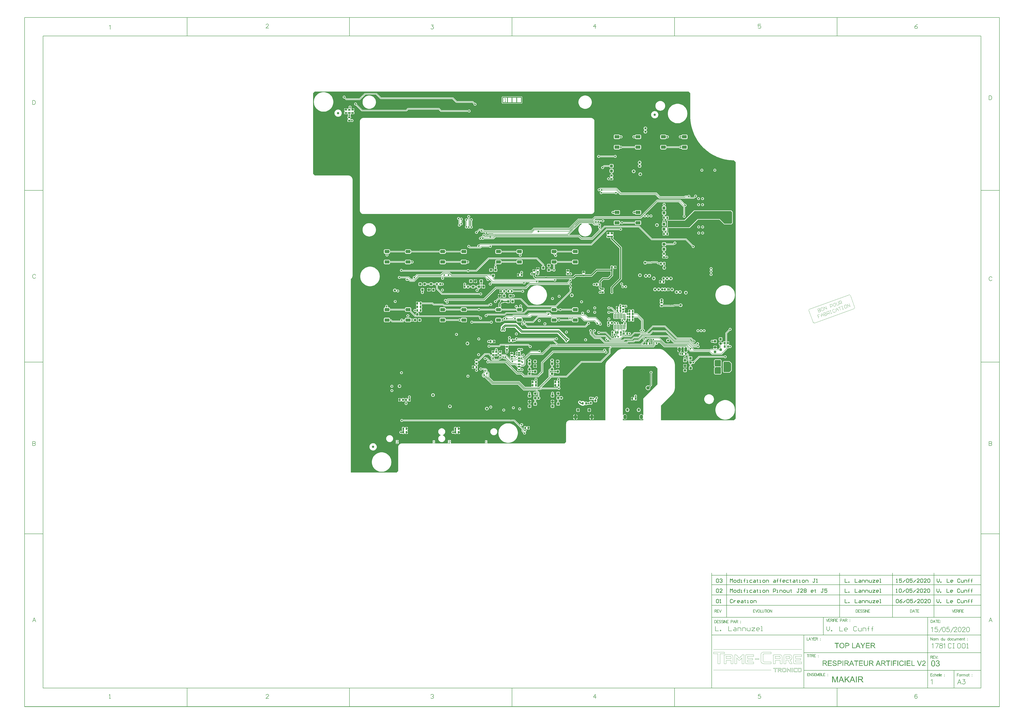
<source format=gtl>
G04*
G04 #@! TF.GenerationSoftware,Altium Limited,Altium Designer,20.0.10 (225)*
G04*
G04 Layer_Physical_Order=1*
G04 Layer_Color=13391121*
%FSLAX44Y44*%
%MOMM*%
G71*
G01*
G75*
%ADD12C,0.1500*%
%ADD13C,0.1016*%
%ADD14C,0.1020*%
%ADD15C,0.1270*%
%ADD16C,0.0127*%
%ADD17C,0.1778*%
%ADD18C,0.2540*%
G04:AMPARAMS|DCode=19|XSize=0.4mm|YSize=1.95mm|CornerRadius=0.05mm|HoleSize=0mm|Usage=FLASHONLY|Rotation=180.000|XOffset=0mm|YOffset=0mm|HoleType=Round|Shape=RoundedRectangle|*
%AMROUNDEDRECTD19*
21,1,0.4000,1.8500,0,0,180.0*
21,1,0.3000,1.9500,0,0,180.0*
1,1,0.1000,-0.1500,0.9250*
1,1,0.1000,0.1500,0.9250*
1,1,0.1000,0.1500,-0.9250*
1,1,0.1000,-0.1500,-0.9250*
%
%ADD19ROUNDEDRECTD19*%
G04:AMPARAMS|DCode=20|XSize=0.8mm|YSize=0.9mm|CornerRadius=0.1mm|HoleSize=0mm|Usage=FLASHONLY|Rotation=0.000|XOffset=0mm|YOffset=0mm|HoleType=Round|Shape=RoundedRectangle|*
%AMROUNDEDRECTD20*
21,1,0.8000,0.7000,0,0,0.0*
21,1,0.6000,0.9000,0,0,0.0*
1,1,0.2000,0.3000,-0.3500*
1,1,0.2000,-0.3000,-0.3500*
1,1,0.2000,-0.3000,0.3500*
1,1,0.2000,0.3000,0.3500*
%
%ADD20ROUNDEDRECTD20*%
G04:AMPARAMS|DCode=21|XSize=0.8mm|YSize=0.9mm|CornerRadius=0.1mm|HoleSize=0mm|Usage=FLASHONLY|Rotation=90.000|XOffset=0mm|YOffset=0mm|HoleType=Round|Shape=RoundedRectangle|*
%AMROUNDEDRECTD21*
21,1,0.8000,0.7000,0,0,90.0*
21,1,0.6000,0.9000,0,0,90.0*
1,1,0.2000,0.3500,0.3000*
1,1,0.2000,0.3500,-0.3000*
1,1,0.2000,-0.3500,-0.3000*
1,1,0.2000,-0.3500,0.3000*
%
%ADD21ROUNDEDRECTD21*%
G04:AMPARAMS|DCode=22|XSize=1.2mm|YSize=1.2mm|CornerRadius=0.15mm|HoleSize=0mm|Usage=FLASHONLY|Rotation=270.000|XOffset=0mm|YOffset=0mm|HoleType=Round|Shape=RoundedRectangle|*
%AMROUNDEDRECTD22*
21,1,1.2000,0.9000,0,0,270.0*
21,1,0.9000,1.2000,0,0,270.0*
1,1,0.3000,-0.4500,-0.4500*
1,1,0.3000,-0.4500,0.4500*
1,1,0.3000,0.4500,0.4500*
1,1,0.3000,0.4500,-0.4500*
%
%ADD22ROUNDEDRECTD22*%
G04:AMPARAMS|DCode=23|XSize=1mm|YSize=0.6mm|CornerRadius=0.075mm|HoleSize=0mm|Usage=FLASHONLY|Rotation=180.000|XOffset=0mm|YOffset=0mm|HoleType=Round|Shape=RoundedRectangle|*
%AMROUNDEDRECTD23*
21,1,1.0000,0.4500,0,0,180.0*
21,1,0.8500,0.6000,0,0,180.0*
1,1,0.1500,-0.4250,0.2250*
1,1,0.1500,0.4250,0.2250*
1,1,0.1500,0.4250,-0.2250*
1,1,0.1500,-0.4250,-0.2250*
%
%ADD23ROUNDEDRECTD23*%
G04:AMPARAMS|DCode=24|XSize=2.1mm|YSize=1.4mm|CornerRadius=0.175mm|HoleSize=0mm|Usage=FLASHONLY|Rotation=0.000|XOffset=0mm|YOffset=0mm|HoleType=Round|Shape=RoundedRectangle|*
%AMROUNDEDRECTD24*
21,1,2.1000,1.0500,0,0,0.0*
21,1,1.7500,1.4000,0,0,0.0*
1,1,0.3500,0.8750,-0.5250*
1,1,0.3500,-0.8750,-0.5250*
1,1,0.3500,-0.8750,0.5250*
1,1,0.3500,0.8750,0.5250*
%
%ADD24ROUNDEDRECTD24*%
G04:AMPARAMS|DCode=25|XSize=1mm|YSize=0.6mm|CornerRadius=0.075mm|HoleSize=0mm|Usage=FLASHONLY|Rotation=90.000|XOffset=0mm|YOffset=0mm|HoleType=Round|Shape=RoundedRectangle|*
%AMROUNDEDRECTD25*
21,1,1.0000,0.4500,0,0,90.0*
21,1,0.8500,0.6000,0,0,90.0*
1,1,0.1500,0.2250,0.4250*
1,1,0.1500,0.2250,-0.4250*
1,1,0.1500,-0.2250,-0.4250*
1,1,0.1500,-0.2250,0.4250*
%
%ADD25ROUNDEDRECTD25*%
G04:AMPARAMS|DCode=26|XSize=1.8mm|YSize=1.14mm|CornerRadius=0.1425mm|HoleSize=0mm|Usage=FLASHONLY|Rotation=90.000|XOffset=0mm|YOffset=0mm|HoleType=Round|Shape=RoundedRectangle|*
%AMROUNDEDRECTD26*
21,1,1.8000,0.8550,0,0,90.0*
21,1,1.5150,1.1400,0,0,90.0*
1,1,0.2850,0.4275,0.7575*
1,1,0.2850,0.4275,-0.7575*
1,1,0.2850,-0.4275,-0.7575*
1,1,0.2850,-0.4275,0.7575*
%
%ADD26ROUNDEDRECTD26*%
G04:AMPARAMS|DCode=27|XSize=1mm|YSize=1mm|CornerRadius=0.125mm|HoleSize=0mm|Usage=FLASHONLY|Rotation=0.000|XOffset=0mm|YOffset=0mm|HoleType=Round|Shape=RoundedRectangle|*
%AMROUNDEDRECTD27*
21,1,1.0000,0.7500,0,0,0.0*
21,1,0.7500,1.0000,0,0,0.0*
1,1,0.2500,0.3750,-0.3750*
1,1,0.2500,-0.3750,-0.3750*
1,1,0.2500,-0.3750,0.3750*
1,1,0.2500,0.3750,0.3750*
%
%ADD27ROUNDEDRECTD27*%
G04:AMPARAMS|DCode=28|XSize=1mm|YSize=1mm|CornerRadius=0.125mm|HoleSize=0mm|Usage=FLASHONLY|Rotation=270.000|XOffset=0mm|YOffset=0mm|HoleType=Round|Shape=RoundedRectangle|*
%AMROUNDEDRECTD28*
21,1,1.0000,0.7500,0,0,270.0*
21,1,0.7500,1.0000,0,0,270.0*
1,1,0.2500,-0.3750,-0.3750*
1,1,0.2500,-0.3750,0.3750*
1,1,0.2500,0.3750,0.3750*
1,1,0.2500,0.3750,-0.3750*
%
%ADD28ROUNDEDRECTD28*%
%ADD51C,1.0000*%
%ADD52C,0.2500*%
%ADD53C,0.5000*%
%ADD54C,0.5080*%
%ADD55C,0.4000*%
%ADD56C,0.3000*%
%ADD57C,0.2000*%
%ADD58C,1.5000*%
%ADD59O,1.3500X2.0000*%
%ADD60O,1.0500X1.2500*%
%ADD61C,0.7000*%
G36*
X1488134Y453669D02*
Y385331D01*
X1438902Y336099D01*
X1437749Y334749D01*
X1427250Y324250D01*
X1427250Y254093D01*
X1424750Y253244D01*
X1424259Y253884D01*
X1422536Y255206D01*
X1420529Y256038D01*
X1418375Y256321D01*
X1416221Y256038D01*
X1414214Y255206D01*
X1412491Y253884D01*
X1411169Y252161D01*
X1410337Y250154D01*
X1410054Y248000D01*
Y241500D01*
X1410337Y239346D01*
X1411169Y237339D01*
X1412491Y235616D01*
X1414214Y234294D01*
X1416221Y233462D01*
X1418375Y233179D01*
X1420529Y233462D01*
X1422536Y234294D01*
X1424259Y235616D01*
X1424750Y236256D01*
X1427250Y235408D01*
Y231866D01*
X1425482Y230098D01*
X1338866D01*
Y236076D01*
X1341366Y236756D01*
X1342241Y235616D01*
X1343964Y234294D01*
X1345971Y233462D01*
X1348125Y233179D01*
X1350279Y233462D01*
X1352286Y234294D01*
X1354009Y235616D01*
X1355331Y237339D01*
X1356163Y239346D01*
X1356446Y241500D01*
Y248000D01*
X1356163Y250154D01*
X1355331Y252161D01*
X1354009Y253884D01*
X1352286Y255206D01*
X1350279Y256038D01*
X1348125Y256321D01*
X1345971Y256038D01*
X1343964Y255206D01*
X1342241Y253884D01*
X1341366Y252744D01*
X1338866Y253424D01*
Y447419D01*
X1354081Y462634D01*
X1479169D01*
X1488134Y453669D01*
D02*
G37*
G36*
X1629904Y1639888D02*
X1629899Y1540004D01*
X1629907Y1539960D01*
X1629900Y1539917D01*
X1630002Y1533861D01*
X1630029Y1533738D01*
X1630012Y1533613D01*
X1630804Y1521533D01*
X1630848Y1521370D01*
X1630837Y1521201D01*
X1632417Y1509199D01*
X1632471Y1509039D01*
Y1508870D01*
X1634833Y1496996D01*
X1634898Y1496840D01*
X1634909Y1496671D01*
X1638042Y1484978D01*
X1638117Y1484826D01*
X1638139Y1484659D01*
X1642030Y1473195D01*
X1642115Y1473049D01*
X1642148Y1472883D01*
X1646780Y1461698D01*
X1646874Y1461558D01*
X1646918Y1461395D01*
X1652272Y1450537D01*
X1652375Y1450403D01*
X1652430Y1450243D01*
X1658483Y1439758D01*
X1658594Y1439632D01*
X1658659Y1439475D01*
X1665385Y1429409D01*
X1665504Y1429290D01*
X1665579Y1429138D01*
X1672949Y1419534D01*
X1673076Y1419422D01*
X1673160Y1419276D01*
X1681142Y1410174D01*
X1681277Y1410071D01*
X1681370Y1409931D01*
X1689931Y1401371D01*
X1690071Y1401277D01*
X1690174Y1401142D01*
X1699276Y1393160D01*
X1699422Y1393076D01*
X1699534Y1392949D01*
X1709138Y1385579D01*
X1709290Y1385504D01*
X1709409Y1385385D01*
X1719475Y1378659D01*
X1719631Y1378594D01*
X1719758Y1378483D01*
X1730243Y1372430D01*
X1730403Y1372375D01*
X1730537Y1372272D01*
X1741395Y1366918D01*
X1741558Y1366874D01*
X1741698Y1366780D01*
X1752883Y1362148D01*
X1753049Y1362115D01*
X1753195Y1362030D01*
X1764659Y1358139D01*
X1764826Y1358117D01*
X1764978Y1358042D01*
X1776671Y1354909D01*
X1776840Y1354898D01*
X1776996Y1354833D01*
X1788870Y1352471D01*
X1789039D01*
X1789199Y1352417D01*
X1801201Y1350837D01*
X1801370Y1350848D01*
X1801533Y1350804D01*
X1813613Y1350012D01*
X1813739Y1350029D01*
X1813864Y1350002D01*
X1817854Y1349937D01*
X1824902Y1342888D01*
Y237112D01*
X1817888Y230098D01*
X1503080Y230098D01*
Y293934D01*
X1552323Y343177D01*
X1555565Y346872D01*
X1558296Y350960D01*
X1560470Y355369D01*
X1562050Y360023D01*
X1563009Y364845D01*
X1563331Y369750D01*
Y469250D01*
X1563009Y474155D01*
X1562050Y478977D01*
X1560470Y483631D01*
X1558296Y488040D01*
X1555565Y492128D01*
X1552323Y495823D01*
X1521323Y526823D01*
X1517628Y530065D01*
X1513540Y532796D01*
X1509131Y534970D01*
X1504476Y536550D01*
X1501586Y537125D01*
X1499655Y537509D01*
X1494750Y537831D01*
X1338500D01*
X1333595Y537509D01*
X1328773Y536550D01*
X1324119Y534970D01*
X1319710Y532796D01*
X1315623Y530065D01*
X1311927Y526823D01*
X1274677Y489573D01*
X1271435Y485878D01*
X1268704Y481790D01*
X1266530Y477382D01*
X1264950Y472727D01*
X1264375Y469836D01*
X1263991Y467905D01*
X1263670Y463000D01*
Y230098D01*
X1110000D01*
X1109876Y230073D01*
X1109750Y230092D01*
X1108770Y230044D01*
X1108403Y229952D01*
X1108025D01*
X1106103Y229569D01*
X1105639Y229377D01*
X1105146Y229279D01*
X1103335Y228529D01*
X1102918Y228250D01*
X1102454Y228058D01*
X1100824Y226969D01*
X1100469Y226614D01*
X1100051Y226335D01*
X1098665Y224949D01*
X1098386Y224531D01*
X1098031Y224176D01*
X1096942Y222546D01*
X1096750Y222082D01*
X1096471Y221665D01*
X1095721Y219854D01*
X1095623Y219361D01*
X1095431Y218897D01*
X1095048Y216975D01*
Y216597D01*
X1094956Y216230D01*
X1094908Y215250D01*
X1094927Y215124D01*
X1094902Y215000D01*
Y137112D01*
X1087888Y130098D01*
X754632Y130098D01*
Y143997D01*
X745300D01*
Y130098D01*
X598064D01*
Y144397D01*
X585400D01*
Y130098D01*
X530132Y130098D01*
Y143997D01*
X520800D01*
Y130098D01*
X386750D01*
X386626Y130073D01*
X386500Y130092D01*
X385520Y130043D01*
X385153Y129952D01*
X384775D01*
X382853Y129569D01*
X382389Y129377D01*
X381896Y129279D01*
X380085Y128529D01*
X379668Y128250D01*
X379204Y128058D01*
X377574Y126969D01*
X377219Y126614D01*
X376801Y126335D01*
X375415Y124949D01*
X375136Y124531D01*
X374781Y124176D01*
X373692Y122546D01*
X373500Y122082D01*
X373221Y121665D01*
X372471Y119854D01*
X372373Y119361D01*
X372181Y118897D01*
X371798Y116975D01*
Y116597D01*
X371706Y116230D01*
X371658Y115250D01*
X371677Y115125D01*
X371652Y115000D01*
X371652Y12118D01*
X364637Y5097D01*
X167500D01*
X167500Y141751D01*
X167501D01*
X167501Y531751D01*
X167501Y651751D01*
X167500D01*
X167500Y838799D01*
X167710Y838939D01*
X168065Y839294D01*
X168483Y839573D01*
X170424Y841514D01*
X170702Y841931D01*
X171057Y842286D01*
X172582Y844568D01*
X172774Y845032D01*
X173053Y845450D01*
X174104Y847985D01*
X174202Y848478D01*
X174394Y848941D01*
X174929Y851633D01*
Y852011D01*
X175021Y852377D01*
X175088Y853750D01*
X175070Y853875D01*
X175095Y854000D01*
X175095Y1266000D01*
X175070Y1266125D01*
X175088Y1266250D01*
X175021Y1267623D01*
X174929Y1267989D01*
Y1268367D01*
X174394Y1271059D01*
X174202Y1271522D01*
X174104Y1272015D01*
X173053Y1274550D01*
X172774Y1274968D01*
X172582Y1275432D01*
X171057Y1277714D01*
X170702Y1278069D01*
X170424Y1278486D01*
X168483Y1280427D01*
X168065Y1280706D01*
X167710Y1281061D01*
X165428Y1282586D01*
X164965Y1282778D01*
X164547Y1283057D01*
X162012Y1284107D01*
X161519Y1284205D01*
X161055Y1284397D01*
X158363Y1284933D01*
X157985D01*
X157619Y1285024D01*
X156247Y1285092D01*
X156121Y1285073D01*
X155997Y1285098D01*
X12108Y1285098D01*
X5095Y1292112D01*
Y1639888D01*
X12113Y1646902D01*
X1622886Y1646902D01*
X1629904Y1639888D01*
D02*
G37*
G36*
X2374601Y-742321D02*
Y-751810D01*
X2371621D01*
Y-742321D01*
X2362974Y-729400D01*
X2366569D01*
X2370973Y-736200D01*
Y-736233D01*
X2371038Y-736298D01*
X2371103Y-736395D01*
X2371168Y-736524D01*
X2371297Y-736686D01*
X2371427Y-736880D01*
X2371718Y-737366D01*
X2372074Y-737949D01*
X2372463Y-738597D01*
X2372884Y-739277D01*
X2373273Y-739989D01*
Y-739957D01*
X2373305Y-739892D01*
X2373370Y-739795D01*
X2373467Y-739666D01*
X2373564Y-739504D01*
X2373694Y-739309D01*
X2373985Y-738824D01*
X2374341Y-738241D01*
X2374763Y-737561D01*
X2375248Y-736816D01*
X2375766Y-736006D01*
X2380074Y-729400D01*
X2383539D01*
X2374601Y-742321D01*
D02*
G37*
G36*
X2417802Y-729432D02*
X2418094D01*
X2418774Y-729464D01*
X2419486Y-729561D01*
X2420263Y-729659D01*
X2420976Y-729821D01*
X2421332Y-729918D01*
X2421624Y-730015D01*
X2421656D01*
X2421688Y-730047D01*
X2421883Y-730144D01*
X2422174Y-730274D01*
X2422530Y-730501D01*
X2422919Y-730792D01*
X2423340Y-731181D01*
X2423729Y-731634D01*
X2424117Y-732152D01*
Y-732185D01*
X2424150Y-732217D01*
X2424279Y-732411D01*
X2424409Y-732735D01*
X2424603Y-733156D01*
X2424765Y-733642D01*
X2424927Y-734225D01*
X2425024Y-734840D01*
X2425056Y-735520D01*
Y-735553D01*
Y-735618D01*
Y-735747D01*
X2425024Y-735909D01*
Y-736136D01*
X2424992Y-736362D01*
X2424862Y-736913D01*
X2424668Y-737561D01*
X2424409Y-738241D01*
X2424020Y-738921D01*
X2423761Y-739245D01*
X2423502Y-739568D01*
X2423470Y-739601D01*
X2423437Y-739633D01*
X2423340Y-739730D01*
X2423210Y-739828D01*
X2423049Y-739957D01*
X2422854Y-740087D01*
X2422595Y-740249D01*
X2422336Y-740443D01*
X2422012Y-740605D01*
X2421656Y-740767D01*
X2421267Y-740961D01*
X2420846Y-741123D01*
X2420361Y-741253D01*
X2419875Y-741414D01*
X2419324Y-741512D01*
X2418741Y-741609D01*
X2418806Y-741641D01*
X2418936Y-741706D01*
X2419130Y-741835D01*
X2419389Y-741965D01*
X2419972Y-742321D01*
X2420263Y-742548D01*
X2420522Y-742742D01*
X2420587Y-742807D01*
X2420749Y-742969D01*
X2421008Y-743228D01*
X2421332Y-743552D01*
X2421688Y-744005D01*
X2422109Y-744491D01*
X2422530Y-745074D01*
X2422984Y-745722D01*
X2426837Y-751810D01*
X2423146D01*
X2420199Y-747147D01*
Y-747114D01*
X2420134Y-747049D01*
X2420069Y-746952D01*
X2419972Y-746823D01*
X2419745Y-746467D01*
X2419454Y-746013D01*
X2419097Y-745527D01*
X2418741Y-745009D01*
X2418385Y-744523D01*
X2418061Y-744070D01*
X2418029Y-744038D01*
X2417932Y-743908D01*
X2417770Y-743714D01*
X2417543Y-743487D01*
X2417057Y-743001D01*
X2416798Y-742775D01*
X2416539Y-742580D01*
X2416507Y-742548D01*
X2416442Y-742515D01*
X2416312Y-742451D01*
X2416118Y-742354D01*
X2415924Y-742256D01*
X2415697Y-742159D01*
X2415179Y-741997D01*
X2415147D01*
X2415082Y-741965D01*
X2414952D01*
X2414790Y-741933D01*
X2414564Y-741900D01*
X2414305D01*
X2413948Y-741868D01*
X2410127D01*
Y-751810D01*
X2407148D01*
Y-729400D01*
X2417543D01*
X2417802Y-729432D01*
D02*
G37*
G36*
X2402484Y-732055D02*
X2389239D01*
Y-738888D01*
X2401642D01*
Y-741544D01*
X2389239D01*
Y-749154D01*
X2403002D01*
Y-751810D01*
X2386259D01*
Y-729400D01*
X2402484D01*
Y-732055D01*
D02*
G37*
G36*
X2362942Y-751810D02*
X2359574D01*
X2356951Y-745009D01*
X2347559D01*
X2345130Y-751810D01*
X2341989D01*
X2350538Y-729400D01*
X2353777D01*
X2362942Y-751810D01*
D02*
G37*
G36*
X2329877Y-749154D02*
X2340920D01*
Y-751810D01*
X2326897D01*
Y-729400D01*
X2329877D01*
Y-749154D01*
D02*
G37*
G36*
X2307110Y-729432D02*
X2307661Y-729464D01*
X2308244Y-729497D01*
X2308794Y-729561D01*
X2309280Y-729626D01*
X2309345D01*
X2309572Y-729691D01*
X2309863Y-729756D01*
X2310251Y-729853D01*
X2310672Y-730015D01*
X2311126Y-730209D01*
X2311612Y-730436D01*
X2312033Y-730695D01*
X2312097Y-730727D01*
X2312227Y-730825D01*
X2312421Y-731019D01*
X2312680Y-731245D01*
X2312972Y-731537D01*
X2313263Y-731926D01*
X2313587Y-732347D01*
X2313846Y-732832D01*
X2313879Y-732897D01*
X2313943Y-733059D01*
X2314073Y-733351D01*
X2314203Y-733739D01*
X2314300Y-734193D01*
X2314429Y-734711D01*
X2314494Y-735294D01*
X2314526Y-735909D01*
Y-735941D01*
Y-736039D01*
Y-736168D01*
X2314494Y-736395D01*
X2314462Y-736621D01*
X2314429Y-736913D01*
X2314364Y-737237D01*
X2314300Y-737593D01*
X2314073Y-738338D01*
X2313943Y-738727D01*
X2313749Y-739147D01*
X2313522Y-739568D01*
X2313296Y-739957D01*
X2313004Y-740346D01*
X2312680Y-740734D01*
X2312648Y-740767D01*
X2312583Y-740832D01*
X2312486Y-740929D01*
X2312324Y-741026D01*
X2312130Y-741188D01*
X2311871Y-741350D01*
X2311547Y-741544D01*
X2311191Y-741706D01*
X2310770Y-741900D01*
X2310284Y-742094D01*
X2309766Y-742256D01*
X2309150Y-742386D01*
X2308503Y-742515D01*
X2307790Y-742613D01*
X2306981Y-742677D01*
X2306139Y-742710D01*
X2300406D01*
Y-751810D01*
X2297427D01*
Y-729400D01*
X2306624D01*
X2307110Y-729432D01*
D02*
G37*
G36*
X2269997Y-732055D02*
X2262613D01*
Y-751810D01*
X2259634D01*
Y-732055D01*
X2252250D01*
Y-729400D01*
X2269997D01*
Y-732055D01*
D02*
G37*
G36*
X2283404Y-729043D02*
X2283696D01*
X2283987Y-729076D01*
X2284376Y-729140D01*
X2284765Y-729205D01*
X2285607Y-729367D01*
X2286578Y-729626D01*
X2287517Y-730015D01*
X2288003Y-730242D01*
X2288489Y-730501D01*
X2288521Y-730533D01*
X2288586Y-730565D01*
X2288716Y-730663D01*
X2288910Y-730760D01*
X2289104Y-730922D01*
X2289363Y-731116D01*
X2289914Y-731569D01*
X2290497Y-732152D01*
X2291144Y-732865D01*
X2291760Y-733707D01*
X2292278Y-734646D01*
Y-734678D01*
X2292343Y-734775D01*
X2292407Y-734905D01*
X2292472Y-735099D01*
X2292602Y-735358D01*
X2292699Y-735650D01*
X2292828Y-736006D01*
X2292958Y-736395D01*
X2293055Y-736816D01*
X2293185Y-737269D01*
X2293314Y-737787D01*
X2293411Y-738306D01*
X2293541Y-739439D01*
X2293606Y-740670D01*
Y-740702D01*
Y-740832D01*
Y-740993D01*
X2293573Y-741253D01*
Y-741544D01*
X2293541Y-741900D01*
X2293476Y-742289D01*
X2293444Y-742710D01*
X2293282Y-743649D01*
X2293023Y-744685D01*
X2292666Y-745722D01*
X2292472Y-746240D01*
X2292213Y-746758D01*
Y-746790D01*
X2292148Y-746888D01*
X2292084Y-747017D01*
X2291954Y-747211D01*
X2291824Y-747438D01*
X2291662Y-747665D01*
X2291209Y-748280D01*
X2290659Y-748928D01*
X2290011Y-749608D01*
X2289234Y-750256D01*
X2288327Y-750838D01*
X2288295D01*
X2288230Y-750903D01*
X2288068Y-750968D01*
X2287874Y-751065D01*
X2287647Y-751162D01*
X2287388Y-751260D01*
X2287064Y-751389D01*
X2286708Y-751518D01*
X2286319Y-751648D01*
X2285898Y-751778D01*
X2284959Y-751972D01*
X2283955Y-752134D01*
X2282886Y-752199D01*
X2282562D01*
X2282368Y-752166D01*
X2282077D01*
X2281753Y-752102D01*
X2281396Y-752069D01*
X2280975Y-752004D01*
X2280101Y-751810D01*
X2279162Y-751551D01*
X2278190Y-751162D01*
X2277705Y-750936D01*
X2277219Y-750676D01*
X2277186Y-750644D01*
X2277122Y-750612D01*
X2276992Y-750515D01*
X2276798Y-750385D01*
X2276604Y-750256D01*
X2276377Y-750061D01*
X2275826Y-749575D01*
X2275211Y-748992D01*
X2274563Y-748280D01*
X2273980Y-747470D01*
X2273430Y-746531D01*
Y-746499D01*
X2273365Y-746402D01*
X2273300Y-746272D01*
X2273235Y-746078D01*
X2273138Y-745819D01*
X2273041Y-745527D01*
X2272912Y-745203D01*
X2272814Y-744847D01*
X2272685Y-744426D01*
X2272555Y-744005D01*
X2272361Y-743034D01*
X2272231Y-742030D01*
X2272167Y-740929D01*
Y-740896D01*
Y-740864D01*
Y-740670D01*
X2272199Y-740378D01*
Y-739989D01*
X2272264Y-739536D01*
X2272329Y-738986D01*
X2272426Y-738370D01*
X2272555Y-737722D01*
X2272685Y-737042D01*
X2272879Y-736330D01*
X2273138Y-735618D01*
X2273430Y-734873D01*
X2273754Y-734160D01*
X2274175Y-733448D01*
X2274628Y-732800D01*
X2275146Y-732185D01*
X2275179Y-732152D01*
X2275276Y-732055D01*
X2275470Y-731893D01*
X2275697Y-731699D01*
X2275988Y-731440D01*
X2276344Y-731181D01*
X2276765Y-730889D01*
X2277251Y-730598D01*
X2277769Y-730306D01*
X2278352Y-730015D01*
X2279000Y-729756D01*
X2279680Y-729497D01*
X2280425Y-729302D01*
X2281202Y-729140D01*
X2282012Y-729043D01*
X2282886Y-729011D01*
X2283178D01*
X2283404Y-729043D01*
D02*
G37*
G36*
X2251816Y-805233D02*
X2252043D01*
X2252658Y-805298D01*
X2253338Y-805395D01*
X2254051Y-805557D01*
X2254828Y-805751D01*
X2255540Y-806011D01*
X2255573D01*
X2255637Y-806043D01*
X2255735Y-806108D01*
X2255864Y-806172D01*
X2256188Y-806334D01*
X2256609Y-806626D01*
X2257095Y-806950D01*
X2257581Y-807371D01*
X2258034Y-807857D01*
X2258455Y-808407D01*
Y-808439D01*
X2258487Y-808472D01*
X2258552Y-808569D01*
X2258617Y-808666D01*
X2258779Y-808990D01*
X2258973Y-809411D01*
X2259200Y-809929D01*
X2259362Y-810545D01*
X2259524Y-811192D01*
X2259588Y-811905D01*
X2256738Y-812131D01*
Y-812099D01*
Y-812034D01*
X2256706Y-811937D01*
X2256674Y-811775D01*
X2256577Y-811419D01*
X2256447Y-810933D01*
X2256253Y-810415D01*
X2255961Y-809897D01*
X2255605Y-809411D01*
X2255152Y-808958D01*
X2255087Y-808925D01*
X2254925Y-808796D01*
X2254601Y-808601D01*
X2254180Y-808407D01*
X2253630Y-808213D01*
X2252982Y-808018D01*
X2252172Y-807889D01*
X2251265Y-807857D01*
X2250812D01*
X2250618Y-807889D01*
X2250359Y-807921D01*
X2249776Y-807986D01*
X2249128Y-808116D01*
X2248480Y-808278D01*
X2247865Y-808537D01*
X2247606Y-808699D01*
X2247347Y-808860D01*
X2247282Y-808893D01*
X2247153Y-809022D01*
X2246958Y-809249D01*
X2246764Y-809508D01*
X2246537Y-809864D01*
X2246343Y-810253D01*
X2246213Y-810706D01*
X2246149Y-811225D01*
Y-811289D01*
Y-811419D01*
X2246181Y-811646D01*
X2246246Y-811905D01*
X2246343Y-812228D01*
X2246505Y-812552D01*
X2246699Y-812876D01*
X2246991Y-813200D01*
X2247023Y-813232D01*
X2247185Y-813330D01*
X2247314Y-813427D01*
X2247444Y-813492D01*
X2247638Y-813589D01*
X2247865Y-813718D01*
X2248156Y-813815D01*
X2248480Y-813945D01*
X2248837Y-814074D01*
X2249258Y-814236D01*
X2249711Y-814366D01*
X2250229Y-814528D01*
X2250812Y-814657D01*
X2251460Y-814819D01*
X2251492D01*
X2251622Y-814852D01*
X2251816Y-814884D01*
X2252043Y-814949D01*
X2252334Y-815014D01*
X2252690Y-815111D01*
X2253047Y-815208D01*
X2253435Y-815305D01*
X2254277Y-815532D01*
X2255087Y-815759D01*
X2255475Y-815888D01*
X2255832Y-816018D01*
X2256156Y-816115D01*
X2256415Y-816244D01*
X2256447D01*
X2256512Y-816277D01*
X2256609Y-816341D01*
X2256738Y-816406D01*
X2257095Y-816600D01*
X2257516Y-816860D01*
X2258002Y-817216D01*
X2258487Y-817604D01*
X2258941Y-818058D01*
X2259329Y-818544D01*
X2259362Y-818608D01*
X2259491Y-818770D01*
X2259621Y-819062D01*
X2259815Y-819450D01*
X2259977Y-819904D01*
X2260139Y-820454D01*
X2260236Y-821070D01*
X2260269Y-821717D01*
Y-821750D01*
Y-821782D01*
Y-821879D01*
Y-822009D01*
X2260204Y-822365D01*
X2260139Y-822818D01*
X2260009Y-823337D01*
X2259848Y-823887D01*
X2259588Y-824470D01*
X2259232Y-825085D01*
Y-825118D01*
X2259200Y-825150D01*
X2259038Y-825344D01*
X2258811Y-825636D01*
X2258487Y-825960D01*
X2258066Y-826348D01*
X2257548Y-826769D01*
X2256965Y-827158D01*
X2256285Y-827514D01*
X2256253D01*
X2256188Y-827547D01*
X2256091Y-827579D01*
X2255961Y-827644D01*
X2255767Y-827709D01*
X2255540Y-827806D01*
X2255022Y-827935D01*
X2254407Y-828097D01*
X2253662Y-828259D01*
X2252852Y-828356D01*
X2251978Y-828389D01*
X2251460D01*
X2251201Y-828356D01*
X2250909D01*
X2250585Y-828324D01*
X2250197Y-828291D01*
X2249387Y-828162D01*
X2248545Y-828032D01*
X2247703Y-827806D01*
X2246893Y-827514D01*
X2246861D01*
X2246796Y-827482D01*
X2246699Y-827417D01*
X2246570Y-827352D01*
X2246181Y-827158D01*
X2245728Y-826867D01*
X2245210Y-826478D01*
X2244659Y-826024D01*
X2244141Y-825474D01*
X2243655Y-824859D01*
Y-824826D01*
X2243590Y-824762D01*
X2243558Y-824664D01*
X2243461Y-824535D01*
X2243396Y-824373D01*
X2243299Y-824179D01*
X2243072Y-823693D01*
X2242845Y-823077D01*
X2242651Y-822397D01*
X2242522Y-821620D01*
X2242457Y-820810D01*
X2245242Y-820551D01*
Y-820584D01*
Y-820616D01*
X2245274Y-820713D01*
Y-820843D01*
X2245339Y-821134D01*
X2245436Y-821555D01*
X2245566Y-821976D01*
X2245695Y-822462D01*
X2245922Y-822915D01*
X2246149Y-823337D01*
X2246181Y-823369D01*
X2246278Y-823499D01*
X2246440Y-823725D01*
X2246699Y-823952D01*
X2247023Y-824243D01*
X2247379Y-824535D01*
X2247865Y-824826D01*
X2248383Y-825085D01*
X2248416D01*
X2248448Y-825118D01*
X2248545Y-825150D01*
X2248642Y-825182D01*
X2248966Y-825280D01*
X2249387Y-825409D01*
X2249905Y-825539D01*
X2250488Y-825636D01*
X2251136Y-825701D01*
X2251848Y-825733D01*
X2252140D01*
X2252464Y-825701D01*
X2252852Y-825668D01*
X2253306Y-825603D01*
X2253824Y-825539D01*
X2254342Y-825409D01*
X2254828Y-825247D01*
X2254893Y-825215D01*
X2255054Y-825150D01*
X2255281Y-825021D01*
X2255573Y-824891D01*
X2255864Y-824664D01*
X2256188Y-824438D01*
X2256512Y-824179D01*
X2256771Y-823855D01*
X2256803Y-823822D01*
X2256868Y-823693D01*
X2256965Y-823531D01*
X2257095Y-823272D01*
X2257224Y-823013D01*
X2257321Y-822689D01*
X2257386Y-822333D01*
X2257419Y-821944D01*
Y-821912D01*
Y-821750D01*
X2257386Y-821555D01*
X2257354Y-821296D01*
X2257257Y-821037D01*
X2257159Y-820713D01*
X2256998Y-820389D01*
X2256771Y-820098D01*
X2256738Y-820066D01*
X2256641Y-819968D01*
X2256512Y-819839D01*
X2256285Y-819645D01*
X2256026Y-819450D01*
X2255670Y-819224D01*
X2255249Y-818997D01*
X2254763Y-818803D01*
X2254731Y-818770D01*
X2254569Y-818738D01*
X2254310Y-818641D01*
X2254148Y-818608D01*
X2253921Y-818544D01*
X2253694Y-818446D01*
X2253403Y-818382D01*
X2253079Y-818285D01*
X2252690Y-818187D01*
X2252302Y-818090D01*
X2251848Y-817961D01*
X2251330Y-817831D01*
X2250780Y-817702D01*
X2250747D01*
X2250650Y-817669D01*
X2250488Y-817637D01*
X2250294Y-817572D01*
X2250035Y-817507D01*
X2249743Y-817442D01*
X2249096Y-817248D01*
X2248383Y-817021D01*
X2247638Y-816795D01*
X2246991Y-816568D01*
X2246699Y-816439D01*
X2246440Y-816309D01*
X2246408D01*
X2246375Y-816277D01*
X2246181Y-816147D01*
X2245889Y-815985D01*
X2245566Y-815726D01*
X2245177Y-815435D01*
X2244788Y-815078D01*
X2244400Y-814657D01*
X2244076Y-814204D01*
X2244044Y-814139D01*
X2243946Y-813977D01*
X2243817Y-813718D01*
X2243687Y-813394D01*
X2243558Y-812973D01*
X2243428Y-812488D01*
X2243331Y-811969D01*
X2243299Y-811419D01*
Y-811386D01*
Y-811354D01*
Y-811257D01*
Y-811127D01*
X2243363Y-810804D01*
X2243428Y-810383D01*
X2243525Y-809897D01*
X2243687Y-809346D01*
X2243914Y-808796D01*
X2244238Y-808245D01*
Y-808213D01*
X2244270Y-808180D01*
X2244432Y-807986D01*
X2244659Y-807727D01*
X2244950Y-807403D01*
X2245339Y-807047D01*
X2245825Y-806658D01*
X2246408Y-806302D01*
X2247055Y-805978D01*
X2247088D01*
X2247153Y-805946D01*
X2247250Y-805913D01*
X2247379Y-805849D01*
X2247541Y-805784D01*
X2247768Y-805719D01*
X2248254Y-805590D01*
X2248869Y-805460D01*
X2249581Y-805331D01*
X2250326Y-805233D01*
X2251168Y-805201D01*
X2251589D01*
X2251816Y-805233D01*
D02*
G37*
G36*
X2540820D02*
X2541111Y-805266D01*
X2541467Y-805298D01*
X2541824Y-805331D01*
X2542245Y-805428D01*
X2543119Y-805622D01*
X2544091Y-805913D01*
X2544576Y-806108D01*
X2545030Y-806334D01*
X2545483Y-806626D01*
X2545937Y-806917D01*
X2545969Y-806950D01*
X2546034Y-806982D01*
X2546163Y-807079D01*
X2546325Y-807241D01*
X2546487Y-807403D01*
X2546714Y-807630D01*
X2546940Y-807889D01*
X2547200Y-808148D01*
X2547459Y-808472D01*
X2547718Y-808860D01*
X2548009Y-809249D01*
X2548268Y-809670D01*
X2548495Y-810156D01*
X2548754Y-810642D01*
X2548948Y-811160D01*
X2549143Y-811743D01*
X2546228Y-812423D01*
Y-812390D01*
X2546196Y-812326D01*
X2546131Y-812196D01*
X2546066Y-812034D01*
X2546001Y-811840D01*
X2545904Y-811581D01*
X2545645Y-811063D01*
X2545321Y-810480D01*
X2544933Y-809897D01*
X2544447Y-809346D01*
X2543929Y-808860D01*
X2543864Y-808796D01*
X2543670Y-808666D01*
X2543346Y-808504D01*
X2542925Y-808278D01*
X2542374Y-808083D01*
X2541759Y-807889D01*
X2541014Y-807759D01*
X2540204Y-807727D01*
X2539945D01*
X2539783Y-807759D01*
X2539557D01*
X2539298Y-807792D01*
X2538682Y-807889D01*
X2538002Y-808018D01*
X2537290Y-808245D01*
X2536545Y-808569D01*
X2535865Y-808990D01*
X2535832D01*
X2535800Y-809055D01*
X2535573Y-809217D01*
X2535282Y-809476D01*
X2534926Y-809864D01*
X2534505Y-810350D01*
X2534116Y-810901D01*
X2533760Y-811581D01*
X2533436Y-812326D01*
Y-812358D01*
X2533404Y-812423D01*
X2533371Y-812520D01*
X2533339Y-812682D01*
X2533274Y-812876D01*
X2533209Y-813103D01*
X2533112Y-813653D01*
X2532983Y-814301D01*
X2532853Y-815014D01*
X2532788Y-815791D01*
X2532756Y-816633D01*
Y-816665D01*
Y-816762D01*
Y-816924D01*
Y-817119D01*
X2532788Y-817345D01*
Y-817637D01*
X2532821Y-817961D01*
X2532853Y-818317D01*
X2532950Y-819094D01*
X2533112Y-819936D01*
X2533306Y-820778D01*
X2533566Y-821620D01*
Y-821653D01*
X2533598Y-821717D01*
X2533663Y-821814D01*
X2533727Y-821976D01*
X2533922Y-822365D01*
X2534213Y-822818D01*
X2534569Y-823337D01*
X2535023Y-823887D01*
X2535541Y-824373D01*
X2536156Y-824826D01*
X2536189D01*
X2536253Y-824859D01*
X2536351Y-824923D01*
X2536480Y-824988D01*
X2536642Y-825053D01*
X2536836Y-825150D01*
X2537290Y-825344D01*
X2537873Y-825539D01*
X2538520Y-825701D01*
X2539233Y-825830D01*
X2539978Y-825863D01*
X2540204D01*
X2540399Y-825830D01*
X2540625D01*
X2540852Y-825798D01*
X2541435Y-825668D01*
X2542115Y-825506D01*
X2542795Y-825247D01*
X2543508Y-824891D01*
X2543864Y-824697D01*
X2544188Y-824438D01*
X2544220Y-824405D01*
X2544252Y-824373D01*
X2544350Y-824276D01*
X2544479Y-824179D01*
X2544609Y-824017D01*
X2544771Y-823822D01*
X2544965Y-823628D01*
X2545127Y-823369D01*
X2545321Y-823077D01*
X2545548Y-822754D01*
X2545742Y-822430D01*
X2545937Y-822041D01*
X2546098Y-821620D01*
X2546260Y-821167D01*
X2546422Y-820681D01*
X2546552Y-820163D01*
X2549531Y-820908D01*
Y-820940D01*
X2549499Y-821070D01*
X2549434Y-821264D01*
X2549337Y-821523D01*
X2549240Y-821814D01*
X2549110Y-822171D01*
X2548948Y-822559D01*
X2548754Y-822980D01*
X2548301Y-823887D01*
X2547718Y-824794D01*
X2547361Y-825247D01*
X2547005Y-825701D01*
X2546617Y-826089D01*
X2546163Y-826478D01*
X2546131Y-826510D01*
X2546066Y-826575D01*
X2545904Y-826640D01*
X2545742Y-826769D01*
X2545483Y-826931D01*
X2545224Y-827093D01*
X2544868Y-827255D01*
X2544512Y-827417D01*
X2544091Y-827611D01*
X2543637Y-827773D01*
X2543152Y-827935D01*
X2542633Y-828097D01*
X2542083Y-828227D01*
X2541500Y-828291D01*
X2540885Y-828356D01*
X2540237Y-828389D01*
X2539881D01*
X2539621Y-828356D01*
X2539330D01*
X2538974Y-828324D01*
X2538585Y-828259D01*
X2538132Y-828194D01*
X2537193Y-828032D01*
X2536221Y-827773D01*
X2535249Y-827417D01*
X2534796Y-827190D01*
X2534343Y-826931D01*
X2534310Y-826899D01*
X2534246Y-826867D01*
X2534116Y-826769D01*
X2533987Y-826640D01*
X2533792Y-826510D01*
X2533566Y-826316D01*
X2533306Y-826089D01*
X2533047Y-825830D01*
X2532788Y-825539D01*
X2532497Y-825247D01*
X2531914Y-824502D01*
X2531363Y-823628D01*
X2530878Y-822656D01*
Y-822624D01*
X2530813Y-822527D01*
X2530780Y-822365D01*
X2530683Y-822171D01*
X2530618Y-821912D01*
X2530521Y-821588D01*
X2530392Y-821232D01*
X2530295Y-820843D01*
X2530197Y-820422D01*
X2530068Y-819936D01*
X2529906Y-818932D01*
X2529776Y-817799D01*
X2529712Y-816633D01*
Y-816600D01*
Y-816471D01*
Y-816277D01*
X2529744Y-816050D01*
Y-815726D01*
X2529776Y-815402D01*
X2529809Y-814981D01*
X2529874Y-814560D01*
X2530036Y-813621D01*
X2530262Y-812585D01*
X2530586Y-811548D01*
X2531039Y-810545D01*
X2531072Y-810512D01*
X2531104Y-810415D01*
X2531169Y-810285D01*
X2531299Y-810124D01*
X2531428Y-809897D01*
X2531590Y-809638D01*
X2532011Y-809055D01*
X2532562Y-808407D01*
X2533209Y-807759D01*
X2533954Y-807112D01*
X2534828Y-806561D01*
X2534861Y-806529D01*
X2534958Y-806496D01*
X2535088Y-806432D01*
X2535249Y-806334D01*
X2535509Y-806237D01*
X2535768Y-806140D01*
X2536091Y-806011D01*
X2536448Y-805881D01*
X2536836Y-805751D01*
X2537257Y-805622D01*
X2538164Y-805428D01*
X2539200Y-805266D01*
X2540269Y-805201D01*
X2540593D01*
X2540820Y-805233D01*
D02*
G37*
G36*
X2696180Y-804349D02*
X2696661Y-804423D01*
X2697254Y-804534D01*
X2697920Y-804719D01*
X2698587Y-804941D01*
X2699254Y-805238D01*
X2699290D01*
X2699328Y-805275D01*
X2699550Y-805386D01*
X2699883Y-805608D01*
X2700253Y-805867D01*
X2700698Y-806238D01*
X2701142Y-806645D01*
X2701587Y-807126D01*
X2701957Y-807682D01*
X2701994Y-807756D01*
X2702105Y-807941D01*
X2702253Y-808275D01*
X2702438Y-808682D01*
X2702624Y-809163D01*
X2702772Y-809719D01*
X2702883Y-810348D01*
X2702920Y-810978D01*
Y-811052D01*
Y-811274D01*
X2702883Y-811570D01*
X2702809Y-811978D01*
X2702697Y-812459D01*
X2702513Y-812978D01*
X2702290Y-813496D01*
X2701994Y-814015D01*
X2701957Y-814089D01*
X2701846Y-814237D01*
X2701624Y-814496D01*
X2701328Y-814792D01*
X2700957Y-815126D01*
X2700513Y-815496D01*
X2699994Y-815829D01*
X2699365Y-816163D01*
X2699402D01*
X2699476Y-816200D01*
X2699587Y-816237D01*
X2699735Y-816274D01*
X2700142Y-816422D01*
X2700661Y-816644D01*
X2701253Y-816940D01*
X2701846Y-817311D01*
X2702401Y-817792D01*
X2702920Y-818347D01*
X2702957Y-818422D01*
X2703105Y-818644D01*
X2703327Y-819014D01*
X2703549Y-819495D01*
X2703772Y-820088D01*
X2703994Y-820792D01*
X2704142Y-821606D01*
X2704179Y-822495D01*
Y-822532D01*
Y-822643D01*
Y-822829D01*
X2704142Y-823051D01*
X2704105Y-823347D01*
X2704031Y-823680D01*
X2703957Y-824051D01*
X2703883Y-824458D01*
X2703586Y-825347D01*
X2703364Y-825828D01*
X2703142Y-826273D01*
X2702846Y-826754D01*
X2702513Y-827235D01*
X2702142Y-827717D01*
X2701698Y-828161D01*
X2701661Y-828198D01*
X2701587Y-828272D01*
X2701439Y-828383D01*
X2701253Y-828532D01*
X2701031Y-828717D01*
X2700735Y-828902D01*
X2700402Y-829124D01*
X2699994Y-829309D01*
X2699587Y-829531D01*
X2699106Y-829754D01*
X2698624Y-829939D01*
X2698069Y-830124D01*
X2697476Y-830272D01*
X2696846Y-830383D01*
X2696217Y-830457D01*
X2695513Y-830494D01*
X2695180D01*
X2694958Y-830457D01*
X2694661Y-830420D01*
X2694328Y-830383D01*
X2693958Y-830309D01*
X2693550Y-830235D01*
X2692662Y-830013D01*
X2691736Y-829643D01*
X2691254Y-829420D01*
X2690810Y-829161D01*
X2690366Y-828828D01*
X2689921Y-828495D01*
X2689884Y-828458D01*
X2689810Y-828383D01*
X2689699Y-828272D01*
X2689588Y-828124D01*
X2689403Y-827939D01*
X2689218Y-827680D01*
X2688995Y-827421D01*
X2688773Y-827087D01*
X2688551Y-826717D01*
X2688329Y-826347D01*
X2687921Y-825458D01*
X2687588Y-824421D01*
X2687477Y-823866D01*
X2687403Y-823273D01*
X2690551Y-822866D01*
Y-822903D01*
X2690588Y-822977D01*
X2690625Y-823125D01*
X2690662Y-823310D01*
X2690699Y-823532D01*
X2690773Y-823791D01*
X2690958Y-824347D01*
X2691217Y-825014D01*
X2691551Y-825643D01*
X2691921Y-826236D01*
X2692365Y-826754D01*
X2692439Y-826791D01*
X2692588Y-826939D01*
X2692884Y-827124D01*
X2693254Y-827309D01*
X2693698Y-827532D01*
X2694254Y-827717D01*
X2694884Y-827865D01*
X2695550Y-827902D01*
X2695772D01*
X2695920Y-827865D01*
X2696328Y-827828D01*
X2696846Y-827717D01*
X2697439Y-827532D01*
X2698069Y-827272D01*
X2698698Y-826902D01*
X2699290Y-826384D01*
X2699365Y-826310D01*
X2699550Y-826087D01*
X2699772Y-825754D01*
X2700068Y-825310D01*
X2700364Y-824754D01*
X2700587Y-824125D01*
X2700772Y-823384D01*
X2700846Y-822569D01*
Y-822532D01*
Y-822458D01*
Y-822347D01*
X2700809Y-822199D01*
X2700772Y-821792D01*
X2700661Y-821310D01*
X2700513Y-820718D01*
X2700253Y-820125D01*
X2699883Y-819533D01*
X2699402Y-818977D01*
X2699328Y-818903D01*
X2699142Y-818755D01*
X2698846Y-818533D01*
X2698439Y-818273D01*
X2697920Y-818014D01*
X2697291Y-817792D01*
X2696587Y-817644D01*
X2695809Y-817570D01*
X2695476D01*
X2695217Y-817607D01*
X2694884Y-817644D01*
X2694513Y-817718D01*
X2694069Y-817792D01*
X2693587Y-817903D01*
X2693958Y-815126D01*
X2694143D01*
X2694291Y-815163D01*
X2694773D01*
X2695180Y-815089D01*
X2695661Y-815014D01*
X2696217Y-814903D01*
X2696846Y-814718D01*
X2697439Y-814459D01*
X2698069Y-814126D01*
X2698105D01*
X2698142Y-814089D01*
X2698328Y-813941D01*
X2698587Y-813681D01*
X2698883Y-813348D01*
X2699179Y-812867D01*
X2699439Y-812311D01*
X2699624Y-811682D01*
X2699698Y-811311D01*
Y-810904D01*
Y-810867D01*
Y-810830D01*
Y-810608D01*
X2699624Y-810311D01*
X2699550Y-809904D01*
X2699402Y-809460D01*
X2699217Y-808978D01*
X2698920Y-808497D01*
X2698513Y-808052D01*
X2698476Y-808015D01*
X2698291Y-807867D01*
X2698031Y-807682D01*
X2697698Y-807460D01*
X2697254Y-807275D01*
X2696735Y-807089D01*
X2696143Y-806941D01*
X2695476Y-806904D01*
X2695180D01*
X2694846Y-806978D01*
X2694402Y-807052D01*
X2693921Y-807200D01*
X2693439Y-807386D01*
X2692921Y-807682D01*
X2692439Y-808052D01*
X2692402Y-808089D01*
X2692254Y-808275D01*
X2692032Y-808534D01*
X2691773Y-808904D01*
X2691514Y-809386D01*
X2691254Y-809978D01*
X2691032Y-810682D01*
X2690884Y-811496D01*
X2687736Y-810941D01*
Y-810904D01*
X2687773Y-810793D01*
X2687810Y-810645D01*
X2687847Y-810422D01*
X2687921Y-810163D01*
X2688033Y-809867D01*
X2688255Y-809163D01*
X2688625Y-808348D01*
X2689070Y-807534D01*
X2689625Y-806756D01*
X2690328Y-806052D01*
X2690366Y-806015D01*
X2690439Y-805978D01*
X2690551Y-805904D01*
X2690699Y-805793D01*
X2690884Y-805645D01*
X2691143Y-805497D01*
X2691403Y-805349D01*
X2691736Y-805164D01*
X2692477Y-804867D01*
X2693328Y-804571D01*
X2694328Y-804386D01*
X2694846Y-804312D01*
X2695772D01*
X2696180Y-804349D01*
D02*
G37*
G36*
X2618382Y-828000D02*
X2615273D01*
X2606594Y-805590D01*
X2609832D01*
X2615662Y-821879D01*
Y-821912D01*
X2615694Y-821976D01*
X2615726Y-822074D01*
X2615791Y-822203D01*
X2615823Y-822397D01*
X2615888Y-822592D01*
X2616050Y-823077D01*
X2616245Y-823628D01*
X2616439Y-824243D01*
X2616827Y-825539D01*
Y-825506D01*
X2616860Y-825442D01*
X2616892Y-825344D01*
X2616924Y-825215D01*
X2617021Y-824859D01*
X2617184Y-824373D01*
X2617346Y-823822D01*
X2617540Y-823207D01*
X2617766Y-822559D01*
X2618026Y-821879D01*
X2624114Y-805590D01*
X2627126D01*
X2618382Y-828000D01*
D02*
G37*
G36*
X2395120Y-818544D02*
Y-818576D01*
Y-818706D01*
Y-818867D01*
Y-819094D01*
X2395087Y-819386D01*
Y-819709D01*
X2395055Y-820098D01*
X2395022Y-820487D01*
X2394925Y-821361D01*
X2394796Y-822268D01*
X2394601Y-823142D01*
X2394472Y-823563D01*
X2394342Y-823952D01*
Y-823984D01*
X2394310Y-824049D01*
X2394245Y-824146D01*
X2394180Y-824276D01*
X2393986Y-824632D01*
X2393695Y-825085D01*
X2393306Y-825603D01*
X2392853Y-826122D01*
X2392270Y-826672D01*
X2391557Y-827158D01*
X2391525D01*
X2391460Y-827223D01*
X2391363Y-827255D01*
X2391201Y-827352D01*
X2391007Y-827449D01*
X2390748Y-827547D01*
X2390489Y-827644D01*
X2390165Y-827773D01*
X2389809Y-827903D01*
X2389420Y-828000D01*
X2388999Y-828097D01*
X2388513Y-828194D01*
X2388027Y-828259D01*
X2387509Y-828324D01*
X2386343Y-828389D01*
X2386052D01*
X2385825Y-828356D01*
X2385566D01*
X2385242Y-828324D01*
X2384886Y-828291D01*
X2384530Y-828259D01*
X2383720Y-828130D01*
X2382846Y-827935D01*
X2382004Y-827676D01*
X2381194Y-827320D01*
X2381162D01*
X2381097Y-827255D01*
X2381000Y-827190D01*
X2380870Y-827126D01*
X2380514Y-826867D01*
X2380093Y-826510D01*
X2379607Y-826057D01*
X2379154Y-825539D01*
X2378700Y-824891D01*
X2378344Y-824179D01*
Y-824146D01*
X2378312Y-824081D01*
X2378279Y-823952D01*
X2378215Y-823790D01*
X2378150Y-823596D01*
X2378085Y-823337D01*
X2377988Y-823045D01*
X2377923Y-822689D01*
X2377858Y-822300D01*
X2377761Y-821879D01*
X2377697Y-821426D01*
X2377632Y-820940D01*
X2377567Y-820389D01*
X2377535Y-819807D01*
X2377502Y-819191D01*
Y-818544D01*
Y-805590D01*
X2380482D01*
Y-818544D01*
Y-818576D01*
Y-818673D01*
Y-818835D01*
Y-819029D01*
X2380514Y-819256D01*
Y-819548D01*
X2380546Y-820163D01*
X2380611Y-820875D01*
X2380708Y-821588D01*
X2380838Y-822268D01*
X2380903Y-822559D01*
X2381000Y-822851D01*
X2381032Y-822915D01*
X2381097Y-823077D01*
X2381259Y-823304D01*
X2381453Y-823628D01*
X2381680Y-823952D01*
X2382004Y-824308D01*
X2382392Y-824664D01*
X2382846Y-824956D01*
X2382910Y-824988D01*
X2383072Y-825085D01*
X2383364Y-825182D01*
X2383752Y-825312D01*
X2384206Y-825474D01*
X2384789Y-825571D01*
X2385404Y-825668D01*
X2386084Y-825701D01*
X2386408D01*
X2386602Y-825668D01*
X2386894D01*
X2387185Y-825636D01*
X2387898Y-825506D01*
X2388675Y-825344D01*
X2389420Y-825085D01*
X2390132Y-824729D01*
X2390456Y-824502D01*
X2390748Y-824243D01*
X2390780Y-824211D01*
X2390812Y-824179D01*
X2390877Y-824081D01*
X2390974Y-823952D01*
X2391071Y-823758D01*
X2391201Y-823563D01*
X2391331Y-823272D01*
X2391460Y-822980D01*
X2391590Y-822624D01*
X2391687Y-822203D01*
X2391816Y-821717D01*
X2391913Y-821199D01*
X2392011Y-820616D01*
X2392075Y-820001D01*
X2392140Y-819288D01*
Y-818544D01*
Y-805590D01*
X2395120D01*
Y-818544D01*
D02*
G37*
G36*
X2636647Y-805525D02*
X2636906Y-805557D01*
X2637230Y-805590D01*
X2637586Y-805654D01*
X2637942Y-805719D01*
X2638784Y-805946D01*
X2639626Y-806270D01*
X2640047Y-806464D01*
X2640468Y-806691D01*
X2640857Y-806982D01*
X2641213Y-807306D01*
X2641246Y-807338D01*
X2641310Y-807371D01*
X2641375Y-807500D01*
X2641505Y-807630D01*
X2641667Y-807792D01*
X2641829Y-808018D01*
X2641990Y-808245D01*
X2642185Y-808537D01*
X2642509Y-809152D01*
X2642833Y-809929D01*
X2642962Y-810318D01*
X2643027Y-810771D01*
X2643092Y-811225D01*
X2643124Y-811710D01*
Y-811775D01*
Y-811937D01*
X2643092Y-812196D01*
X2643059Y-812552D01*
X2642994Y-812941D01*
X2642865Y-813394D01*
X2642735Y-813880D01*
X2642541Y-814366D01*
X2642509Y-814431D01*
X2642444Y-814593D01*
X2642314Y-814852D01*
X2642120Y-815208D01*
X2641861Y-815596D01*
X2641537Y-816082D01*
X2641148Y-816568D01*
X2640695Y-817119D01*
X2640630Y-817183D01*
X2640468Y-817378D01*
X2640306Y-817540D01*
X2640144Y-817702D01*
X2639950Y-817896D01*
X2639691Y-818155D01*
X2639432Y-818414D01*
X2639108Y-818706D01*
X2638784Y-819029D01*
X2638396Y-819386D01*
X2637975Y-819742D01*
X2637521Y-820163D01*
X2637003Y-820584D01*
X2636485Y-821037D01*
X2636453Y-821070D01*
X2636388Y-821134D01*
X2636258Y-821232D01*
X2636096Y-821361D01*
X2635902Y-821555D01*
X2635675Y-821750D01*
X2635157Y-822171D01*
X2634607Y-822656D01*
X2634088Y-823142D01*
X2633635Y-823563D01*
X2633441Y-823725D01*
X2633279Y-823887D01*
X2633246Y-823920D01*
X2633149Y-824017D01*
X2633020Y-824146D01*
X2632858Y-824341D01*
X2632696Y-824567D01*
X2632502Y-824794D01*
X2632113Y-825344D01*
X2643156D01*
Y-828000D01*
X2628292D01*
Y-827968D01*
Y-827838D01*
Y-827644D01*
X2628324Y-827385D01*
X2628356Y-827093D01*
X2628421Y-826769D01*
X2628486Y-826445D01*
X2628615Y-826089D01*
Y-826057D01*
X2628648Y-826024D01*
X2628712Y-825830D01*
X2628842Y-825539D01*
X2629037Y-825150D01*
X2629296Y-824697D01*
X2629619Y-824179D01*
X2629976Y-823660D01*
X2630429Y-823110D01*
Y-823077D01*
X2630494Y-823045D01*
X2630656Y-822851D01*
X2630947Y-822559D01*
X2631368Y-822138D01*
X2631854Y-821653D01*
X2632469Y-821070D01*
X2633214Y-820422D01*
X2634024Y-819742D01*
X2634056Y-819709D01*
X2634186Y-819612D01*
X2634380Y-819450D01*
X2634607Y-819256D01*
X2634898Y-818997D01*
X2635255Y-818706D01*
X2635611Y-818382D01*
X2636031Y-818025D01*
X2636841Y-817248D01*
X2637651Y-816471D01*
X2638040Y-816082D01*
X2638396Y-815694D01*
X2638719Y-815338D01*
X2638979Y-814981D01*
Y-814949D01*
X2639043Y-814917D01*
X2639108Y-814819D01*
X2639173Y-814690D01*
X2639400Y-814333D01*
X2639659Y-813913D01*
X2639885Y-813394D01*
X2640112Y-812844D01*
X2640242Y-812228D01*
X2640306Y-811646D01*
Y-811613D01*
Y-811581D01*
X2640274Y-811386D01*
X2640242Y-811063D01*
X2640144Y-810706D01*
X2640015Y-810253D01*
X2639788Y-809800D01*
X2639497Y-809346D01*
X2639108Y-808893D01*
X2639043Y-808828D01*
X2638882Y-808699D01*
X2638655Y-808537D01*
X2638299Y-808310D01*
X2637845Y-808116D01*
X2637327Y-807921D01*
X2636712Y-807792D01*
X2636031Y-807759D01*
X2635837D01*
X2635708Y-807792D01*
X2635319Y-807824D01*
X2634866Y-807921D01*
X2634380Y-808051D01*
X2633830Y-808278D01*
X2633311Y-808569D01*
X2632826Y-808958D01*
X2632761Y-809022D01*
X2632631Y-809184D01*
X2632437Y-809443D01*
X2632243Y-809832D01*
X2632016Y-810285D01*
X2631822Y-810868D01*
X2631692Y-811516D01*
X2631627Y-812261D01*
X2628810Y-811969D01*
Y-811937D01*
X2628842Y-811840D01*
Y-811678D01*
X2628875Y-811451D01*
X2628939Y-811192D01*
X2629004Y-810901D01*
X2629101Y-810545D01*
X2629198Y-810188D01*
X2629457Y-809411D01*
X2629846Y-808634D01*
X2630073Y-808245D01*
X2630364Y-807857D01*
X2630656Y-807500D01*
X2630980Y-807176D01*
X2631012Y-807144D01*
X2631077Y-807112D01*
X2631174Y-807014D01*
X2631336Y-806917D01*
X2631530Y-806788D01*
X2631757Y-806658D01*
X2632016Y-806496D01*
X2632340Y-806334D01*
X2632696Y-806172D01*
X2633085Y-806011D01*
X2633506Y-805881D01*
X2633959Y-805751D01*
X2634445Y-805654D01*
X2634963Y-805557D01*
X2635514Y-805525D01*
X2636096Y-805492D01*
X2636420D01*
X2636647Y-805525D01*
D02*
G37*
G36*
X2585641Y-825344D02*
X2596684D01*
Y-828000D01*
X2582661D01*
Y-805590D01*
X2585641D01*
Y-825344D01*
D02*
G37*
G36*
X2578159Y-808245D02*
X2564914D01*
Y-815078D01*
X2577318D01*
Y-817734D01*
X2564914D01*
Y-825344D01*
X2578678D01*
Y-828000D01*
X2561935D01*
Y-805590D01*
X2578159D01*
Y-808245D01*
D02*
G37*
G36*
X2556656Y-828000D02*
X2553677D01*
Y-805590D01*
X2556656D01*
Y-828000D01*
D02*
G37*
G36*
X2525340D02*
X2522360D01*
Y-805590D01*
X2525340D01*
Y-828000D01*
D02*
G37*
G36*
X2518021Y-808245D02*
X2505844D01*
Y-815175D01*
X2516369D01*
Y-817831D01*
X2505844D01*
Y-828000D01*
X2502865D01*
Y-805590D01*
X2518021D01*
Y-808245D01*
D02*
G37*
G36*
X2497489Y-828000D02*
X2494509D01*
Y-805590D01*
X2497489D01*
Y-828000D01*
D02*
G37*
G36*
X2490947Y-808245D02*
X2483563D01*
Y-828000D01*
X2480584D01*
Y-808245D01*
X2473200D01*
Y-805590D01*
X2490947D01*
Y-808245D01*
D02*
G37*
G36*
X2462966Y-805622D02*
X2463258D01*
X2463938Y-805654D01*
X2464650Y-805751D01*
X2465428Y-805849D01*
X2466140Y-806011D01*
X2466496Y-806108D01*
X2466788Y-806205D01*
X2466820D01*
X2466852Y-806237D01*
X2467047Y-806334D01*
X2467338Y-806464D01*
X2467694Y-806691D01*
X2468083Y-806982D01*
X2468504Y-807371D01*
X2468893Y-807824D01*
X2469281Y-808342D01*
Y-808375D01*
X2469314Y-808407D01*
X2469443Y-808601D01*
X2469573Y-808925D01*
X2469767Y-809346D01*
X2469929Y-809832D01*
X2470091Y-810415D01*
X2470188Y-811030D01*
X2470220Y-811710D01*
Y-811743D01*
Y-811807D01*
Y-811937D01*
X2470188Y-812099D01*
Y-812326D01*
X2470156Y-812552D01*
X2470026Y-813103D01*
X2469832Y-813751D01*
X2469573Y-814431D01*
X2469184Y-815111D01*
X2468925Y-815435D01*
X2468666Y-815759D01*
X2468634Y-815791D01*
X2468601Y-815823D01*
X2468504Y-815920D01*
X2468374Y-816018D01*
X2468213Y-816147D01*
X2468018Y-816277D01*
X2467759Y-816439D01*
X2467500Y-816633D01*
X2467176Y-816795D01*
X2466820Y-816957D01*
X2466431Y-817151D01*
X2466010Y-817313D01*
X2465525Y-817442D01*
X2465039Y-817604D01*
X2464488Y-817702D01*
X2463905Y-817799D01*
X2463970Y-817831D01*
X2464100Y-817896D01*
X2464294Y-818025D01*
X2464553Y-818155D01*
X2465136Y-818511D01*
X2465428Y-818738D01*
X2465686Y-818932D01*
X2465751Y-818997D01*
X2465913Y-819159D01*
X2466172Y-819418D01*
X2466496Y-819742D01*
X2466852Y-820195D01*
X2467273Y-820681D01*
X2467694Y-821264D01*
X2468148Y-821912D01*
X2472002Y-828000D01*
X2468310D01*
X2465363Y-823337D01*
Y-823304D01*
X2465298Y-823239D01*
X2465233Y-823142D01*
X2465136Y-823013D01*
X2464909Y-822656D01*
X2464618Y-822203D01*
X2464262Y-821717D01*
X2463905Y-821199D01*
X2463549Y-820713D01*
X2463225Y-820260D01*
X2463193Y-820228D01*
X2463096Y-820098D01*
X2462934Y-819904D01*
X2462707Y-819677D01*
X2462221Y-819191D01*
X2461962Y-818965D01*
X2461703Y-818770D01*
X2461671Y-818738D01*
X2461606Y-818706D01*
X2461476Y-818641D01*
X2461282Y-818544D01*
X2461088Y-818446D01*
X2460861Y-818349D01*
X2460343Y-818187D01*
X2460311D01*
X2460246Y-818155D01*
X2460116D01*
X2459954Y-818123D01*
X2459728Y-818090D01*
X2459469D01*
X2459112Y-818058D01*
X2455291D01*
Y-828000D01*
X2452312D01*
Y-805590D01*
X2462707D01*
X2462966Y-805622D01*
D02*
G37*
G36*
X2449883Y-828000D02*
X2446515D01*
X2443891Y-821199D01*
X2434500D01*
X2432071Y-828000D01*
X2428930D01*
X2437479Y-805590D01*
X2440718D01*
X2449883Y-828000D01*
D02*
G37*
G36*
X2410762Y-805622D02*
X2411053D01*
X2411733Y-805654D01*
X2412446Y-805751D01*
X2413223Y-805849D01*
X2413935Y-806011D01*
X2414292Y-806108D01*
X2414583Y-806205D01*
X2414615D01*
X2414648Y-806237D01*
X2414842Y-806334D01*
X2415134Y-806464D01*
X2415490Y-806691D01*
X2415878Y-806982D01*
X2416299Y-807371D01*
X2416688Y-807824D01*
X2417077Y-808342D01*
Y-808375D01*
X2417109Y-808407D01*
X2417239Y-808601D01*
X2417368Y-808925D01*
X2417562Y-809346D01*
X2417724Y-809832D01*
X2417886Y-810415D01*
X2417983Y-811030D01*
X2418016Y-811710D01*
Y-811743D01*
Y-811807D01*
Y-811937D01*
X2417983Y-812099D01*
Y-812326D01*
X2417951Y-812552D01*
X2417822Y-813103D01*
X2417627Y-813751D01*
X2417368Y-814431D01*
X2416980Y-815111D01*
X2416720Y-815435D01*
X2416461Y-815759D01*
X2416429Y-815791D01*
X2416397Y-815823D01*
X2416299Y-815920D01*
X2416170Y-816018D01*
X2416008Y-816147D01*
X2415814Y-816277D01*
X2415555Y-816439D01*
X2415296Y-816633D01*
X2414972Y-816795D01*
X2414615Y-816957D01*
X2414227Y-817151D01*
X2413806Y-817313D01*
X2413320Y-817442D01*
X2412834Y-817604D01*
X2412284Y-817702D01*
X2411701Y-817799D01*
X2411765Y-817831D01*
X2411895Y-817896D01*
X2412089Y-818025D01*
X2412348Y-818155D01*
X2412931Y-818511D01*
X2413223Y-818738D01*
X2413482Y-818932D01*
X2413547Y-818997D01*
X2413709Y-819159D01*
X2413968Y-819418D01*
X2414292Y-819742D01*
X2414648Y-820195D01*
X2415069Y-820681D01*
X2415490Y-821264D01*
X2415943Y-821912D01*
X2419797Y-828000D01*
X2416105D01*
X2413158Y-823337D01*
Y-823304D01*
X2413093Y-823239D01*
X2413029Y-823142D01*
X2412931Y-823013D01*
X2412705Y-822656D01*
X2412413Y-822203D01*
X2412057Y-821717D01*
X2411701Y-821199D01*
X2411344Y-820713D01*
X2411021Y-820260D01*
X2410988Y-820228D01*
X2410891Y-820098D01*
X2410729Y-819904D01*
X2410502Y-819677D01*
X2410017Y-819191D01*
X2409758Y-818965D01*
X2409499Y-818770D01*
X2409466Y-818738D01*
X2409401Y-818706D01*
X2409272Y-818641D01*
X2409078Y-818544D01*
X2408883Y-818446D01*
X2408656Y-818349D01*
X2408138Y-818187D01*
X2408106D01*
X2408041Y-818155D01*
X2407912D01*
X2407750Y-818123D01*
X2407523Y-818090D01*
X2407264D01*
X2406908Y-818058D01*
X2403086D01*
Y-828000D01*
X2400107D01*
Y-805590D01*
X2410502D01*
X2410762Y-805622D01*
D02*
G37*
G36*
X2372839Y-808245D02*
X2359593D01*
Y-815078D01*
X2371997D01*
Y-817734D01*
X2359593D01*
Y-825344D01*
X2373357D01*
Y-828000D01*
X2356614D01*
Y-805590D01*
X2372839D01*
Y-808245D01*
D02*
G37*
G36*
X2353505D02*
X2346121D01*
Y-828000D01*
X2343142D01*
Y-808245D01*
X2335758D01*
Y-805590D01*
X2353505D01*
Y-808245D01*
D02*
G37*
G36*
X2335045Y-828000D02*
X2331677D01*
X2329054Y-821199D01*
X2319663D01*
X2317234Y-828000D01*
X2314092D01*
X2322642Y-805590D01*
X2325880D01*
X2335045Y-828000D01*
D02*
G37*
G36*
X2304636Y-805622D02*
X2304927D01*
X2305607Y-805654D01*
X2306320Y-805751D01*
X2307097Y-805849D01*
X2307810Y-806011D01*
X2308166Y-806108D01*
X2308457Y-806205D01*
X2308490D01*
X2308522Y-806237D01*
X2308716Y-806334D01*
X2309008Y-806464D01*
X2309364Y-806691D01*
X2309753Y-806982D01*
X2310174Y-807371D01*
X2310562Y-807824D01*
X2310951Y-808342D01*
Y-808375D01*
X2310983Y-808407D01*
X2311113Y-808601D01*
X2311243Y-808925D01*
X2311437Y-809346D01*
X2311599Y-809832D01*
X2311761Y-810415D01*
X2311858Y-811030D01*
X2311890Y-811710D01*
Y-811743D01*
Y-811807D01*
Y-811937D01*
X2311858Y-812099D01*
Y-812326D01*
X2311825Y-812552D01*
X2311696Y-813103D01*
X2311501Y-813751D01*
X2311243Y-814431D01*
X2310854Y-815111D01*
X2310595Y-815435D01*
X2310336Y-815759D01*
X2310303Y-815791D01*
X2310271Y-815823D01*
X2310174Y-815920D01*
X2310044Y-816018D01*
X2309882Y-816147D01*
X2309688Y-816277D01*
X2309429Y-816439D01*
X2309170Y-816633D01*
X2308846Y-816795D01*
X2308490Y-816957D01*
X2308101Y-817151D01*
X2307680Y-817313D01*
X2307194Y-817442D01*
X2306709Y-817604D01*
X2306158Y-817702D01*
X2305575Y-817799D01*
X2305640Y-817831D01*
X2305769Y-817896D01*
X2305964Y-818025D01*
X2306223Y-818155D01*
X2306806Y-818511D01*
X2307097Y-818738D01*
X2307356Y-818932D01*
X2307421Y-818997D01*
X2307583Y-819159D01*
X2307842Y-819418D01*
X2308166Y-819742D01*
X2308522Y-820195D01*
X2308943Y-820681D01*
X2309364Y-821264D01*
X2309818Y-821912D01*
X2313671Y-828000D01*
X2309980D01*
X2307032Y-823337D01*
Y-823304D01*
X2306968Y-823239D01*
X2306903Y-823142D01*
X2306806Y-823013D01*
X2306579Y-822656D01*
X2306288Y-822203D01*
X2305931Y-821717D01*
X2305575Y-821199D01*
X2305219Y-820713D01*
X2304895Y-820260D01*
X2304863Y-820228D01*
X2304765Y-820098D01*
X2304603Y-819904D01*
X2304377Y-819677D01*
X2303891Y-819191D01*
X2303632Y-818965D01*
X2303373Y-818770D01*
X2303340Y-818738D01*
X2303276Y-818706D01*
X2303146Y-818641D01*
X2302952Y-818544D01*
X2302758Y-818446D01*
X2302531Y-818349D01*
X2302013Y-818187D01*
X2301980D01*
X2301916Y-818155D01*
X2301786D01*
X2301624Y-818123D01*
X2301397Y-818090D01*
X2301138D01*
X2300782Y-818058D01*
X2296961D01*
Y-828000D01*
X2293981D01*
Y-805590D01*
X2304377D01*
X2304636Y-805622D01*
D02*
G37*
G36*
X2288703Y-828000D02*
X2285723D01*
Y-805590D01*
X2288703D01*
Y-828000D01*
D02*
G37*
G36*
X2274032Y-805622D02*
X2274583Y-805654D01*
X2275166Y-805687D01*
X2275716Y-805751D01*
X2276202Y-805816D01*
X2276267D01*
X2276493Y-805881D01*
X2276785Y-805946D01*
X2277173Y-806043D01*
X2277594Y-806205D01*
X2278048Y-806399D01*
X2278534Y-806626D01*
X2278955Y-806885D01*
X2279019Y-806917D01*
X2279149Y-807014D01*
X2279343Y-807209D01*
X2279602Y-807436D01*
X2279894Y-807727D01*
X2280185Y-808116D01*
X2280509Y-808537D01*
X2280768Y-809022D01*
X2280801Y-809087D01*
X2280865Y-809249D01*
X2280995Y-809540D01*
X2281124Y-809929D01*
X2281222Y-810383D01*
X2281351Y-810901D01*
X2281416Y-811484D01*
X2281448Y-812099D01*
Y-812131D01*
Y-812228D01*
Y-812358D01*
X2281416Y-812585D01*
X2281384Y-812811D01*
X2281351Y-813103D01*
X2281286Y-813427D01*
X2281222Y-813783D01*
X2280995Y-814528D01*
X2280865Y-814917D01*
X2280671Y-815338D01*
X2280444Y-815759D01*
X2280218Y-816147D01*
X2279926Y-816536D01*
X2279602Y-816924D01*
X2279570Y-816957D01*
X2279505Y-817021D01*
X2279408Y-817119D01*
X2279246Y-817216D01*
X2279052Y-817378D01*
X2278793Y-817540D01*
X2278469Y-817734D01*
X2278113Y-817896D01*
X2277692Y-818090D01*
X2277206Y-818285D01*
X2276688Y-818446D01*
X2276072Y-818576D01*
X2275425Y-818706D01*
X2274712Y-818803D01*
X2273903Y-818867D01*
X2273061Y-818900D01*
X2267328D01*
Y-828000D01*
X2264349D01*
Y-805590D01*
X2273546D01*
X2274032Y-805622D01*
D02*
G37*
G36*
X2238830Y-808245D02*
X2225584D01*
Y-815078D01*
X2237988D01*
Y-817734D01*
X2225584D01*
Y-825344D01*
X2239348D01*
Y-828000D01*
X2222605D01*
Y-805590D01*
X2238830D01*
Y-808245D01*
D02*
G37*
G36*
X2210655Y-805622D02*
X2210946D01*
X2211626Y-805654D01*
X2212339Y-805751D01*
X2213116Y-805849D01*
X2213828Y-806011D01*
X2214185Y-806108D01*
X2214476Y-806205D01*
X2214509D01*
X2214541Y-806237D01*
X2214735Y-806334D01*
X2215027Y-806464D01*
X2215383Y-806691D01*
X2215771Y-806982D01*
X2216192Y-807371D01*
X2216581Y-807824D01*
X2216970Y-808342D01*
Y-808375D01*
X2217002Y-808407D01*
X2217132Y-808601D01*
X2217261Y-808925D01*
X2217455Y-809346D01*
X2217617Y-809832D01*
X2217779Y-810415D01*
X2217876Y-811030D01*
X2217909Y-811710D01*
Y-811743D01*
Y-811807D01*
Y-811937D01*
X2217876Y-812099D01*
Y-812326D01*
X2217844Y-812552D01*
X2217715Y-813103D01*
X2217520Y-813751D01*
X2217261Y-814431D01*
X2216873Y-815111D01*
X2216613Y-815435D01*
X2216354Y-815759D01*
X2216322Y-815791D01*
X2216290Y-815823D01*
X2216192Y-815920D01*
X2216063Y-816018D01*
X2215901Y-816147D01*
X2215707Y-816277D01*
X2215448Y-816439D01*
X2215189Y-816633D01*
X2214865Y-816795D01*
X2214509Y-816957D01*
X2214120Y-817151D01*
X2213699Y-817313D01*
X2213213Y-817442D01*
X2212727Y-817604D01*
X2212177Y-817702D01*
X2211594Y-817799D01*
X2211659Y-817831D01*
X2211788Y-817896D01*
X2211982Y-818025D01*
X2212242Y-818155D01*
X2212825Y-818511D01*
X2213116Y-818738D01*
X2213375Y-818932D01*
X2213440Y-818997D01*
X2213602Y-819159D01*
X2213861Y-819418D01*
X2214185Y-819742D01*
X2214541Y-820195D01*
X2214962Y-820681D01*
X2215383Y-821264D01*
X2215836Y-821912D01*
X2219690Y-828000D01*
X2215998D01*
X2213051Y-823337D01*
Y-823304D01*
X2212986Y-823239D01*
X2212922Y-823142D01*
X2212825Y-823013D01*
X2212598Y-822656D01*
X2212306Y-822203D01*
X2211950Y-821717D01*
X2211594Y-821199D01*
X2211238Y-820713D01*
X2210914Y-820260D01*
X2210881Y-820228D01*
X2210784Y-820098D01*
X2210622Y-819904D01*
X2210396Y-819677D01*
X2209910Y-819191D01*
X2209651Y-818965D01*
X2209392Y-818770D01*
X2209359Y-818738D01*
X2209294Y-818706D01*
X2209165Y-818641D01*
X2208971Y-818544D01*
X2208776Y-818446D01*
X2208550Y-818349D01*
X2208031Y-818187D01*
X2207999D01*
X2207934Y-818155D01*
X2207805D01*
X2207643Y-818123D01*
X2207416Y-818090D01*
X2207157D01*
X2206801Y-818058D01*
X2202979D01*
Y-828000D01*
X2200000D01*
Y-805590D01*
X2210396D01*
X2210655Y-805622D01*
D02*
G37*
G36*
X2676552Y-804349D02*
X2677034Y-804423D01*
X2677589Y-804534D01*
X2678181Y-804682D01*
X2678811Y-804867D01*
X2679404Y-805164D01*
X2679441D01*
X2679478Y-805201D01*
X2679663Y-805312D01*
X2679959Y-805497D01*
X2680330Y-805756D01*
X2680737Y-806127D01*
X2681181Y-806534D01*
X2681589Y-807015D01*
X2681996Y-807571D01*
X2682033Y-807645D01*
X2682181Y-807830D01*
X2682329Y-808163D01*
X2682589Y-808645D01*
X2682811Y-809200D01*
X2683107Y-809830D01*
X2683366Y-810571D01*
X2683589Y-811385D01*
Y-811422D01*
X2683625Y-811496D01*
X2683662Y-811608D01*
X2683700Y-811793D01*
X2683737Y-812015D01*
X2683773Y-812274D01*
X2683848Y-812607D01*
X2683885Y-812978D01*
X2683959Y-813385D01*
X2683996Y-813829D01*
X2684033Y-814348D01*
X2684107Y-814866D01*
X2684144Y-815459D01*
Y-816051D01*
X2684181Y-816718D01*
Y-817422D01*
Y-817459D01*
Y-817607D01*
Y-817866D01*
Y-818162D01*
X2684144Y-818570D01*
Y-819014D01*
X2684107Y-819495D01*
X2684070Y-820014D01*
X2683959Y-821199D01*
X2683773Y-822421D01*
X2683551Y-823606D01*
X2683403Y-824162D01*
X2683218Y-824717D01*
Y-824754D01*
X2683181Y-824828D01*
X2683107Y-824977D01*
X2683033Y-825162D01*
X2682959Y-825421D01*
X2682811Y-825680D01*
X2682515Y-826310D01*
X2682144Y-826976D01*
X2681663Y-827717D01*
X2681107Y-828383D01*
X2680441Y-829013D01*
X2680404D01*
X2680367Y-829087D01*
X2680255Y-829161D01*
X2680107Y-829235D01*
X2679922Y-829346D01*
X2679737Y-829494D01*
X2679182Y-829754D01*
X2678515Y-830013D01*
X2677737Y-830272D01*
X2676812Y-830420D01*
X2675811Y-830494D01*
X2675441D01*
X2675182Y-830457D01*
X2674886Y-830420D01*
X2674515Y-830346D01*
X2674108Y-830272D01*
X2673664Y-830161D01*
X2673219Y-830013D01*
X2672738Y-829865D01*
X2672256Y-829643D01*
X2671775Y-829383D01*
X2671293Y-829087D01*
X2670812Y-828717D01*
X2670368Y-828309D01*
X2669960Y-827865D01*
X2669923Y-827828D01*
X2669849Y-827717D01*
X2669738Y-827532D01*
X2669553Y-827235D01*
X2669368Y-826902D01*
X2669182Y-826458D01*
X2668923Y-825939D01*
X2668701Y-825347D01*
X2668479Y-824680D01*
X2668257Y-823903D01*
X2668034Y-823051D01*
X2667849Y-822088D01*
X2667664Y-821051D01*
X2667553Y-819940D01*
X2667479Y-818718D01*
X2667442Y-817422D01*
Y-817385D01*
Y-817236D01*
Y-816977D01*
Y-816681D01*
X2667479Y-816274D01*
Y-815829D01*
X2667516Y-815348D01*
X2667553Y-814792D01*
X2667664Y-813644D01*
X2667849Y-812422D01*
X2668072Y-811200D01*
X2668220Y-810645D01*
X2668368Y-810089D01*
Y-810052D01*
X2668405Y-809978D01*
X2668479Y-809830D01*
X2668553Y-809645D01*
X2668627Y-809386D01*
X2668775Y-809126D01*
X2669071Y-808497D01*
X2669442Y-807830D01*
X2669923Y-807126D01*
X2670479Y-806423D01*
X2671145Y-805830D01*
X2671182D01*
X2671219Y-805756D01*
X2671331Y-805682D01*
X2671479Y-805608D01*
X2671664Y-805460D01*
X2671886Y-805349D01*
X2672441Y-805053D01*
X2673108Y-804793D01*
X2673886Y-804534D01*
X2674812Y-804386D01*
X2675811Y-804312D01*
X2676145D01*
X2676552Y-804349D01*
D02*
G37*
G36*
X2304952Y-884240D02*
X2316173Y-899461D01*
X2311692D01*
X2302582Y-886536D01*
X2298397Y-890573D01*
Y-899461D01*
X2294990D01*
Y-873834D01*
X2298397D01*
Y-886573D01*
X2311062Y-873834D01*
X2315692D01*
X2304952Y-884240D01*
D02*
G37*
G36*
X2265734Y-899461D02*
X2262475D01*
Y-878019D01*
X2254994Y-899461D01*
X2251958D01*
X2244551Y-877648D01*
Y-899461D01*
X2241292D01*
Y-873834D01*
X2246366D01*
X2252439Y-892017D01*
Y-892054D01*
X2252476Y-892129D01*
X2252513Y-892240D01*
X2252587Y-892425D01*
X2252735Y-892869D01*
X2252920Y-893425D01*
X2253106Y-894054D01*
X2253328Y-894684D01*
X2253513Y-895276D01*
X2253661Y-895795D01*
X2253698Y-895721D01*
X2253735Y-895536D01*
X2253846Y-895202D01*
X2253994Y-894758D01*
X2254180Y-894165D01*
X2254439Y-893462D01*
X2254698Y-892647D01*
X2255031Y-891684D01*
X2261179Y-873834D01*
X2265734D01*
Y-899461D01*
D02*
G37*
G36*
X2365094Y-873871D02*
X2365427D01*
X2366205Y-873908D01*
X2367020Y-874019D01*
X2367908Y-874130D01*
X2368723Y-874315D01*
X2369131Y-874427D01*
X2369464Y-874538D01*
X2369501D01*
X2369538Y-874575D01*
X2369760Y-874686D01*
X2370093Y-874834D01*
X2370501Y-875093D01*
X2370945Y-875426D01*
X2371427Y-875871D01*
X2371871Y-876389D01*
X2372315Y-876982D01*
Y-877019D01*
X2372352Y-877056D01*
X2372501Y-877278D01*
X2372649Y-877648D01*
X2372871Y-878130D01*
X2373056Y-878685D01*
X2373241Y-879352D01*
X2373352Y-880056D01*
X2373389Y-880833D01*
Y-880870D01*
Y-880945D01*
Y-881093D01*
X2373352Y-881278D01*
Y-881537D01*
X2373315Y-881796D01*
X2373167Y-882426D01*
X2372945Y-883167D01*
X2372649Y-883944D01*
X2372204Y-884722D01*
X2371908Y-885092D01*
X2371612Y-885462D01*
X2371575Y-885499D01*
X2371538Y-885537D01*
X2371427Y-885648D01*
X2371279Y-885759D01*
X2371093Y-885907D01*
X2370871Y-886055D01*
X2370575Y-886240D01*
X2370279Y-886462D01*
X2369908Y-886648D01*
X2369501Y-886833D01*
X2369057Y-887055D01*
X2368575Y-887240D01*
X2368020Y-887388D01*
X2367464Y-887573D01*
X2366835Y-887684D01*
X2366168Y-887796D01*
X2366242Y-887833D01*
X2366390Y-887907D01*
X2366612Y-888055D01*
X2366909Y-888203D01*
X2367575Y-888610D01*
X2367908Y-888870D01*
X2368205Y-889092D01*
X2368279Y-889166D01*
X2368464Y-889351D01*
X2368760Y-889647D01*
X2369131Y-890018D01*
X2369538Y-890536D01*
X2370019Y-891092D01*
X2370501Y-891758D01*
X2371019Y-892499D01*
X2375426Y-899461D01*
X2371204D01*
X2367834Y-894128D01*
Y-894091D01*
X2367760Y-894017D01*
X2367686Y-893906D01*
X2367575Y-893758D01*
X2367316Y-893351D01*
X2366983Y-892832D01*
X2366575Y-892277D01*
X2366168Y-891684D01*
X2365760Y-891129D01*
X2365390Y-890610D01*
X2365353Y-890573D01*
X2365242Y-890425D01*
X2365057Y-890203D01*
X2364798Y-889943D01*
X2364242Y-889388D01*
X2363946Y-889129D01*
X2363650Y-888907D01*
X2363613Y-888870D01*
X2363539Y-888832D01*
X2363390Y-888758D01*
X2363168Y-888647D01*
X2362946Y-888536D01*
X2362687Y-888425D01*
X2362094Y-888240D01*
X2362057D01*
X2361983Y-888203D01*
X2361835D01*
X2361650Y-888166D01*
X2361391Y-888129D01*
X2361094D01*
X2360687Y-888092D01*
X2356317D01*
Y-899461D01*
X2352910D01*
Y-873834D01*
X2364798D01*
X2365094Y-873871D01*
D02*
G37*
G36*
X2346874Y-899461D02*
X2343467D01*
Y-873834D01*
X2346874D01*
Y-899461D01*
D02*
G37*
G36*
X2340171D02*
X2336319D01*
X2333320Y-891684D01*
X2322580D01*
X2319802Y-899461D01*
X2316210D01*
X2325987Y-873834D01*
X2329690D01*
X2340171Y-899461D01*
D02*
G37*
G36*
X2292398D02*
X2288546D01*
X2285547Y-891684D01*
X2274807D01*
X2272030Y-899461D01*
X2268437D01*
X2278214Y-873834D01*
X2281917D01*
X2292398Y-899461D01*
D02*
G37*
%LPC*%
G36*
X1460650Y442618D02*
X1458309Y442152D01*
X1456324Y440826D01*
X1454998Y438842D01*
X1454532Y436500D01*
X1454998Y434159D01*
X1456324Y432175D01*
X1456571Y432009D01*
Y384339D01*
X1451429Y379197D01*
X1450110Y379743D01*
X1447500Y380086D01*
X1444890Y379743D01*
X1442457Y378735D01*
X1440368Y377132D01*
X1438765Y375043D01*
X1437757Y372611D01*
X1437414Y370000D01*
X1437757Y367389D01*
X1438765Y364957D01*
X1440368Y362868D01*
X1442457Y361265D01*
X1444890Y360257D01*
X1447500Y359914D01*
X1450110Y360257D01*
X1452543Y361265D01*
X1454632Y362868D01*
X1456235Y364957D01*
X1457243Y367389D01*
X1457586Y370000D01*
X1457243Y372611D01*
X1456989Y373222D01*
X1463533Y379766D01*
X1463533Y379766D01*
X1464418Y381089D01*
X1464728Y382650D01*
X1464728Y382650D01*
Y432009D01*
X1464975Y432175D01*
X1466302Y434159D01*
X1466767Y436500D01*
X1466302Y438842D01*
X1464975Y440826D01*
X1462991Y442152D01*
X1460650Y442618D01*
D02*
G37*
G36*
X1394000Y340868D02*
X1391659Y340402D01*
X1389674Y339076D01*
X1388348Y337091D01*
X1387883Y334750D01*
X1388348Y332409D01*
X1388602Y332029D01*
X1389190Y330250D01*
X1387787Y328086D01*
X1385398Y328084D01*
X1385311Y328518D01*
X1384593Y329593D01*
X1383518Y330311D01*
X1382250Y330564D01*
X1381250D01*
Y323000D01*
Y315436D01*
X1382250D01*
X1383518Y315689D01*
X1384593Y316407D01*
X1385311Y317482D01*
X1385414Y318000D01*
X1388586D01*
X1388689Y317482D01*
X1389407Y316407D01*
X1390482Y315689D01*
X1391750Y315436D01*
X1396250D01*
X1397518Y315689D01*
X1398593Y316407D01*
X1399311Y317482D01*
X1399564Y318750D01*
Y327250D01*
X1399311Y328518D01*
X1398593Y329593D01*
X1399398Y332029D01*
X1399652Y332409D01*
X1400118Y334750D01*
X1399652Y337091D01*
X1398326Y339076D01*
X1396341Y340402D01*
X1394000Y340868D01*
D02*
G37*
G36*
X1378750Y330564D02*
X1377750D01*
X1376482Y330311D01*
X1375407Y329593D01*
X1374689Y328518D01*
X1374436Y327250D01*
Y324250D01*
X1378750D01*
Y330564D01*
D02*
G37*
G36*
Y321750D02*
X1374436D01*
Y318750D01*
X1374689Y317482D01*
X1375407Y316407D01*
X1376482Y315689D01*
X1377750Y315436D01*
X1378750D01*
Y321750D01*
D02*
G37*
G36*
X1407500Y283567D02*
X1405477Y283300D01*
X1403592Y282520D01*
X1401973Y281277D01*
X1400730Y279658D01*
X1399949Y277773D01*
X1399683Y275750D01*
Y273750D01*
X1399949Y271727D01*
X1400730Y269841D01*
X1401973Y268223D01*
X1403592Y266980D01*
X1405477Y266199D01*
X1407500Y265933D01*
X1409523Y266199D01*
X1411408Y266980D01*
X1413027Y268223D01*
X1414270Y269841D01*
X1415051Y271727D01*
X1415317Y273750D01*
Y275750D01*
X1415051Y277773D01*
X1414270Y279658D01*
X1413027Y281277D01*
X1411408Y282520D01*
X1409523Y283300D01*
X1407500Y283567D01*
D02*
G37*
G36*
X1359000D02*
X1356977Y283300D01*
X1355092Y282520D01*
X1353473Y281277D01*
X1352230Y279658D01*
X1351449Y277773D01*
X1351183Y275750D01*
Y273750D01*
X1351449Y271727D01*
X1352230Y269841D01*
X1353473Y268223D01*
X1355092Y266980D01*
X1356977Y266199D01*
X1359000Y265933D01*
X1361023Y266199D01*
X1362908Y266980D01*
X1364527Y268223D01*
X1365770Y269841D01*
X1366551Y271727D01*
X1366817Y273750D01*
Y275750D01*
X1366551Y277773D01*
X1365770Y279658D01*
X1364527Y281277D01*
X1362908Y282520D01*
X1361023Y283300D01*
X1359000Y283567D01*
D02*
G37*
G36*
X1176700Y1629839D02*
X1175544Y1629748D01*
X1174815Y1629748D01*
X1173731Y1629605D01*
X1172189Y1629484D01*
X1171437Y1629303D01*
X1171079Y1629256D01*
X1169684Y1628882D01*
X1167788Y1628427D01*
X1163607Y1626696D01*
X1161960Y1625686D01*
X1160693Y1624955D01*
X1160402Y1624731D01*
X1159749Y1624331D01*
X1158587Y1623338D01*
X1157703Y1622661D01*
X1157178Y1622135D01*
X1156308Y1621392D01*
X1155565Y1620523D01*
X1155039Y1619996D01*
X1154358Y1619110D01*
X1153369Y1617951D01*
X1152971Y1617301D01*
X1152744Y1617006D01*
X1152002Y1615721D01*
X1151004Y1614093D01*
X1149273Y1609912D01*
X1148828Y1608060D01*
X1148442Y1606621D01*
X1148394Y1606251D01*
X1148216Y1605511D01*
X1148097Y1603997D01*
X1147951Y1602885D01*
Y1602136D01*
X1147861Y1601000D01*
X1147951Y1599864D01*
Y1599116D01*
X1148097Y1598004D01*
X1148216Y1596489D01*
X1148394Y1595748D01*
X1148442Y1595379D01*
X1148827Y1593944D01*
X1149273Y1592088D01*
X1151004Y1587907D01*
X1152003Y1586278D01*
X1152744Y1584994D01*
X1152971Y1584699D01*
X1153369Y1584049D01*
X1154358Y1582891D01*
X1155039Y1582004D01*
X1155566Y1581476D01*
X1156308Y1580608D01*
X1157176Y1579866D01*
X1157704Y1579339D01*
X1158591Y1578658D01*
X1159749Y1577669D01*
X1160399Y1577271D01*
X1160694Y1577045D01*
X1161977Y1576303D01*
X1163607Y1575304D01*
X1167788Y1573573D01*
X1169646Y1573127D01*
X1171079Y1572742D01*
X1171448Y1572694D01*
X1172189Y1572516D01*
X1173705Y1572397D01*
X1174816Y1572251D01*
X1175563D01*
X1176700Y1572161D01*
X1177836Y1572251D01*
X1178585Y1572251D01*
X1179698Y1572397D01*
X1181211Y1572516D01*
X1181950Y1572693D01*
X1182321Y1572742D01*
X1183767Y1573130D01*
X1185612Y1573573D01*
X1189793Y1575304D01*
X1191403Y1576291D01*
X1192707Y1577044D01*
X1193007Y1577274D01*
X1193651Y1577669D01*
X1194799Y1578649D01*
X1195697Y1579338D01*
X1196231Y1579872D01*
X1197092Y1580608D01*
X1197827Y1581469D01*
X1198362Y1582003D01*
X1199052Y1582902D01*
X1200031Y1584049D01*
X1200426Y1584693D01*
X1200656Y1584993D01*
X1201412Y1586302D01*
X1202396Y1587907D01*
X1202540Y1588257D01*
X1202541Y1588257D01*
X1203983Y1591739D01*
X1203983Y1591739D01*
X1204127Y1592088D01*
X1204567Y1593922D01*
X1204958Y1595379D01*
X1205007Y1595754D01*
X1205184Y1596489D01*
X1205302Y1597995D01*
X1205450Y1599116D01*
X1205450Y1599869D01*
X1205539Y1601000D01*
X1205447Y1602169D01*
X1205447Y1602884D01*
X1205307Y1603950D01*
X1205184Y1605511D01*
X1205001Y1606272D01*
X1204955Y1606620D01*
X1204592Y1607977D01*
X1204127Y1609912D01*
X1202396Y1614093D01*
X1201366Y1615773D01*
X1200654Y1617006D01*
X1200437Y1617289D01*
X1200031Y1617951D01*
X1199025Y1619129D01*
X1198360Y1619996D01*
X1197845Y1620511D01*
X1197092Y1621392D01*
X1196212Y1622144D01*
X1195695Y1622660D01*
X1194827Y1623327D01*
X1193651Y1624331D01*
X1192991Y1624736D01*
X1192706Y1624955D01*
X1191462Y1625673D01*
X1189793Y1626696D01*
X1185612Y1628427D01*
X1183706Y1628885D01*
X1182320Y1629256D01*
X1181965Y1629303D01*
X1181211Y1629484D01*
X1179667Y1629605D01*
X1178584Y1629748D01*
X1177856Y1629748D01*
X1176700Y1629839D01*
D02*
G37*
G36*
X246700D02*
X245544Y1629748D01*
X244815Y1629748D01*
X243731Y1629605D01*
X242189Y1629484D01*
X241437Y1629303D01*
X241079Y1629256D01*
X239684Y1628882D01*
X237788Y1628427D01*
X233607Y1626696D01*
X231960Y1625686D01*
X230693Y1624955D01*
X230402Y1624731D01*
X229749Y1624331D01*
X228587Y1623338D01*
X227703Y1622661D01*
X227178Y1622135D01*
X226308Y1621392D01*
X225565Y1620523D01*
X225039Y1619996D01*
X224358Y1619110D01*
X223369Y1617951D01*
X222971Y1617301D01*
X222744Y1617006D01*
X222002Y1615721D01*
X221004Y1614093D01*
X219273Y1609912D01*
X218828Y1608060D01*
X218442Y1606621D01*
X218394Y1606251D01*
X218216Y1605511D01*
X218097Y1603997D01*
X217950Y1602885D01*
Y1602136D01*
X217861Y1601000D01*
X217950Y1599864D01*
Y1599116D01*
X218097Y1598004D01*
X218216Y1596489D01*
X218394Y1595748D01*
X218442Y1595379D01*
X218827Y1593944D01*
X219273Y1592088D01*
X221004Y1587907D01*
X222003Y1586278D01*
X222744Y1584994D01*
X222971Y1584699D01*
X223369Y1584049D01*
X224358Y1582891D01*
X225039Y1582004D01*
X225566Y1581476D01*
X226308Y1580608D01*
X227176Y1579866D01*
X227704Y1579339D01*
X228591Y1578658D01*
X229749Y1577669D01*
X230399Y1577271D01*
X230693Y1577045D01*
X231978Y1576303D01*
X233607Y1575304D01*
X237788Y1573573D01*
X239646Y1573127D01*
X241079Y1572742D01*
X241448Y1572694D01*
X242189Y1572516D01*
X243705Y1572397D01*
X244816Y1572251D01*
X245563D01*
X246700Y1572161D01*
X247836Y1572251D01*
X248585Y1572251D01*
X249698Y1572397D01*
X251211Y1572516D01*
X251950Y1572693D01*
X252321Y1572742D01*
X253768Y1573130D01*
X255612Y1573573D01*
X259793Y1575304D01*
X261403Y1576291D01*
X262707Y1577044D01*
X263006Y1577274D01*
X263651Y1577669D01*
X264799Y1578649D01*
X265697Y1579338D01*
X266231Y1579872D01*
X267092Y1580608D01*
X267827Y1581469D01*
X268362Y1582003D01*
X269052Y1582902D01*
X270031Y1584049D01*
X270426Y1584693D01*
X270656Y1584993D01*
X271412Y1586302D01*
X272396Y1587907D01*
X272540Y1588257D01*
X272541Y1588257D01*
X273983Y1591739D01*
X273983Y1591739D01*
X274127Y1592088D01*
X274568Y1593922D01*
X274958Y1595379D01*
X275007Y1595754D01*
X275184Y1596489D01*
X275302Y1597995D01*
X275450Y1599116D01*
X275450Y1599869D01*
X275539Y1601000D01*
X275447Y1602169D01*
X275447Y1602884D01*
X275307Y1603950D01*
X275184Y1605511D01*
X275001Y1606272D01*
X274955Y1606620D01*
X274592Y1607977D01*
X274127Y1609912D01*
X272396Y1614093D01*
X271366Y1615773D01*
X270654Y1617006D01*
X270437Y1617289D01*
X270031Y1617951D01*
X269025Y1619129D01*
X268360Y1619996D01*
X267845Y1620511D01*
X267092Y1621392D01*
X266212Y1622144D01*
X265695Y1622660D01*
X264827Y1623327D01*
X263651Y1624331D01*
X262991Y1624736D01*
X262706Y1624955D01*
X261462Y1625673D01*
X259793Y1626696D01*
X255612Y1628427D01*
X253706Y1628885D01*
X252320Y1629256D01*
X251965Y1629303D01*
X251211Y1629484D01*
X249667Y1629605D01*
X248584Y1629748D01*
X247856Y1629748D01*
X246700Y1629839D01*
D02*
G37*
G36*
X822000Y1625828D02*
X820439Y1625518D01*
X819116Y1624634D01*
X818232Y1623311D01*
X817922Y1621750D01*
X817922Y1598750D01*
X818232Y1597189D01*
X819116Y1595866D01*
X820439Y1594982D01*
X822000Y1594672D01*
X842000D01*
X862000Y1594671D01*
X882000D01*
X902000Y1594671D01*
X903561Y1594982D01*
X904884Y1595866D01*
X905768Y1597189D01*
X905768Y1597189D01*
X906078Y1598750D01*
Y1621750D01*
X905768Y1623311D01*
X904884Y1624634D01*
X903561Y1625518D01*
X902000Y1625828D01*
X902000Y1625828D01*
X882000Y1625828D01*
X882000Y1625828D01*
X882000Y1625828D01*
X862000Y1625828D01*
X842000Y1625828D01*
X822000Y1625828D01*
D02*
G37*
G36*
X277500Y1640314D02*
X228500D01*
X227232Y1640061D01*
X226157Y1639343D01*
X203878Y1617064D01*
X149122D01*
X144643Y1621543D01*
X144802Y1622750D01*
X144595Y1624316D01*
X143991Y1625776D01*
X143029Y1627029D01*
X141776Y1627991D01*
X140316Y1628595D01*
X138750Y1628802D01*
X137184Y1628595D01*
X135724Y1627991D01*
X134471Y1627029D01*
X133509Y1625776D01*
X132904Y1624316D01*
X132698Y1622750D01*
X132904Y1621184D01*
X133509Y1619724D01*
X134471Y1618471D01*
X135724Y1617509D01*
X137184Y1616904D01*
X138750Y1616698D01*
X139957Y1616857D01*
X145407Y1611407D01*
X146482Y1610689D01*
X147750Y1610436D01*
X205250D01*
X206518Y1610689D01*
X207593Y1611407D01*
X229872Y1633686D01*
X276127D01*
X294157Y1615657D01*
X295232Y1614939D01*
X296500Y1614686D01*
X605378D01*
X620407Y1599657D01*
X621482Y1598939D01*
X622750Y1598686D01*
X691127D01*
X696607Y1593207D01*
X696448Y1592000D01*
X696654Y1590434D01*
X697259Y1588974D01*
X698221Y1587721D01*
X699474Y1586759D01*
X700934Y1586154D01*
X702500Y1585948D01*
X704066Y1586154D01*
X705526Y1586759D01*
X706779Y1587721D01*
X707741Y1588974D01*
X708345Y1590434D01*
X708552Y1592000D01*
X708345Y1593566D01*
X707741Y1595026D01*
X706779Y1596279D01*
X705526Y1597241D01*
X704066Y1597845D01*
X702500Y1598052D01*
X701293Y1597893D01*
X694843Y1604343D01*
X693768Y1605061D01*
X692500Y1605314D01*
X624123D01*
X609093Y1620343D01*
X608018Y1621061D01*
X606750Y1621314D01*
X297873D01*
X279843Y1639343D01*
X278768Y1640061D01*
X278558Y1640103D01*
X277500Y1640314D01*
D02*
G37*
G36*
X163750Y1585802D02*
X162184Y1585596D01*
X160724Y1584991D01*
X159471Y1584029D01*
X158509Y1582776D01*
X157904Y1581316D01*
X157698Y1579750D01*
X157904Y1578184D01*
X158509Y1576724D01*
X159471Y1575471D01*
X160066Y1575014D01*
X159659Y1573814D01*
X156500D01*
X155232Y1573561D01*
X154157Y1572843D01*
X152737Y1572878D01*
X152593Y1573093D01*
X151518Y1573811D01*
X150250Y1574064D01*
X147250D01*
Y1568500D01*
X146000D01*
Y1567250D01*
X138436D01*
Y1566250D01*
X138689Y1564982D01*
X139407Y1563907D01*
X140482Y1563189D01*
X141000Y1563085D01*
X141000Y1559915D01*
X140482Y1559811D01*
X139407Y1559093D01*
X138689Y1558018D01*
X138436Y1556750D01*
Y1552250D01*
X138689Y1550982D01*
X139407Y1549907D01*
X140482Y1549189D01*
X141750Y1548936D01*
X150250D01*
X151518Y1549189D01*
X152593Y1549907D01*
X154013Y1549872D01*
X154157Y1549657D01*
X154751Y1549260D01*
X155243Y1548622D01*
X155273Y1547707D01*
X154904Y1546816D01*
X154698Y1545250D01*
X154904Y1543684D01*
X155446Y1542377D01*
X155351Y1541754D01*
X155161Y1541249D01*
X154920Y1541020D01*
X153907Y1540343D01*
X153189Y1539268D01*
X152936Y1538000D01*
Y1533500D01*
X153189Y1532232D01*
X153907Y1531157D01*
X154982Y1530439D01*
X156250Y1530186D01*
X156690D01*
X156690Y1527314D01*
X156250D01*
X154982Y1527061D01*
X153907Y1526343D01*
X153189Y1525268D01*
X152936Y1524000D01*
Y1519500D01*
X153189Y1518232D01*
X153907Y1517157D01*
X154982Y1516439D01*
X156250Y1516186D01*
X164750D01*
X166018Y1516439D01*
X167093Y1517157D01*
X167155Y1517249D01*
X168144Y1517416D01*
X168624Y1517353D01*
X169724Y1516509D01*
X171184Y1515904D01*
X172750Y1515698D01*
X174316Y1515904D01*
X175776Y1516509D01*
X177029Y1517471D01*
X177991Y1518724D01*
X178596Y1520184D01*
X178802Y1521750D01*
X178596Y1523316D01*
X177991Y1524776D01*
X177029Y1526029D01*
X175776Y1526991D01*
X174316Y1527596D01*
X172750Y1527802D01*
X171184Y1527596D01*
X169724Y1526991D01*
X168624Y1526147D01*
X168144Y1526084D01*
X167155Y1526251D01*
X167093Y1526343D01*
X166018Y1527061D01*
X164750Y1527314D01*
X164310D01*
X164310Y1530186D01*
X164750D01*
X166018Y1530439D01*
X167093Y1531157D01*
X167811Y1532232D01*
X168064Y1533500D01*
Y1538000D01*
X167811Y1539268D01*
X167093Y1540343D01*
X166410Y1540799D01*
X165987Y1542157D01*
X166016Y1542285D01*
X166596Y1543684D01*
X166802Y1545250D01*
X166596Y1546816D01*
X166227Y1547707D01*
X166257Y1548622D01*
X166749Y1549260D01*
X167196Y1549559D01*
X167536Y1549657D01*
X168785Y1549654D01*
X169482Y1549189D01*
X170750Y1548936D01*
X179250D01*
X180518Y1549189D01*
X181593Y1549907D01*
X182311Y1550982D01*
X182564Y1552250D01*
Y1556750D01*
X182311Y1558018D01*
X181593Y1559093D01*
X180518Y1559811D01*
X180000Y1559915D01*
Y1563085D01*
X180518Y1563189D01*
X181593Y1563907D01*
X182311Y1564982D01*
X182564Y1566250D01*
Y1567250D01*
X175000D01*
Y1568500D01*
X173750D01*
Y1574064D01*
X170750D01*
X169482Y1573811D01*
X168407Y1573093D01*
X168198Y1573083D01*
X167515Y1573703D01*
X167562Y1575112D01*
X168029Y1575471D01*
X168991Y1576724D01*
X169596Y1578184D01*
X169802Y1579750D01*
X169596Y1581316D01*
X168991Y1582776D01*
X168029Y1584029D01*
X166776Y1584991D01*
X165316Y1585596D01*
X163750Y1585802D01*
D02*
G37*
G36*
X144750Y1574064D02*
X141750D01*
X140482Y1573811D01*
X139407Y1573093D01*
X138689Y1572018D01*
X138436Y1570750D01*
Y1569750D01*
X144750D01*
Y1574064D01*
D02*
G37*
G36*
X179250Y1574064D02*
X176250D01*
Y1569750D01*
X182564D01*
Y1570750D01*
X182311Y1572018D01*
X181593Y1573093D01*
X180518Y1573811D01*
X179250Y1574064D01*
D02*
G37*
G36*
X1500500Y1605939D02*
X1497224Y1605682D01*
X1494029Y1604915D01*
X1490994Y1603657D01*
X1488192Y1601940D01*
X1485694Y1599807D01*
X1483560Y1597308D01*
X1481843Y1594506D01*
X1480585Y1591471D01*
X1479818Y1588276D01*
X1479561Y1585000D01*
X1479818Y1581724D01*
X1480585Y1578529D01*
X1481843Y1575494D01*
X1483560Y1572692D01*
X1485694Y1570193D01*
X1488192Y1568060D01*
X1490994Y1566343D01*
X1494029Y1565085D01*
X1497224Y1564318D01*
X1500500Y1564061D01*
X1503776Y1564318D01*
X1506971Y1565085D01*
X1510006Y1566343D01*
X1512808Y1568060D01*
X1515307Y1570193D01*
X1517440Y1572692D01*
X1519157Y1575494D01*
X1520415Y1578529D01*
X1521182Y1581724D01*
X1521440Y1585000D01*
X1521182Y1588276D01*
X1520415Y1591471D01*
X1519157Y1594506D01*
X1517440Y1597308D01*
X1515307Y1599807D01*
X1512808Y1601940D01*
X1510006Y1603657D01*
X1506971Y1604915D01*
X1503776Y1605682D01*
X1500500Y1605939D01*
D02*
G37*
G36*
X52750Y1644000D02*
X47244D01*
X41785Y1643281D01*
X36467Y1641856D01*
X31381Y1639749D01*
X26613Y1636997D01*
X22245Y1633645D01*
X18352Y1629752D01*
X15000Y1625384D01*
X12247Y1620616D01*
X10140Y1615529D01*
X8715Y1610211D01*
X7997Y1604753D01*
Y1599247D01*
X8715Y1593789D01*
X10140Y1588471D01*
X12247Y1583384D01*
X15000Y1578616D01*
X18352Y1574248D01*
X22245Y1570355D01*
X26613Y1567003D01*
X31381Y1564250D01*
X36467Y1562144D01*
X41785Y1560719D01*
X47244Y1560000D01*
X52750D01*
X58208Y1560719D01*
X63526Y1562144D01*
X68613Y1564250D01*
X73381Y1567003D01*
X77749Y1570355D01*
X81642Y1574248D01*
X84993Y1578616D01*
X87746Y1583384D01*
X89853Y1588471D01*
X91278Y1593789D01*
X91997Y1599247D01*
Y1604753D01*
X91278Y1610211D01*
X89853Y1615529D01*
X87746Y1620616D01*
X84993Y1625384D01*
X81642Y1629752D01*
X77749Y1633645D01*
X73381Y1636997D01*
X68613Y1639749D01*
X63526Y1641856D01*
X58208Y1643281D01*
X52750Y1644000D01*
D02*
G37*
G36*
X187500Y1599302D02*
X185934Y1599096D01*
X184474Y1598491D01*
X183221Y1597529D01*
X182259Y1596276D01*
X181654Y1594816D01*
X181448Y1593250D01*
X181654Y1591684D01*
X182259Y1590224D01*
X183221Y1588971D01*
X184474Y1588009D01*
X185934Y1587404D01*
X187500Y1587198D01*
X188707Y1587357D01*
X213407Y1562657D01*
X214482Y1561939D01*
X215750Y1561686D01*
X406000D01*
X407268Y1561939D01*
X408343Y1562657D01*
X414873Y1569186D01*
X545628D01*
X554407Y1560407D01*
X555482Y1559689D01*
X556750Y1559436D01*
X672230D01*
X672971Y1558471D01*
X674224Y1557509D01*
X675684Y1556904D01*
X677250Y1556698D01*
X678816Y1556904D01*
X680276Y1557509D01*
X681529Y1558471D01*
X682491Y1559724D01*
X683096Y1561184D01*
X683302Y1562750D01*
X683096Y1564316D01*
X682491Y1565776D01*
X681529Y1567029D01*
X680276Y1567991D01*
X678816Y1568596D01*
X677250Y1568802D01*
X675684Y1568596D01*
X674224Y1567991D01*
X672971Y1567029D01*
X672230Y1566064D01*
X558123D01*
X549343Y1574843D01*
X548268Y1575561D01*
X547000Y1575814D01*
X413500D01*
X412232Y1575561D01*
X411157Y1574843D01*
X404627Y1568314D01*
X217123D01*
X193393Y1592043D01*
X193552Y1593250D01*
X193346Y1594816D01*
X192741Y1596276D01*
X191779Y1597529D01*
X190526Y1598491D01*
X189066Y1599096D01*
X187500Y1599302D01*
D02*
G37*
G36*
X112737Y1569312D02*
X109698Y1569013D01*
X106777Y1568126D01*
X104084Y1566687D01*
X101724Y1564750D01*
X99787Y1562390D01*
X98347Y1559697D01*
X97461Y1556775D01*
X97162Y1553737D01*
X97461Y1550698D01*
X98347Y1547776D01*
X99787Y1545084D01*
X101724Y1542724D01*
X104084Y1540787D01*
X106777Y1539347D01*
X109698Y1538461D01*
X112737Y1538162D01*
X115775Y1538461D01*
X118697Y1539347D01*
X121390Y1540787D01*
X123750Y1542724D01*
X125687Y1545084D01*
X127126Y1547776D01*
X128013Y1550698D01*
X128312Y1553737D01*
X128013Y1556775D01*
X127126Y1559697D01*
X125687Y1562390D01*
X123750Y1564750D01*
X121390Y1566687D01*
X118697Y1568126D01*
X115775Y1569013D01*
X112737Y1569312D01*
D02*
G37*
G36*
X1201700Y1533098D02*
X221700Y1533098D01*
X221700Y1533098D01*
X220715D01*
X220222Y1533000D01*
X219720D01*
X217789Y1532616D01*
X217325Y1532424D01*
X216832Y1532326D01*
X215012Y1531572D01*
X214595Y1531293D01*
X214131Y1531101D01*
X212493Y1530006D01*
X212138Y1529651D01*
X211721Y1529372D01*
X210328Y1527979D01*
X210049Y1527562D01*
X209694Y1527207D01*
X208599Y1525569D01*
X208407Y1525105D01*
X208128Y1524688D01*
X207374Y1522868D01*
X207276Y1522375D01*
X207084Y1521911D01*
X206700Y1519979D01*
Y1519477D01*
X206602Y1518985D01*
Y1518000D01*
X206602Y1518000D01*
X206602Y1134000D01*
Y1133015D01*
X206700Y1132523D01*
Y1132021D01*
X207084Y1130089D01*
X207276Y1129625D01*
X207374Y1129132D01*
X208128Y1127312D01*
X208407Y1126895D01*
X208599Y1126431D01*
X209694Y1124793D01*
X210049Y1124438D01*
X210328Y1124021D01*
X211721Y1122628D01*
X212138Y1122349D01*
X212493Y1121994D01*
X214131Y1120899D01*
X214595Y1120707D01*
X215012Y1120428D01*
X216832Y1119674D01*
X217325Y1119576D01*
X217789Y1119384D01*
X219720Y1119000D01*
X220223D01*
X220715Y1118902D01*
X221700D01*
X221700Y1118902D01*
X1201700Y1118902D01*
X1202685D01*
X1203177Y1119000D01*
X1203679D01*
X1205611Y1119384D01*
X1206075Y1119576D01*
X1206568Y1119674D01*
X1208388Y1120428D01*
X1208805Y1120707D01*
X1209269Y1120899D01*
X1210907Y1121994D01*
X1211262Y1122349D01*
X1211679Y1122628D01*
X1213072Y1124021D01*
X1213351Y1124438D01*
X1213706Y1124793D01*
X1214801Y1126431D01*
X1214993Y1126895D01*
X1215272Y1127312D01*
X1216026Y1129132D01*
X1216124Y1129625D01*
X1216316Y1130089D01*
X1216700Y1132020D01*
Y1132523D01*
X1216798Y1133015D01*
Y1134000D01*
X1216798Y1518000D01*
X1216798Y1518985D01*
X1216700Y1519477D01*
Y1519980D01*
X1216316Y1521911D01*
X1216124Y1522375D01*
X1216026Y1522868D01*
X1215272Y1524688D01*
X1214993Y1525105D01*
X1214801Y1525569D01*
X1213706Y1527207D01*
X1213351Y1527562D01*
X1213072Y1527979D01*
X1211679Y1529372D01*
X1211262Y1529651D01*
X1210907Y1530006D01*
X1209269Y1531101D01*
X1208805Y1531293D01*
X1208388Y1531572D01*
X1206568Y1532326D01*
X1206075Y1532424D01*
X1205611Y1532616D01*
X1203680Y1533000D01*
X1203177D01*
X1202685Y1533098D01*
X1201700D01*
X1201700Y1533098D01*
D02*
G37*
G36*
X1476750Y1562575D02*
X1473712Y1562276D01*
X1470790Y1561389D01*
X1468097Y1559950D01*
X1465737Y1558013D01*
X1463800Y1555653D01*
X1462361Y1552960D01*
X1461474Y1550038D01*
X1461175Y1547000D01*
X1461474Y1543961D01*
X1462361Y1541040D01*
X1463800Y1538347D01*
X1465737Y1535987D01*
X1468097Y1534050D01*
X1470790Y1532611D01*
X1473712Y1531724D01*
X1476750Y1531425D01*
X1479789Y1531724D01*
X1482710Y1532611D01*
X1485403Y1534050D01*
X1487763Y1535987D01*
X1489700Y1538347D01*
X1491139Y1541040D01*
X1492026Y1543961D01*
X1492325Y1547000D01*
X1492026Y1550038D01*
X1491139Y1552960D01*
X1489700Y1555653D01*
X1487763Y1558013D01*
X1485403Y1559950D01*
X1482710Y1561389D01*
X1479789Y1562276D01*
X1476750Y1562575D01*
D02*
G37*
G36*
X1577749Y1594000D02*
X1572244D01*
X1566785Y1593281D01*
X1561467Y1591856D01*
X1556381Y1589749D01*
X1551613Y1586997D01*
X1547245Y1583645D01*
X1543352Y1579752D01*
X1540000Y1575384D01*
X1537247Y1570616D01*
X1535140Y1565529D01*
X1533715Y1560211D01*
X1532997Y1554753D01*
Y1549247D01*
X1533715Y1543789D01*
X1535140Y1538471D01*
X1537247Y1533384D01*
X1540000Y1528616D01*
X1543352Y1524248D01*
X1547245Y1520355D01*
X1551613Y1517003D01*
X1556381Y1514250D01*
X1561467Y1512144D01*
X1566785Y1510719D01*
X1572244Y1510000D01*
X1577749D01*
X1583208Y1510719D01*
X1588526Y1512144D01*
X1593613Y1514250D01*
X1598381Y1517003D01*
X1602749Y1520355D01*
X1606642Y1524248D01*
X1609993Y1528616D01*
X1612746Y1533384D01*
X1614853Y1538471D01*
X1616278Y1543789D01*
X1616997Y1549247D01*
Y1554753D01*
X1616278Y1560211D01*
X1614853Y1565529D01*
X1612746Y1570616D01*
X1609993Y1575384D01*
X1606642Y1579752D01*
X1602749Y1583645D01*
X1598381Y1586997D01*
X1593613Y1589749D01*
X1588526Y1591856D01*
X1583208Y1593281D01*
X1577749Y1594000D01*
D02*
G37*
G36*
X1436250Y1495565D02*
X1434292Y1495307D01*
X1432468Y1494551D01*
X1430901Y1493349D01*
X1429699Y1491782D01*
X1428943Y1489958D01*
X1428685Y1488000D01*
X1428943Y1486042D01*
X1429699Y1484218D01*
X1430901Y1482651D01*
X1432340Y1481547D01*
X1432409Y1480875D01*
X1432340Y1480203D01*
X1430901Y1479099D01*
X1429699Y1477532D01*
X1428943Y1475708D01*
X1428685Y1473750D01*
X1428943Y1471792D01*
X1429699Y1469968D01*
X1430901Y1468401D01*
X1432468Y1467199D01*
X1434292Y1466443D01*
X1436250Y1466185D01*
X1438208Y1466443D01*
X1440032Y1467199D01*
X1441599Y1468401D01*
X1442801Y1469968D01*
X1443557Y1471792D01*
X1443815Y1473750D01*
X1443557Y1475708D01*
X1442801Y1477532D01*
X1441599Y1479099D01*
X1440161Y1480203D01*
X1440091Y1480875D01*
X1440161Y1481547D01*
X1441599Y1482651D01*
X1442801Y1484218D01*
X1443557Y1486042D01*
X1443815Y1488000D01*
X1443557Y1489958D01*
X1442801Y1491782D01*
X1441599Y1493349D01*
X1440032Y1494551D01*
X1438208Y1495307D01*
X1436250Y1495565D01*
D02*
G37*
G36*
X1613250Y1461233D02*
X1595750D01*
X1594092Y1460903D01*
X1592686Y1459964D01*
X1591747Y1458558D01*
X1591433Y1456982D01*
X1591187Y1456805D01*
X1590217Y1456403D01*
X1589776Y1456741D01*
X1588316Y1457346D01*
X1586750Y1457552D01*
X1585184Y1457346D01*
X1583724Y1456741D01*
X1582471Y1455779D01*
X1581509Y1454526D01*
X1580904Y1453066D01*
X1580698Y1451500D01*
X1580904Y1449934D01*
X1581509Y1448474D01*
X1582471Y1447221D01*
X1583724Y1446259D01*
X1585184Y1445654D01*
X1586750Y1445448D01*
X1588316Y1445654D01*
X1589776Y1446259D01*
X1590217Y1446597D01*
X1590648Y1446526D01*
X1591485Y1446058D01*
X1591747Y1444742D01*
X1592686Y1443336D01*
X1594092Y1442397D01*
X1595750Y1442067D01*
X1613250D01*
X1614908Y1442397D01*
X1616314Y1443336D01*
X1617253Y1444742D01*
X1617583Y1446400D01*
Y1456900D01*
X1617253Y1458558D01*
X1616314Y1459964D01*
X1614908Y1460903D01*
X1613250Y1461233D01*
D02*
G37*
G36*
X1413250D02*
X1395750D01*
X1394092Y1460903D01*
X1392686Y1459964D01*
X1391747Y1458558D01*
X1391433Y1456982D01*
X1391186Y1456805D01*
X1390217Y1456403D01*
X1389776Y1456741D01*
X1388316Y1457346D01*
X1386750Y1457552D01*
X1385184Y1457346D01*
X1383724Y1456741D01*
X1382471Y1455779D01*
X1381509Y1454526D01*
X1380904Y1453066D01*
X1380698Y1451500D01*
X1380904Y1449934D01*
X1381509Y1448474D01*
X1382471Y1447221D01*
X1383724Y1446259D01*
X1385184Y1445654D01*
X1386750Y1445448D01*
X1388316Y1445654D01*
X1389776Y1446259D01*
X1390217Y1446597D01*
X1390648Y1446526D01*
X1391485Y1446058D01*
X1391747Y1444742D01*
X1392686Y1443336D01*
X1394092Y1442397D01*
X1395750Y1442067D01*
X1413250D01*
X1414908Y1442397D01*
X1416314Y1443336D01*
X1417253Y1444742D01*
X1417583Y1446400D01*
Y1456900D01*
X1417253Y1458558D01*
X1416314Y1459964D01*
X1414908Y1460903D01*
X1413250Y1461233D01*
D02*
G37*
G36*
X1522250D02*
X1504750D01*
X1503092Y1460903D01*
X1501686Y1459964D01*
X1500747Y1458558D01*
X1500417Y1456900D01*
Y1446400D01*
X1500747Y1444742D01*
X1501686Y1443336D01*
X1503092Y1442397D01*
X1504750Y1442067D01*
X1522250D01*
X1523908Y1442397D01*
X1525314Y1443336D01*
X1526253Y1444742D01*
X1526515Y1446058D01*
X1527352Y1446526D01*
X1527783Y1446597D01*
X1528224Y1446259D01*
X1529684Y1445654D01*
X1531250Y1445448D01*
X1532816Y1445654D01*
X1534276Y1446259D01*
X1535529Y1447221D01*
X1536491Y1448474D01*
X1537096Y1449934D01*
X1537302Y1451500D01*
X1537096Y1453066D01*
X1536491Y1454526D01*
X1535529Y1455779D01*
X1534276Y1456741D01*
X1532816Y1457346D01*
X1531250Y1457552D01*
X1529684Y1457346D01*
X1528224Y1456741D01*
X1527783Y1456403D01*
X1526814Y1456805D01*
X1526567Y1456982D01*
X1526253Y1458558D01*
X1525314Y1459964D01*
X1523908Y1460903D01*
X1522250Y1461233D01*
D02*
G37*
G36*
X1322250D02*
X1304750D01*
X1303092Y1460903D01*
X1301686Y1459964D01*
X1300747Y1458558D01*
X1300417Y1456900D01*
Y1446400D01*
X1300747Y1444742D01*
X1301686Y1443336D01*
X1303092Y1442397D01*
X1304750Y1442067D01*
X1322250D01*
X1323908Y1442397D01*
X1325314Y1443336D01*
X1326253Y1444742D01*
X1326515Y1446058D01*
X1327352Y1446526D01*
X1327783Y1446597D01*
X1328224Y1446259D01*
X1329684Y1445654D01*
X1331250Y1445448D01*
X1332816Y1445654D01*
X1334276Y1446259D01*
X1335529Y1447221D01*
X1336491Y1448474D01*
X1337095Y1449934D01*
X1337302Y1451500D01*
X1337095Y1453066D01*
X1336491Y1454526D01*
X1335529Y1455779D01*
X1334276Y1456741D01*
X1332816Y1457346D01*
X1331250Y1457552D01*
X1329684Y1457346D01*
X1328224Y1456741D01*
X1327783Y1456403D01*
X1326814Y1456805D01*
X1326567Y1456982D01*
X1326253Y1458558D01*
X1325314Y1459964D01*
X1323908Y1460903D01*
X1322250Y1461233D01*
D02*
G37*
G36*
X1613250Y1416433D02*
X1595750D01*
X1594092Y1416103D01*
X1592686Y1415164D01*
X1591747Y1413758D01*
X1591508Y1412558D01*
X1590314Y1411962D01*
X1590276Y1411991D01*
X1588816Y1412596D01*
X1587250Y1412802D01*
X1585684Y1412596D01*
X1584224Y1411991D01*
X1582971Y1411029D01*
X1582307Y1410164D01*
X1526583D01*
Y1412100D01*
X1526253Y1413758D01*
X1525314Y1415164D01*
X1523908Y1416103D01*
X1522250Y1416433D01*
X1504750D01*
X1503092Y1416103D01*
X1501686Y1415164D01*
X1500747Y1413758D01*
X1500417Y1412100D01*
Y1401600D01*
X1500747Y1399942D01*
X1501686Y1398536D01*
X1503092Y1397597D01*
X1504750Y1397267D01*
X1522250D01*
X1523908Y1397597D01*
X1525314Y1398536D01*
X1526253Y1399942D01*
X1526583Y1401600D01*
Y1403536D01*
X1582153D01*
X1582971Y1402471D01*
X1584224Y1401509D01*
X1585684Y1400904D01*
X1587250Y1400698D01*
X1588816Y1400904D01*
X1590276Y1401509D01*
X1591542Y1400968D01*
X1591747Y1399942D01*
X1592686Y1398536D01*
X1594092Y1397597D01*
X1595750Y1397267D01*
X1613250D01*
X1614908Y1397597D01*
X1616314Y1398536D01*
X1617253Y1399942D01*
X1617583Y1401600D01*
Y1412100D01*
X1617253Y1413758D01*
X1616314Y1415164D01*
X1614908Y1416103D01*
X1613250Y1416433D01*
D02*
G37*
G36*
X1413250D02*
X1395750D01*
X1394092Y1416103D01*
X1392686Y1415164D01*
X1391747Y1413758D01*
X1391417Y1412100D01*
Y1410164D01*
X1335847D01*
X1335029Y1411229D01*
X1333776Y1412191D01*
X1332316Y1412796D01*
X1330750Y1413002D01*
X1329184Y1412796D01*
X1327724Y1412191D01*
X1326458Y1412732D01*
X1326253Y1413758D01*
X1325314Y1415164D01*
X1323908Y1416103D01*
X1322250Y1416433D01*
X1304750D01*
X1303092Y1416103D01*
X1301686Y1415164D01*
X1300747Y1413758D01*
X1300417Y1412100D01*
Y1401600D01*
X1300747Y1399942D01*
X1301686Y1398536D01*
X1303092Y1397597D01*
X1304750Y1397267D01*
X1322250D01*
X1323908Y1397597D01*
X1325314Y1398536D01*
X1326253Y1399942D01*
X1326492Y1401142D01*
X1327686Y1401738D01*
X1327724Y1401709D01*
X1329184Y1401104D01*
X1330750Y1400898D01*
X1332316Y1401104D01*
X1333776Y1401709D01*
X1335029Y1402671D01*
X1335693Y1403536D01*
X1391417D01*
Y1401600D01*
X1391747Y1399942D01*
X1392686Y1398536D01*
X1394092Y1397597D01*
X1395750Y1397267D01*
X1413250D01*
X1414908Y1397597D01*
X1416314Y1398536D01*
X1417253Y1399942D01*
X1417583Y1401600D01*
Y1412100D01*
X1417253Y1413758D01*
X1416314Y1415164D01*
X1414908Y1416103D01*
X1413250Y1416433D01*
D02*
G37*
G36*
X1306250Y1373302D02*
X1304684Y1373096D01*
X1303224Y1372491D01*
X1301971Y1371529D01*
X1301038Y1370314D01*
X1239770D01*
X1239029Y1371279D01*
X1237776Y1372241D01*
X1236316Y1372846D01*
X1234750Y1373052D01*
X1233184Y1372846D01*
X1231724Y1372241D01*
X1230471Y1371279D01*
X1229509Y1370026D01*
X1228904Y1368566D01*
X1228698Y1367000D01*
X1228904Y1365434D01*
X1229509Y1363974D01*
X1230471Y1362721D01*
X1231724Y1361759D01*
X1233184Y1361154D01*
X1234750Y1360948D01*
X1236316Y1361154D01*
X1237776Y1361759D01*
X1239029Y1362721D01*
X1239770Y1363686D01*
X1301422D01*
X1301971Y1362971D01*
X1303224Y1362009D01*
X1304684Y1361404D01*
X1306250Y1361198D01*
X1307816Y1361404D01*
X1309276Y1362009D01*
X1310529Y1362971D01*
X1311491Y1364224D01*
X1312095Y1365684D01*
X1312302Y1367250D01*
X1312095Y1368816D01*
X1311491Y1370276D01*
X1310529Y1371529D01*
X1309276Y1372491D01*
X1307816Y1373096D01*
X1306250Y1373302D01*
D02*
G37*
G36*
X1295000Y1334578D02*
X1286000D01*
X1284439Y1334268D01*
X1283116Y1333384D01*
X1282232Y1332061D01*
X1281922Y1330500D01*
Y1329314D01*
X1258750D01*
X1257482Y1329061D01*
X1256407Y1328343D01*
X1253207Y1325143D01*
X1252000Y1325302D01*
X1250434Y1325096D01*
X1248974Y1324491D01*
X1247721Y1323529D01*
X1246759Y1322276D01*
X1246154Y1320816D01*
X1245948Y1319250D01*
X1246154Y1317684D01*
X1246759Y1316224D01*
X1247721Y1314971D01*
X1248974Y1314009D01*
X1250434Y1313404D01*
X1252000Y1313198D01*
X1253566Y1313404D01*
X1255026Y1314009D01*
X1256279Y1314971D01*
X1257241Y1316224D01*
X1257846Y1317684D01*
X1258052Y1319250D01*
X1257893Y1320457D01*
X1260123Y1322686D01*
X1281922D01*
Y1321500D01*
X1282232Y1319939D01*
X1283116Y1318616D01*
X1284439Y1317732D01*
X1286000Y1317422D01*
X1295000D01*
X1296561Y1317732D01*
X1297884Y1318616D01*
X1298768Y1319939D01*
X1299078Y1321500D01*
Y1330500D01*
X1298768Y1332061D01*
X1297884Y1333384D01*
X1296561Y1334268D01*
X1295000Y1334578D01*
D02*
G37*
G36*
X1411500Y1348565D02*
X1409542Y1348307D01*
X1407718Y1347551D01*
X1406151Y1346349D01*
X1404949Y1344782D01*
X1404193Y1342958D01*
X1403935Y1341000D01*
X1404193Y1339042D01*
X1404949Y1337218D01*
X1406151Y1335651D01*
X1407718Y1334449D01*
X1408440Y1334149D01*
Y1332850D01*
X1407718Y1332551D01*
X1406151Y1331349D01*
X1404949Y1329782D01*
X1404193Y1327958D01*
X1403935Y1326000D01*
X1404193Y1324042D01*
X1404949Y1322218D01*
X1406151Y1320651D01*
X1407718Y1319449D01*
X1409542Y1318693D01*
X1411500Y1318435D01*
X1413458Y1318693D01*
X1415282Y1319449D01*
X1416849Y1320651D01*
X1418051Y1322218D01*
X1418807Y1324042D01*
X1419065Y1326000D01*
X1418807Y1327958D01*
X1418051Y1329782D01*
X1416849Y1331349D01*
X1415282Y1332551D01*
X1414560Y1332850D01*
Y1334149D01*
X1415282Y1334449D01*
X1416849Y1335651D01*
X1418051Y1337218D01*
X1418807Y1339042D01*
X1419065Y1341000D01*
X1418807Y1342958D01*
X1418051Y1344782D01*
X1416849Y1346349D01*
X1415282Y1347551D01*
X1413458Y1348307D01*
X1411500Y1348565D01*
D02*
G37*
G36*
X1735250Y1313802D02*
X1733684Y1313595D01*
X1732224Y1312991D01*
X1730971Y1312029D01*
X1730009Y1310776D01*
X1729404Y1309316D01*
X1729198Y1307750D01*
X1729404Y1306184D01*
X1730009Y1304724D01*
X1730971Y1303471D01*
X1732224Y1302509D01*
X1733684Y1301904D01*
X1735250Y1301698D01*
X1736816Y1301904D01*
X1738276Y1302509D01*
X1739529Y1303471D01*
X1740491Y1304724D01*
X1741096Y1306184D01*
X1741302Y1307750D01*
X1741096Y1309316D01*
X1740491Y1310776D01*
X1739529Y1312029D01*
X1738276Y1312991D01*
X1736816Y1313595D01*
X1735250Y1313802D01*
D02*
G37*
G36*
X1679750D02*
X1678184Y1313595D01*
X1676724Y1312991D01*
X1675471Y1312029D01*
X1674509Y1310776D01*
X1673904Y1309316D01*
X1673698Y1307750D01*
X1673904Y1306184D01*
X1674509Y1304724D01*
X1675471Y1303471D01*
X1676724Y1302509D01*
X1678184Y1301904D01*
X1679750Y1301698D01*
X1681316Y1301904D01*
X1682776Y1302509D01*
X1684029Y1303471D01*
X1684991Y1304724D01*
X1685596Y1306184D01*
X1685802Y1307750D01*
X1685596Y1309316D01*
X1684991Y1310776D01*
X1684029Y1312029D01*
X1682776Y1312991D01*
X1681316Y1313595D01*
X1679750Y1313802D01*
D02*
G37*
G36*
X1385750Y1310615D02*
X1383792Y1310357D01*
X1381968Y1309601D01*
X1380401Y1308399D01*
X1379199Y1306832D01*
X1378443Y1305008D01*
X1378185Y1303050D01*
X1378443Y1301092D01*
X1379199Y1299268D01*
X1380401Y1297701D01*
X1381968Y1296499D01*
X1383792Y1295743D01*
X1385750Y1295485D01*
X1387708Y1295743D01*
X1389532Y1296499D01*
X1391099Y1297701D01*
X1392301Y1299268D01*
X1393057Y1301092D01*
X1393315Y1303050D01*
X1393057Y1305008D01*
X1392301Y1306832D01*
X1391099Y1308399D01*
X1389532Y1309601D01*
X1387708Y1310357D01*
X1385750Y1310615D01*
D02*
G37*
G36*
X1414250Y1298065D02*
X1412292Y1297807D01*
X1410468Y1297051D01*
X1408901Y1295849D01*
X1407699Y1294282D01*
X1406943Y1292458D01*
X1406685Y1290500D01*
X1406943Y1288542D01*
X1407699Y1286718D01*
X1408901Y1285151D01*
X1410468Y1283949D01*
X1412292Y1283193D01*
X1414250Y1282935D01*
X1416208Y1283193D01*
X1418032Y1283949D01*
X1419599Y1285151D01*
X1420801Y1286718D01*
X1421557Y1288542D01*
X1421815Y1290500D01*
X1421557Y1292458D01*
X1420801Y1294282D01*
X1419599Y1295849D01*
X1418032Y1297051D01*
X1416208Y1297807D01*
X1414250Y1298065D01*
D02*
G37*
G36*
X1295000Y1313578D02*
X1286000D01*
X1284439Y1313268D01*
X1283116Y1312384D01*
X1282232Y1311061D01*
X1281922Y1309500D01*
Y1300500D01*
X1282232Y1298939D01*
X1283116Y1297616D01*
X1284439Y1296732D01*
X1286000Y1296422D01*
X1287186D01*
Y1289814D01*
X1286250D01*
X1284982Y1289561D01*
X1283907Y1288843D01*
X1283189Y1287768D01*
X1282936Y1286500D01*
Y1282000D01*
X1283189Y1280732D01*
X1283907Y1279657D01*
X1284982Y1278939D01*
X1285500Y1278836D01*
X1285500Y1275665D01*
X1284982Y1275561D01*
X1283907Y1274843D01*
X1283721Y1274564D01*
X1282353Y1274531D01*
X1281779Y1275279D01*
X1280526Y1276241D01*
X1279066Y1276846D01*
X1277500Y1277052D01*
X1275934Y1276846D01*
X1274474Y1276241D01*
X1273221Y1275279D01*
X1272259Y1274026D01*
X1271655Y1272566D01*
X1271448Y1271000D01*
X1271655Y1269434D01*
X1272259Y1267974D01*
X1273221Y1266721D01*
X1274474Y1265759D01*
X1275934Y1265154D01*
X1277500Y1264948D01*
X1279066Y1265154D01*
X1280526Y1265759D01*
X1281396Y1266427D01*
X1283393D01*
X1283907Y1265657D01*
X1284982Y1264939D01*
X1286250Y1264686D01*
X1294750D01*
X1296018Y1264939D01*
X1297093Y1265657D01*
X1297811Y1266732D01*
X1298064Y1268000D01*
Y1272500D01*
X1297811Y1273768D01*
X1297093Y1274843D01*
X1296018Y1275561D01*
X1295500Y1275665D01*
X1295500Y1278836D01*
X1296018Y1278939D01*
X1297093Y1279657D01*
X1297811Y1280732D01*
X1298064Y1282000D01*
Y1286500D01*
X1297811Y1287768D01*
X1297093Y1288843D01*
X1296018Y1289561D01*
X1294750Y1289814D01*
X1293814D01*
Y1296422D01*
X1295000D01*
X1296561Y1296732D01*
X1297884Y1297616D01*
X1298768Y1298939D01*
X1299078Y1300500D01*
Y1309500D01*
X1298768Y1311061D01*
X1297884Y1312384D01*
X1296561Y1313268D01*
X1295000Y1313578D01*
D02*
G37*
G36*
X1311250Y1231564D02*
X1241750D01*
X1240482Y1231311D01*
X1239407Y1230593D01*
X1238207Y1229393D01*
X1237000Y1229552D01*
X1235434Y1229345D01*
X1233974Y1228741D01*
X1232721Y1227779D01*
X1231759Y1226526D01*
X1231154Y1225066D01*
X1230948Y1223500D01*
X1231154Y1221934D01*
X1231759Y1220474D01*
X1232721Y1219221D01*
X1233974Y1218259D01*
X1235434Y1217654D01*
X1237000Y1217448D01*
X1238566Y1217654D01*
X1240026Y1218259D01*
X1241279Y1219221D01*
X1241390Y1219366D01*
X1242748Y1219163D01*
X1243471Y1218221D01*
X1244351Y1217545D01*
X1244384Y1217066D01*
X1244220Y1216319D01*
X1244176Y1216239D01*
X1242974Y1215741D01*
X1241721Y1214779D01*
X1240759Y1213526D01*
X1240154Y1212066D01*
X1239948Y1210500D01*
X1240154Y1208934D01*
X1240759Y1207474D01*
X1241721Y1206221D01*
X1242974Y1205259D01*
X1244434Y1204654D01*
X1246000Y1204448D01*
X1247566Y1204654D01*
X1249026Y1205259D01*
X1250279Y1206221D01*
X1251020Y1207186D01*
X1304480D01*
X1305221Y1206221D01*
X1306474Y1205259D01*
X1307934Y1204654D01*
X1309500Y1204448D01*
X1311066Y1204654D01*
X1312526Y1205259D01*
X1313779Y1206221D01*
X1314741Y1207474D01*
X1315346Y1208934D01*
X1315552Y1210500D01*
X1315352Y1212014D01*
X1315428Y1212106D01*
X1316413Y1212651D01*
X1326657Y1202407D01*
X1327732Y1201689D01*
X1329000Y1201436D01*
X1479628D01*
X1495157Y1185907D01*
X1496232Y1185189D01*
X1497500Y1184936D01*
X1644500D01*
X1645768Y1185189D01*
X1646843Y1185907D01*
X1651043Y1190107D01*
X1652250Y1189948D01*
X1653816Y1190154D01*
X1655276Y1190759D01*
X1656529Y1191721D01*
X1657491Y1192974D01*
X1658096Y1194434D01*
X1658302Y1196000D01*
X1658096Y1197566D01*
X1657491Y1199026D01*
X1656529Y1200279D01*
X1655276Y1201241D01*
X1653816Y1201846D01*
X1652250Y1202052D01*
X1650684Y1201846D01*
X1649224Y1201241D01*
X1647971Y1200279D01*
X1647009Y1199026D01*
X1646405Y1197566D01*
X1646198Y1196000D01*
X1646357Y1194793D01*
X1643127Y1191564D01*
X1629898D01*
X1629214Y1192764D01*
X1629595Y1193684D01*
X1629802Y1195250D01*
X1629595Y1196816D01*
X1628991Y1198276D01*
X1628029Y1199529D01*
X1626776Y1200491D01*
X1625316Y1201096D01*
X1623750Y1201302D01*
X1622184Y1201096D01*
X1620724Y1200491D01*
X1619471Y1199529D01*
X1618730Y1198564D01*
X1608500D01*
X1607232Y1198311D01*
X1606157Y1197593D01*
X1604127Y1195564D01*
X1501123D01*
X1485843Y1210843D01*
X1484768Y1211561D01*
X1483500Y1211814D01*
X1332373D01*
X1313593Y1230593D01*
X1312518Y1231311D01*
X1312308Y1231353D01*
X1311250Y1231564D01*
D02*
G37*
G36*
X1665250Y1191302D02*
X1663684Y1191096D01*
X1662224Y1190491D01*
X1660971Y1189529D01*
X1660009Y1188276D01*
X1659404Y1186816D01*
X1659198Y1185250D01*
X1659404Y1183684D01*
X1660009Y1182224D01*
X1660971Y1180971D01*
X1662224Y1180009D01*
X1663684Y1179404D01*
X1665250Y1179198D01*
X1666816Y1179404D01*
X1668276Y1180009D01*
X1669529Y1180971D01*
X1670491Y1182224D01*
X1671096Y1183684D01*
X1671302Y1185250D01*
X1671096Y1186816D01*
X1670491Y1188276D01*
X1669529Y1189529D01*
X1668276Y1190491D01*
X1666816Y1191096D01*
X1665250Y1191302D01*
D02*
G37*
G36*
X1682500Y1191052D02*
X1680934Y1190845D01*
X1679474Y1190241D01*
X1678221Y1189279D01*
X1677259Y1188026D01*
X1676654Y1186566D01*
X1676448Y1185000D01*
X1676654Y1183434D01*
X1677259Y1181974D01*
X1678221Y1180721D01*
X1679474Y1179759D01*
X1680934Y1179154D01*
X1682500Y1178948D01*
X1684066Y1179154D01*
X1685526Y1179759D01*
X1686779Y1180721D01*
X1687741Y1181974D01*
X1688345Y1183434D01*
X1688552Y1185000D01*
X1688345Y1186566D01*
X1687741Y1188026D01*
X1686779Y1189279D01*
X1685526Y1190241D01*
X1684066Y1190845D01*
X1682500Y1191052D01*
D02*
G37*
G36*
Y1165302D02*
X1680934Y1165096D01*
X1679474Y1164491D01*
X1678221Y1163529D01*
X1677259Y1162276D01*
X1676654Y1160816D01*
X1676448Y1159250D01*
X1676654Y1157684D01*
X1677259Y1156224D01*
X1678221Y1154971D01*
X1679474Y1154009D01*
X1680934Y1153404D01*
X1682500Y1153198D01*
X1684066Y1153404D01*
X1685526Y1154009D01*
X1686779Y1154971D01*
X1687741Y1156224D01*
X1688345Y1157684D01*
X1688552Y1159250D01*
X1688345Y1160816D01*
X1687741Y1162276D01*
X1686779Y1163529D01*
X1685526Y1164491D01*
X1684066Y1165096D01*
X1682500Y1165302D01*
D02*
G37*
G36*
X1665500D02*
X1663934Y1165096D01*
X1662474Y1164491D01*
X1661221Y1163529D01*
X1660259Y1162276D01*
X1659654Y1160816D01*
X1659448Y1159250D01*
X1659654Y1157684D01*
X1660259Y1156224D01*
X1661221Y1154971D01*
X1662474Y1154009D01*
X1663934Y1153404D01*
X1665500Y1153198D01*
X1667066Y1153404D01*
X1668526Y1154009D01*
X1669779Y1154971D01*
X1670741Y1156224D01*
X1671346Y1157684D01*
X1671552Y1159250D01*
X1671346Y1160816D01*
X1670741Y1162276D01*
X1669779Y1163529D01*
X1668526Y1164491D01*
X1667066Y1165096D01*
X1665500Y1165302D01*
D02*
G37*
G36*
X1586000Y1181314D02*
X1486757D01*
X1485489Y1181061D01*
X1484414Y1180343D01*
X1413385Y1109314D01*
X1218500D01*
X1217232Y1109061D01*
X1216157Y1108343D01*
X1207128Y1099314D01*
X1147750D01*
X1146482Y1099061D01*
X1145407Y1098343D01*
X1107377Y1060314D01*
X956500D01*
X955232Y1060061D01*
X954157Y1059343D01*
X943627Y1048814D01*
X742373D01*
X736093Y1055093D01*
X735018Y1055811D01*
X733750Y1056064D01*
X722000D01*
X720732Y1055811D01*
X719657Y1055093D01*
X709957Y1045393D01*
X708750Y1045552D01*
X707184Y1045346D01*
X705724Y1044741D01*
X704471Y1043779D01*
X703509Y1042526D01*
X702904Y1041066D01*
X702698Y1039500D01*
X702904Y1037934D01*
X703509Y1036474D01*
X704471Y1035221D01*
X705724Y1034259D01*
X707184Y1033654D01*
X708750Y1033448D01*
X710316Y1033654D01*
X711776Y1034259D01*
X713029Y1035221D01*
X713991Y1036474D01*
X714595Y1037934D01*
X714802Y1039500D01*
X714643Y1040707D01*
X723270Y1049334D01*
X724499Y1049259D01*
X725182Y1048236D01*
X724904Y1047566D01*
X724698Y1046000D01*
X724904Y1044434D01*
X725509Y1042974D01*
X726471Y1041721D01*
X727724Y1040759D01*
X729184Y1040154D01*
X730750Y1039948D01*
X731957Y1040107D01*
X732407Y1039657D01*
X733482Y1038939D01*
X734750Y1038686D01*
X744877D01*
X745611Y1037486D01*
X745448Y1036250D01*
X745654Y1034684D01*
X746259Y1033224D01*
X747221Y1031971D01*
X748474Y1031009D01*
X749934Y1030404D01*
X751500Y1030198D01*
X753066Y1030404D01*
X754526Y1031009D01*
X755779Y1031971D01*
X756520Y1032936D01*
X757750D01*
X759018Y1033189D01*
X760093Y1033907D01*
X760872Y1034686D01*
X781303D01*
X781800Y1033486D01*
X780127Y1031814D01*
X763000D01*
X761732Y1031561D01*
X760657Y1030843D01*
X756377Y1026564D01*
X747306D01*
X746514Y1027466D01*
X746552Y1027750D01*
X746346Y1029316D01*
X745741Y1030776D01*
X744779Y1032029D01*
X743526Y1032991D01*
X742066Y1033596D01*
X740500Y1033802D01*
X738934Y1033596D01*
X737474Y1032991D01*
X736221Y1032029D01*
X735259Y1030776D01*
X734654Y1029316D01*
X734448Y1027750D01*
X734654Y1026184D01*
X735259Y1024724D01*
X735324Y1024640D01*
X734793Y1023564D01*
X731500D01*
X730232Y1023311D01*
X729157Y1022593D01*
X726457Y1019893D01*
X725250Y1020052D01*
X723684Y1019846D01*
X722224Y1019241D01*
X720971Y1018279D01*
X720009Y1017026D01*
X719405Y1015566D01*
X719198Y1014000D01*
X719405Y1012434D01*
X720009Y1010974D01*
X720971Y1009721D01*
X722224Y1008759D01*
X723684Y1008154D01*
X725250Y1007948D01*
X726816Y1008154D01*
X728276Y1008759D01*
X729529Y1009721D01*
X729775Y1010041D01*
X730975D01*
X731221Y1009721D01*
X732474Y1008759D01*
X733934Y1008154D01*
X735500Y1007948D01*
X737066Y1008154D01*
X738526Y1008759D01*
X739779Y1009721D01*
X740520Y1010686D01*
X781250D01*
X782518Y1010939D01*
X783593Y1011657D01*
X791123Y1019186D01*
X1148377D01*
X1157907Y1009657D01*
X1158982Y1008939D01*
X1160250Y1008686D01*
X1207250D01*
X1208518Y1008939D01*
X1209593Y1009657D01*
X1261623Y1061686D01*
X1407628D01*
X1461657Y1007657D01*
X1462732Y1006939D01*
X1464000Y1006686D01*
X1609628D01*
X1636317Y979997D01*
X1636158Y978790D01*
X1636364Y977224D01*
X1636969Y975764D01*
X1637931Y974511D01*
X1639184Y973549D01*
X1640644Y972944D01*
X1642210Y972738D01*
X1643776Y972944D01*
X1645236Y973549D01*
X1646489Y974511D01*
X1647451Y975764D01*
X1648056Y977224D01*
X1648262Y978790D01*
X1648056Y980356D01*
X1647451Y981816D01*
X1646489Y983069D01*
X1645236Y984031D01*
X1643776Y984636D01*
X1642210Y984842D01*
X1641003Y984683D01*
X1613343Y1012343D01*
X1612268Y1013061D01*
X1611000Y1013314D01*
X1465372D01*
X1411343Y1067343D01*
X1410268Y1068061D01*
X1409000Y1068314D01*
X1260250D01*
X1258982Y1068061D01*
X1257907Y1067343D01*
X1243422Y1052859D01*
X1242314Y1053318D01*
Y1057230D01*
X1243279Y1057971D01*
X1244241Y1059224D01*
X1244846Y1060684D01*
X1245052Y1062250D01*
X1244846Y1063816D01*
X1244241Y1065276D01*
X1243279Y1066529D01*
X1242959Y1066775D01*
Y1067975D01*
X1243279Y1068221D01*
X1244241Y1069474D01*
X1244846Y1070934D01*
X1245052Y1072500D01*
X1244846Y1074066D01*
X1244241Y1075526D01*
X1243279Y1076779D01*
X1242026Y1077741D01*
X1240566Y1078345D01*
X1239000Y1078552D01*
X1237434Y1078345D01*
X1235974Y1077741D01*
X1234721Y1076779D01*
X1233980Y1075814D01*
X1230697D01*
X1230200Y1077014D01*
X1231793Y1078607D01*
X1233000Y1078448D01*
X1234566Y1078654D01*
X1236026Y1079259D01*
X1237279Y1080221D01*
X1238241Y1081474D01*
X1238846Y1082934D01*
X1239052Y1084500D01*
X1238955Y1085236D01*
X1239912Y1086436D01*
X1248230D01*
X1248971Y1085471D01*
X1250224Y1084509D01*
X1251684Y1083904D01*
X1253250Y1083698D01*
X1254816Y1083904D01*
X1256276Y1084509D01*
X1257529Y1085471D01*
X1258491Y1086724D01*
X1259096Y1088184D01*
X1259302Y1089750D01*
X1259096Y1091316D01*
X1258491Y1092776D01*
X1257529Y1094029D01*
X1256276Y1094991D01*
X1254816Y1095595D01*
X1253250Y1095802D01*
X1251684Y1095595D01*
X1250224Y1094991D01*
X1248971Y1094029D01*
X1248230Y1093064D01*
X1237021D01*
X1236650Y1093311D01*
X1235382Y1093564D01*
X1216560D01*
X1216101Y1094672D01*
X1220365Y1098936D01*
X1415250D01*
X1416518Y1099189D01*
X1417593Y1099907D01*
X1427017Y1109331D01*
X1427350Y1109217D01*
X1428202Y1108819D01*
X1428759Y1107474D01*
X1429721Y1106221D01*
X1430974Y1105259D01*
X1432434Y1104654D01*
X1434000Y1104448D01*
X1435566Y1104654D01*
X1437026Y1105259D01*
X1438279Y1106221D01*
X1439241Y1107474D01*
X1439601Y1108342D01*
X1440900D01*
X1441259Y1107474D01*
X1442221Y1106221D01*
X1443474Y1105259D01*
X1444934Y1104654D01*
X1446500Y1104448D01*
X1448066Y1104654D01*
X1449526Y1105259D01*
X1450779Y1106221D01*
X1451741Y1107474D01*
X1452346Y1108934D01*
X1452552Y1110500D01*
X1452346Y1112066D01*
X1451741Y1113526D01*
X1450779Y1114779D01*
X1449526Y1115741D01*
X1448066Y1116346D01*
X1446500Y1116552D01*
X1444934Y1116346D01*
X1443474Y1115741D01*
X1442221Y1114779D01*
X1441259Y1113526D01*
X1440900Y1112658D01*
X1439601D01*
X1439241Y1113526D01*
X1438279Y1114779D01*
X1437026Y1115741D01*
X1435681Y1116298D01*
X1435283Y1117150D01*
X1435170Y1117483D01*
X1487873Y1170186D01*
X1579877D01*
X1600036Y1150027D01*
Y1114370D01*
X1599071Y1113629D01*
X1598109Y1112376D01*
X1597504Y1110916D01*
X1597298Y1109350D01*
X1597504Y1107784D01*
X1598109Y1106324D01*
X1599071Y1105071D01*
X1600324Y1104109D01*
X1601784Y1103504D01*
X1603350Y1103298D01*
X1604916Y1103504D01*
X1606376Y1104109D01*
X1607629Y1105071D01*
X1608591Y1106324D01*
X1609196Y1107784D01*
X1609402Y1109350D01*
X1609196Y1110916D01*
X1608591Y1112376D01*
X1607629Y1113629D01*
X1606664Y1114370D01*
Y1149518D01*
X1607566Y1150309D01*
X1607650Y1150298D01*
X1609216Y1150504D01*
X1610676Y1151109D01*
X1611929Y1152071D01*
X1612891Y1153324D01*
X1613496Y1154784D01*
X1613702Y1156350D01*
X1613496Y1157916D01*
X1612891Y1159376D01*
X1611929Y1160629D01*
X1610676Y1161591D01*
X1609216Y1162196D01*
X1607650Y1162402D01*
X1606443Y1162243D01*
X1588343Y1180343D01*
X1587268Y1181061D01*
X1587058Y1181103D01*
X1586000Y1181314D01*
D02*
G37*
G36*
X1517000Y1166802D02*
X1515434Y1166596D01*
X1513974Y1165991D01*
X1512721Y1165029D01*
X1511759Y1163776D01*
X1511154Y1162316D01*
X1510948Y1160750D01*
X1511154Y1159184D01*
X1511759Y1157724D01*
X1512721Y1156471D01*
X1513686Y1155730D01*
Y1153578D01*
X1512000D01*
X1510439Y1153268D01*
X1509116Y1152384D01*
X1508232Y1151061D01*
X1507922Y1149500D01*
Y1140500D01*
X1508232Y1138939D01*
X1509116Y1137616D01*
X1510439Y1136732D01*
X1512000Y1136422D01*
X1521000D01*
X1522561Y1136732D01*
X1523884Y1137616D01*
X1524768Y1138939D01*
X1525078Y1140500D01*
Y1149500D01*
X1524768Y1151061D01*
X1523884Y1152384D01*
X1522561Y1153268D01*
X1521000Y1153578D01*
X1520314D01*
Y1155730D01*
X1521279Y1156471D01*
X1522241Y1157724D01*
X1522845Y1159184D01*
X1523052Y1160750D01*
X1522845Y1162316D01*
X1522241Y1163776D01*
X1521279Y1165029D01*
X1520026Y1165991D01*
X1518566Y1166596D01*
X1517000Y1166802D01*
D02*
G37*
G36*
X1322250Y1135483D02*
X1304750D01*
X1303092Y1135153D01*
X1301686Y1134214D01*
X1300747Y1132808D01*
X1300576Y1131948D01*
X1300143Y1131657D01*
X1299245Y1131357D01*
X1298066Y1131846D01*
X1296500Y1132052D01*
X1294934Y1131846D01*
X1293474Y1131241D01*
X1292221Y1130279D01*
X1291259Y1129026D01*
X1290654Y1127566D01*
X1290448Y1126000D01*
X1290654Y1124434D01*
X1291259Y1122974D01*
X1292221Y1121721D01*
X1293474Y1120759D01*
X1294934Y1120154D01*
X1296500Y1119948D01*
X1298066Y1120154D01*
X1299223Y1120634D01*
X1299352Y1120636D01*
X1300115Y1120333D01*
X1300541Y1120025D01*
X1300747Y1118992D01*
X1301686Y1117586D01*
X1303092Y1116647D01*
X1304750Y1116317D01*
X1322250D01*
X1323908Y1116647D01*
X1325314Y1117586D01*
X1326253Y1118992D01*
X1326583Y1120650D01*
Y1131150D01*
X1326253Y1132808D01*
X1325314Y1134214D01*
X1323908Y1135153D01*
X1322250Y1135483D01*
D02*
G37*
G36*
X1413250D02*
X1395750D01*
X1394092Y1135153D01*
X1392686Y1134214D01*
X1391747Y1132808D01*
X1391541Y1131775D01*
X1391115Y1131467D01*
X1390352Y1131164D01*
X1390224Y1131166D01*
X1389066Y1131646D01*
X1387500Y1131852D01*
X1385934Y1131646D01*
X1384474Y1131041D01*
X1383221Y1130079D01*
X1382259Y1128826D01*
X1381655Y1127366D01*
X1381448Y1125800D01*
X1381655Y1124234D01*
X1382259Y1122774D01*
X1383221Y1121521D01*
X1384474Y1120559D01*
X1385934Y1119955D01*
X1387500Y1119748D01*
X1389066Y1119955D01*
X1390245Y1120443D01*
X1391143Y1120143D01*
X1391575Y1119852D01*
X1391747Y1118992D01*
X1392686Y1117586D01*
X1394092Y1116647D01*
X1395750Y1116317D01*
X1413250D01*
X1414908Y1116647D01*
X1416314Y1117586D01*
X1417253Y1118992D01*
X1417583Y1120650D01*
Y1131150D01*
X1417253Y1132808D01*
X1416314Y1134214D01*
X1414908Y1135153D01*
X1413250Y1135483D01*
D02*
G37*
G36*
X1460500Y1116552D02*
X1458934Y1116346D01*
X1457474Y1115741D01*
X1456221Y1114779D01*
X1455259Y1113526D01*
X1454655Y1112066D01*
X1454448Y1110500D01*
X1454655Y1108934D01*
X1455259Y1107474D01*
X1456221Y1106221D01*
X1457474Y1105259D01*
X1458934Y1104654D01*
X1460500Y1104448D01*
X1462066Y1104654D01*
X1463526Y1105259D01*
X1464779Y1106221D01*
X1465741Y1107474D01*
X1466346Y1108934D01*
X1466552Y1110500D01*
X1466346Y1112066D01*
X1465741Y1113526D01*
X1464779Y1114779D01*
X1463526Y1115741D01*
X1462066Y1116346D01*
X1460500Y1116552D01*
D02*
G37*
G36*
X675250Y1114552D02*
X673684Y1114345D01*
X672224Y1113741D01*
X670971Y1112779D01*
X670009Y1111526D01*
X669405Y1110066D01*
X669198Y1108500D01*
X669405Y1106934D01*
X670009Y1105474D01*
X670971Y1104221D01*
X672186Y1103288D01*
Y1094377D01*
X672180Y1094325D01*
X670986Y1094247D01*
X670964Y1094416D01*
X670845Y1095316D01*
X670241Y1096776D01*
X669279Y1098029D01*
X668026Y1098991D01*
X666566Y1099596D01*
X665000Y1099802D01*
X663434Y1099596D01*
X661974Y1098991D01*
X660721Y1098029D01*
X659759Y1096776D01*
X659154Y1095316D01*
X658948Y1093750D01*
X659154Y1092184D01*
X659759Y1090724D01*
X660721Y1089471D01*
X661686Y1088730D01*
Y1068020D01*
X660721Y1067279D01*
X659759Y1066026D01*
X659154Y1064566D01*
X658948Y1063000D01*
X659154Y1061434D01*
X659759Y1059974D01*
X660721Y1058721D01*
X661974Y1057759D01*
X663434Y1057154D01*
X665000Y1056948D01*
X666566Y1057154D01*
X668026Y1057759D01*
X669279Y1058721D01*
X669398Y1058875D01*
X670910D01*
X671221Y1058471D01*
X672474Y1057509D01*
X673934Y1056904D01*
X675500Y1056698D01*
X677066Y1056904D01*
X678526Y1057509D01*
X679779Y1058471D01*
X680039Y1058810D01*
X681535Y1058788D01*
X681971Y1058221D01*
X683224Y1057259D01*
X684684Y1056655D01*
X686250Y1056448D01*
X687816Y1056655D01*
X689276Y1057259D01*
X690529Y1058221D01*
X691491Y1059474D01*
X692096Y1060934D01*
X692302Y1062500D01*
X692096Y1064066D01*
X691491Y1065526D01*
X690529Y1066779D01*
X689564Y1067520D01*
Y1089480D01*
X690529Y1090221D01*
X691491Y1091474D01*
X692096Y1092934D01*
X692302Y1094500D01*
X692096Y1096066D01*
X691491Y1097526D01*
X690529Y1098779D01*
X689276Y1099741D01*
X687816Y1100346D01*
X686250Y1100552D01*
X684684Y1100346D01*
X683224Y1099741D01*
X681971Y1098779D01*
X681009Y1097526D01*
X680405Y1096066D01*
X680198Y1094500D01*
X680405Y1092934D01*
X681009Y1091474D01*
X681971Y1090221D01*
X682936Y1089480D01*
Y1067520D01*
X681971Y1066779D01*
X681711Y1066440D01*
X680215Y1066462D01*
X679779Y1067029D01*
X678814Y1067770D01*
Y1103672D01*
X679529Y1104221D01*
X680491Y1105474D01*
X681096Y1106934D01*
X681302Y1108500D01*
X681096Y1110066D01*
X680491Y1111526D01*
X679529Y1112779D01*
X678276Y1113741D01*
X676816Y1114345D01*
X675250Y1114552D01*
D02*
G37*
G36*
X1804500Y1134799D02*
X1647750Y1134799D01*
X1646774Y1134605D01*
X1645947Y1134052D01*
X1605194Y1093299D01*
X1544625Y1093299D01*
X1535500D01*
X1535173Y1093234D01*
X1534323Y1094084D01*
Y1096143D01*
X1535093Y1096657D01*
X1535811Y1097732D01*
X1536064Y1099000D01*
Y1107500D01*
X1535811Y1108768D01*
X1535093Y1109843D01*
X1534018Y1110562D01*
X1532750Y1110814D01*
X1528250D01*
X1526982Y1110562D01*
X1525907Y1109843D01*
X1525189Y1108768D01*
X1525086Y1108250D01*
X1521915D01*
X1521811Y1108768D01*
X1521093Y1109843D01*
X1520018Y1110562D01*
X1519814Y1110602D01*
Y1115422D01*
X1521000D01*
X1522561Y1115732D01*
X1523884Y1116616D01*
X1524768Y1117939D01*
X1525078Y1119500D01*
Y1128500D01*
X1524768Y1130061D01*
X1523884Y1131384D01*
X1522561Y1132268D01*
X1521000Y1132578D01*
X1512000D01*
X1510439Y1132268D01*
X1509116Y1131384D01*
X1508232Y1130061D01*
X1507922Y1128500D01*
Y1119500D01*
X1508232Y1117939D01*
X1509116Y1116616D01*
X1510439Y1115732D01*
X1512000Y1115422D01*
X1513186D01*
Y1110602D01*
X1512982Y1110562D01*
X1511907Y1109843D01*
X1511189Y1108768D01*
X1510936Y1107500D01*
Y1099000D01*
X1511189Y1097732D01*
X1511907Y1096657D01*
X1512982Y1095939D01*
X1514250Y1095686D01*
X1518750D01*
X1520018Y1095939D01*
X1521093Y1096657D01*
X1521811Y1097732D01*
X1521915Y1098250D01*
X1525086D01*
X1525189Y1097732D01*
X1525907Y1096657D01*
X1526677Y1096143D01*
Y1092500D01*
X1526968Y1091037D01*
X1527796Y1089796D01*
X1529766Y1087827D01*
X1529701Y1087500D01*
Y1064358D01*
X1527796Y1062454D01*
X1526968Y1061213D01*
X1526677Y1059750D01*
Y1040357D01*
X1525907Y1039843D01*
X1525189Y1038768D01*
X1525086Y1038250D01*
X1521915D01*
X1521811Y1038768D01*
X1521093Y1039843D01*
X1520018Y1040562D01*
X1519814Y1040602D01*
Y1045422D01*
X1521000D01*
X1522561Y1045732D01*
X1523884Y1046616D01*
X1524768Y1047939D01*
X1525078Y1049500D01*
Y1058500D01*
X1524768Y1060061D01*
X1523884Y1061384D01*
X1522561Y1062268D01*
X1521000Y1062578D01*
X1512000D01*
X1510439Y1062268D01*
X1509116Y1061384D01*
X1508232Y1060061D01*
X1507922Y1058500D01*
Y1049500D01*
X1508232Y1047939D01*
X1509116Y1046616D01*
X1510439Y1045732D01*
X1512000Y1045422D01*
X1513186D01*
Y1040602D01*
X1512982Y1040562D01*
X1511907Y1039843D01*
X1511189Y1038768D01*
X1510936Y1037500D01*
Y1029000D01*
X1511189Y1027732D01*
X1511907Y1026657D01*
X1512982Y1025939D01*
X1514250Y1025686D01*
X1518750D01*
X1520018Y1025939D01*
X1521093Y1026657D01*
X1521811Y1027732D01*
X1521915Y1028250D01*
X1525086D01*
X1525189Y1027732D01*
X1525907Y1026657D01*
X1526982Y1025939D01*
X1528250Y1025686D01*
X1532750D01*
X1534018Y1025939D01*
X1535093Y1026657D01*
X1535811Y1027732D01*
X1536064Y1029000D01*
Y1037500D01*
X1535811Y1038768D01*
X1535093Y1039843D01*
X1534323Y1040357D01*
Y1058166D01*
X1535358Y1059201D01*
X1626000D01*
X1626975Y1059395D01*
X1627802Y1059948D01*
X1662306Y1094451D01*
X1755694D01*
X1774948Y1075198D01*
X1775775Y1074645D01*
X1776750Y1074451D01*
X1805500D01*
X1806475Y1074645D01*
X1807302Y1075198D01*
X1811802Y1079698D01*
X1812355Y1080525D01*
X1812549Y1081500D01*
Y1126750D01*
X1812355Y1127726D01*
X1811802Y1128552D01*
X1806302Y1134052D01*
X1805475Y1134605D01*
X1804500Y1134799D01*
D02*
G37*
G36*
X1413250Y1090683D02*
X1395750D01*
X1394092Y1090353D01*
X1392686Y1089414D01*
X1391747Y1088008D01*
X1391417Y1086350D01*
Y1084414D01*
X1340635D01*
X1339779Y1085529D01*
X1338526Y1086491D01*
X1337066Y1087096D01*
X1335500Y1087302D01*
X1333934Y1087096D01*
X1332474Y1086491D01*
X1331221Y1085529D01*
X1330365Y1084414D01*
X1326583D01*
Y1086350D01*
X1326253Y1088008D01*
X1325314Y1089414D01*
X1323908Y1090353D01*
X1322250Y1090683D01*
X1304750D01*
X1303092Y1090353D01*
X1301686Y1089414D01*
X1300747Y1088008D01*
X1300417Y1086350D01*
Y1075850D01*
X1300747Y1074192D01*
X1301686Y1072786D01*
X1303092Y1071847D01*
X1304750Y1071517D01*
X1322250D01*
X1323908Y1071847D01*
X1325314Y1072786D01*
X1326253Y1074192D01*
X1326583Y1075850D01*
Y1077786D01*
X1330595D01*
X1331221Y1076971D01*
X1332474Y1076009D01*
X1333934Y1075405D01*
X1335500Y1075198D01*
X1337066Y1075405D01*
X1338526Y1076009D01*
X1339779Y1076971D01*
X1340405Y1077786D01*
X1391417D01*
Y1075850D01*
X1391747Y1074192D01*
X1392686Y1072786D01*
X1394092Y1071847D01*
X1395750Y1071517D01*
X1413250D01*
X1414908Y1071847D01*
X1416314Y1072786D01*
X1417253Y1074192D01*
X1417583Y1075850D01*
Y1086350D01*
X1417253Y1088008D01*
X1416314Y1089414D01*
X1414908Y1090353D01*
X1413250Y1090683D01*
D02*
G37*
G36*
X246700Y1079839D02*
X245544Y1079748D01*
X244815Y1079748D01*
X243731Y1079605D01*
X242189Y1079484D01*
X241437Y1079303D01*
X241079Y1079256D01*
X239684Y1078883D01*
X237788Y1078427D01*
X233607Y1076696D01*
X231960Y1075686D01*
X230693Y1074955D01*
X230402Y1074732D01*
X229749Y1074331D01*
X228587Y1073338D01*
X227703Y1072661D01*
X227178Y1072135D01*
X226308Y1071392D01*
X225565Y1070523D01*
X225039Y1069996D01*
X224358Y1069110D01*
X223369Y1067951D01*
X222971Y1067301D01*
X222744Y1067006D01*
X222002Y1065721D01*
X221004Y1064093D01*
X219273Y1059912D01*
X218828Y1058060D01*
X218442Y1056621D01*
X218394Y1056251D01*
X218216Y1055511D01*
X218097Y1053997D01*
X217950Y1052885D01*
Y1052136D01*
X217861Y1051000D01*
X217950Y1049864D01*
Y1049116D01*
X218097Y1048004D01*
X218216Y1046489D01*
X218394Y1045749D01*
X218442Y1045379D01*
X218827Y1043944D01*
X219273Y1042088D01*
X221004Y1037907D01*
X222003Y1036278D01*
X222744Y1034994D01*
X222971Y1034699D01*
X223369Y1034049D01*
X224358Y1032891D01*
X225039Y1032004D01*
X225566Y1031476D01*
X226308Y1030608D01*
X227176Y1029866D01*
X227704Y1029339D01*
X228591Y1028658D01*
X229749Y1027669D01*
X230399Y1027271D01*
X230693Y1027045D01*
X231978Y1026303D01*
X233607Y1025304D01*
X237788Y1023573D01*
X239646Y1023127D01*
X241079Y1022742D01*
X241448Y1022694D01*
X242189Y1022516D01*
X243705Y1022397D01*
X244816Y1022251D01*
X245563D01*
X246700Y1022161D01*
X247836Y1022251D01*
X248585Y1022251D01*
X249698Y1022397D01*
X251211Y1022516D01*
X251950Y1022693D01*
X252321Y1022742D01*
X253768Y1023130D01*
X255612Y1023573D01*
X259793Y1025304D01*
X261403Y1026291D01*
X262707Y1027044D01*
X263006Y1027274D01*
X263651Y1027669D01*
X264799Y1028649D01*
X265697Y1029338D01*
X266231Y1029873D01*
X267092Y1030608D01*
X267827Y1031469D01*
X268362Y1032003D01*
X269052Y1032902D01*
X270031Y1034049D01*
X270426Y1034693D01*
X270656Y1034993D01*
X271412Y1036302D01*
X272396Y1037907D01*
X272540Y1038257D01*
X272541Y1038257D01*
X273983Y1041739D01*
X273983Y1041739D01*
X274127Y1042088D01*
X274568Y1043922D01*
X274958Y1045379D01*
X275007Y1045754D01*
X275184Y1046489D01*
X275302Y1047995D01*
X275450Y1049116D01*
X275450Y1049869D01*
X275539Y1051000D01*
X275447Y1052169D01*
X275447Y1052884D01*
X275307Y1053950D01*
X275184Y1055511D01*
X275001Y1056272D01*
X274955Y1056620D01*
X274592Y1057978D01*
X274127Y1059912D01*
X272396Y1064093D01*
X271366Y1065773D01*
X270654Y1067006D01*
X270437Y1067289D01*
X270031Y1067951D01*
X269025Y1069129D01*
X268360Y1069996D01*
X267845Y1070511D01*
X267092Y1071392D01*
X266212Y1072144D01*
X265695Y1072660D01*
X264827Y1073327D01*
X263651Y1074331D01*
X262991Y1074735D01*
X262706Y1074955D01*
X261462Y1075673D01*
X259793Y1076696D01*
X255612Y1078427D01*
X253706Y1078885D01*
X252320Y1079256D01*
X251965Y1079303D01*
X251211Y1079484D01*
X249667Y1079605D01*
X248584Y1079748D01*
X247856Y1079748D01*
X246700Y1079839D01*
D02*
G37*
G36*
X631250Y1106052D02*
X629684Y1105846D01*
X628224Y1105241D01*
X626971Y1104279D01*
X626009Y1103026D01*
X625404Y1101566D01*
X625198Y1100000D01*
X625404Y1098434D01*
X626009Y1096974D01*
X626971Y1095721D01*
X628224Y1094759D01*
X629684Y1094155D01*
X631250Y1093948D01*
X631436Y1093785D01*
Y1075770D01*
X630471Y1075029D01*
X629509Y1073776D01*
X628904Y1072316D01*
X628698Y1070750D01*
X628904Y1069184D01*
X629509Y1067724D01*
X630471Y1066471D01*
X631724Y1065509D01*
X633184Y1064904D01*
X634750Y1064698D01*
X636316Y1064904D01*
X637776Y1065509D01*
X639029Y1066471D01*
X639991Y1067724D01*
X640595Y1069184D01*
X640749Y1070346D01*
X641830Y1071198D01*
X641934Y1071154D01*
X643500Y1070948D01*
X645066Y1071154D01*
X646526Y1071759D01*
X647779Y1072721D01*
X648741Y1073974D01*
X649346Y1075434D01*
X649552Y1077000D01*
X649346Y1078566D01*
X648741Y1080026D01*
X647779Y1081279D01*
X646814Y1082020D01*
Y1091980D01*
X647779Y1092721D01*
X648741Y1093974D01*
X649346Y1095434D01*
X649552Y1097000D01*
X649346Y1098566D01*
X648741Y1100026D01*
X647779Y1101279D01*
X646526Y1102241D01*
X645066Y1102846D01*
X643500Y1103052D01*
X641934Y1102846D01*
X640474Y1102241D01*
X639221Y1101279D01*
X638472Y1100304D01*
X637411Y1100467D01*
X637228Y1100562D01*
X637096Y1101566D01*
X636491Y1103026D01*
X635529Y1104279D01*
X634276Y1105241D01*
X632816Y1105846D01*
X631250Y1106052D01*
D02*
G37*
G36*
X1516250Y1093802D02*
X1514684Y1093596D01*
X1513224Y1092991D01*
X1511971Y1092029D01*
X1511009Y1090776D01*
X1510404Y1089316D01*
X1510198Y1087750D01*
X1510404Y1086184D01*
X1511009Y1084724D01*
X1511211Y1084461D01*
X1510789Y1083337D01*
X1510439Y1083268D01*
X1509116Y1082384D01*
X1508232Y1081061D01*
X1507922Y1079500D01*
Y1070500D01*
X1508232Y1068939D01*
X1509116Y1067616D01*
X1510439Y1066732D01*
X1512000Y1066422D01*
X1521000D01*
X1522561Y1066732D01*
X1523884Y1067616D01*
X1524768Y1068939D01*
X1525078Y1070500D01*
Y1079500D01*
X1524768Y1081061D01*
X1523884Y1082384D01*
X1522561Y1083268D01*
X1521976Y1083384D01*
X1521478Y1084707D01*
X1521491Y1084724D01*
X1522096Y1086184D01*
X1522302Y1087750D01*
X1522096Y1089316D01*
X1521491Y1090776D01*
X1520529Y1092029D01*
X1519276Y1092991D01*
X1517816Y1093596D01*
X1516250Y1093802D01*
D02*
G37*
G36*
X1486000Y1078815D02*
X1484042Y1078557D01*
X1482218Y1077801D01*
X1480651Y1076599D01*
X1479449Y1075032D01*
X1478693Y1073208D01*
X1478435Y1071250D01*
X1478693Y1069292D01*
X1479449Y1067468D01*
X1480651Y1065901D01*
X1482218Y1064699D01*
X1484042Y1063943D01*
X1486000Y1063685D01*
X1487958Y1063943D01*
X1489782Y1064699D01*
X1491349Y1065901D01*
X1492551Y1067468D01*
X1493307Y1069292D01*
X1493565Y1071250D01*
X1493307Y1073208D01*
X1492551Y1075032D01*
X1491349Y1076599D01*
X1489782Y1077801D01*
X1487958Y1078557D01*
X1486000Y1078815D01*
D02*
G37*
G36*
X1665750Y1069302D02*
X1664184Y1069096D01*
X1662724Y1068491D01*
X1661471Y1067529D01*
X1660509Y1066276D01*
X1659904Y1064816D01*
X1659698Y1063250D01*
X1659904Y1061684D01*
X1660509Y1060224D01*
X1661471Y1058971D01*
X1662724Y1058009D01*
X1664184Y1057404D01*
X1665750Y1057198D01*
X1667316Y1057404D01*
X1668776Y1058009D01*
X1670029Y1058971D01*
X1670991Y1060224D01*
X1671596Y1061684D01*
X1671802Y1063250D01*
X1671596Y1064816D01*
X1670991Y1066276D01*
X1670029Y1067529D01*
X1668776Y1068491D01*
X1667316Y1069096D01*
X1665750Y1069302D01*
D02*
G37*
G36*
X1683000Y1069052D02*
X1681434Y1068846D01*
X1679974Y1068241D01*
X1678721Y1067279D01*
X1677759Y1066026D01*
X1677154Y1064566D01*
X1676948Y1063000D01*
X1677154Y1061434D01*
X1677759Y1059974D01*
X1678721Y1058721D01*
X1679974Y1057759D01*
X1681434Y1057154D01*
X1683000Y1056948D01*
X1684566Y1057154D01*
X1686026Y1057759D01*
X1687279Y1058721D01*
X1688241Y1059974D01*
X1688846Y1061434D01*
X1689052Y1063000D01*
X1688846Y1064566D01*
X1688241Y1066026D01*
X1687279Y1067279D01*
X1686026Y1068241D01*
X1684566Y1068846D01*
X1683000Y1069052D01*
D02*
G37*
G36*
X1329750Y1059302D02*
X1328184Y1059096D01*
X1326724Y1058491D01*
X1325471Y1057529D01*
X1324730Y1056564D01*
X1269750D01*
X1268482Y1056311D01*
X1267407Y1055593D01*
X1202128Y990314D01*
X724000D01*
X722732Y990061D01*
X721657Y989343D01*
X719457Y987143D01*
X718250Y987302D01*
X716684Y987096D01*
X715224Y986491D01*
X713971Y985529D01*
X713009Y984276D01*
X712404Y982816D01*
X712198Y981250D01*
X712404Y979684D01*
X712785Y978764D01*
X712102Y977564D01*
X682002D01*
X681166Y978471D01*
X681302Y979500D01*
X681096Y981066D01*
X680491Y982526D01*
X679529Y983779D01*
X678276Y984741D01*
X676816Y985346D01*
X675250Y985552D01*
X673684Y985346D01*
X672224Y984741D01*
X670971Y983779D01*
X670009Y982526D01*
X669405Y981066D01*
X669198Y979500D01*
X669405Y977934D01*
X670009Y976474D01*
X670971Y975221D01*
X672224Y974259D01*
X673684Y973654D01*
X675250Y973448D01*
X676457Y973607D01*
X678157Y971907D01*
X679232Y971189D01*
X680500Y970936D01*
X724500D01*
X725768Y971189D01*
X726843Y971907D01*
X731373Y976436D01*
X763230D01*
X763971Y975471D01*
X765224Y974509D01*
X766684Y973904D01*
X768250Y973698D01*
X769816Y973904D01*
X771276Y974509D01*
X772529Y975471D01*
X773491Y976724D01*
X774096Y978184D01*
X774302Y979750D01*
X774096Y981316D01*
X773611Y982486D01*
X774148Y983686D01*
X1203500D01*
X1204768Y983939D01*
X1205843Y984657D01*
X1271123Y1049936D01*
X1324730D01*
X1325471Y1048971D01*
X1326724Y1048009D01*
X1328184Y1047404D01*
X1329750Y1047198D01*
X1331316Y1047404D01*
X1332776Y1048009D01*
X1334029Y1048971D01*
X1334991Y1050224D01*
X1335596Y1051684D01*
X1335802Y1053250D01*
X1335596Y1054816D01*
X1334991Y1056276D01*
X1334029Y1057529D01*
X1332776Y1058491D01*
X1331316Y1059096D01*
X1329750Y1059302D01*
D02*
G37*
G36*
X1290500Y1041314D02*
X1287500D01*
X1286232Y1041061D01*
X1285157Y1040343D01*
X1284617Y1039535D01*
X1284227Y1039445D01*
X1283673D01*
X1283283Y1039535D01*
X1282743Y1040343D01*
X1281668Y1041061D01*
X1280400Y1041314D01*
X1277400D01*
Y1035750D01*
X1276150D01*
Y1034500D01*
X1268586D01*
Y1033500D01*
X1268839Y1032232D01*
X1269557Y1031157D01*
X1270632Y1030439D01*
X1271150Y1030336D01*
Y1027165D01*
X1270632Y1027061D01*
X1269557Y1026343D01*
X1268839Y1025268D01*
X1268586Y1024000D01*
Y1019500D01*
X1268839Y1018232D01*
X1269557Y1017157D01*
X1270632Y1016439D01*
X1271900Y1016186D01*
X1280400D01*
X1281668Y1016439D01*
X1281987Y1016652D01*
X1285912D01*
X1286232Y1016439D01*
X1286652Y1016355D01*
Y1014962D01*
X1286509Y1014776D01*
X1285904Y1013316D01*
X1285698Y1011750D01*
X1285904Y1010184D01*
X1286509Y1008724D01*
X1287471Y1007471D01*
X1288724Y1006509D01*
X1290184Y1005904D01*
X1290417Y1005874D01*
X1324902Y971388D01*
Y842612D01*
X1288045Y805755D01*
X1286940Y804101D01*
X1286552Y802150D01*
Y784012D01*
X1286409Y783826D01*
X1285804Y782366D01*
X1285598Y780800D01*
X1285804Y779234D01*
X1286409Y777774D01*
X1287371Y776521D01*
X1288624Y775559D01*
X1290084Y774954D01*
X1291650Y774748D01*
X1293216Y774954D01*
X1294676Y775559D01*
X1295929Y776521D01*
X1296891Y777774D01*
X1297496Y779234D01*
X1297702Y780800D01*
X1297496Y782366D01*
X1296891Y783826D01*
X1296748Y784012D01*
Y800038D01*
X1333605Y836895D01*
X1334710Y838549D01*
X1335098Y840500D01*
Y973500D01*
X1334710Y975451D01*
X1333605Y977105D01*
X1297626Y1013083D01*
X1297596Y1013316D01*
X1296991Y1014776D01*
X1296848Y1014962D01*
Y1016355D01*
X1297268Y1016439D01*
X1298343Y1017157D01*
X1299061Y1018232D01*
X1299314Y1019500D01*
Y1024000D01*
X1299061Y1025268D01*
X1298343Y1026343D01*
X1297268Y1027061D01*
X1296750Y1027165D01*
X1296750Y1030336D01*
X1297268Y1030439D01*
X1298343Y1031157D01*
X1299061Y1032232D01*
X1299314Y1033500D01*
Y1034500D01*
X1291750D01*
Y1035750D01*
X1290500D01*
Y1041314D01*
D02*
G37*
G36*
X1296000D02*
X1293000D01*
Y1037000D01*
X1299314D01*
Y1038000D01*
X1299061Y1039268D01*
X1298343Y1040343D01*
X1297268Y1041061D01*
X1296000Y1041314D01*
D02*
G37*
G36*
X1274900D02*
X1271900D01*
X1270632Y1041061D01*
X1269557Y1040343D01*
X1268839Y1039268D01*
X1268586Y1038000D01*
Y1037000D01*
X1274900D01*
Y1041314D01*
D02*
G37*
G36*
X1683000Y1043302D02*
X1681434Y1043096D01*
X1679974Y1042491D01*
X1678721Y1041529D01*
X1677759Y1040276D01*
X1677154Y1038816D01*
X1676948Y1037250D01*
X1677154Y1035684D01*
X1677759Y1034224D01*
X1678721Y1032971D01*
X1679974Y1032009D01*
X1681434Y1031404D01*
X1683000Y1031198D01*
X1684566Y1031404D01*
X1686026Y1032009D01*
X1687279Y1032971D01*
X1688241Y1034224D01*
X1688846Y1035684D01*
X1689052Y1037250D01*
X1688846Y1038816D01*
X1688241Y1040276D01*
X1687279Y1041529D01*
X1686026Y1042491D01*
X1684566Y1043096D01*
X1683000Y1043302D01*
D02*
G37*
G36*
X1666000D02*
X1664434Y1043096D01*
X1662974Y1042491D01*
X1661721Y1041529D01*
X1660759Y1040276D01*
X1660154Y1038816D01*
X1659948Y1037250D01*
X1660154Y1035684D01*
X1660759Y1034224D01*
X1661721Y1032971D01*
X1662974Y1032009D01*
X1664434Y1031404D01*
X1666000Y1031198D01*
X1667566Y1031404D01*
X1669026Y1032009D01*
X1670279Y1032971D01*
X1671241Y1034224D01*
X1671846Y1035684D01*
X1672052Y1037250D01*
X1671846Y1038816D01*
X1671241Y1040276D01*
X1670279Y1041529D01*
X1669026Y1042491D01*
X1667566Y1043096D01*
X1666000Y1043302D01*
D02*
G37*
G36*
X1563500Y1000302D02*
X1561934Y1000096D01*
X1560474Y999491D01*
X1559221Y998529D01*
X1558259Y997276D01*
X1557654Y995816D01*
X1557448Y994250D01*
X1557584Y993221D01*
X1556748Y992314D01*
X1525078D01*
Y993500D01*
X1524768Y995061D01*
X1523884Y996384D01*
X1522561Y997268D01*
X1521000Y997578D01*
X1512000D01*
X1510439Y997268D01*
X1509116Y996384D01*
X1508232Y995061D01*
X1507922Y993500D01*
Y984500D01*
X1508232Y982939D01*
X1509116Y981616D01*
X1510439Y980732D01*
X1512000Y980422D01*
X1521000D01*
X1522561Y980732D01*
X1523884Y981616D01*
X1524768Y982939D01*
X1525078Y984500D01*
Y985686D01*
X1558250D01*
X1559518Y985939D01*
X1560593Y986657D01*
X1562293Y988357D01*
X1563500Y988198D01*
X1565066Y988404D01*
X1566526Y989009D01*
X1567779Y989971D01*
X1568741Y991224D01*
X1569346Y992684D01*
X1569552Y994250D01*
X1569346Y995816D01*
X1568741Y997276D01*
X1567779Y998529D01*
X1566526Y999491D01*
X1565066Y1000096D01*
X1563500Y1000302D01*
D02*
G37*
G36*
X1142650Y966683D02*
X1125150D01*
X1123492Y966353D01*
X1122086Y965414D01*
X1121147Y964008D01*
X1120817Y962350D01*
Y960414D01*
X1055983D01*
Y962350D01*
X1055653Y964008D01*
X1054714Y965414D01*
X1053308Y966353D01*
X1051650Y966683D01*
X1034150D01*
X1032492Y966353D01*
X1031086Y965414D01*
X1030147Y964008D01*
X1029817Y962350D01*
Y951850D01*
X1030147Y950192D01*
X1031086Y948786D01*
X1032492Y947847D01*
X1034150Y947517D01*
X1039586D01*
Y947100D01*
X1039839Y945832D01*
X1040557Y944757D01*
X1043857Y941457D01*
X1043698Y940250D01*
X1043904Y938684D01*
X1044509Y937224D01*
X1045471Y935971D01*
X1046724Y935009D01*
X1048184Y934405D01*
X1049750Y934198D01*
X1051316Y934405D01*
X1052776Y935009D01*
X1054029Y935971D01*
X1054991Y937224D01*
X1055596Y938684D01*
X1055802Y940250D01*
X1055596Y941816D01*
X1054991Y943276D01*
X1054029Y944529D01*
X1052776Y945491D01*
X1051316Y946096D01*
X1049750Y946302D01*
X1049520Y946272D01*
X1049486Y946317D01*
X1050078Y947517D01*
X1051650D01*
X1053308Y947847D01*
X1054714Y948786D01*
X1055653Y950192D01*
X1055983Y951850D01*
Y953786D01*
X1120817D01*
Y951850D01*
X1121147Y950192D01*
X1122086Y948786D01*
X1123492Y947847D01*
X1125150Y947517D01*
X1142650D01*
X1144308Y947847D01*
X1145714Y948786D01*
X1146653Y950192D01*
X1146983Y951850D01*
Y962350D01*
X1146653Y964008D01*
X1145714Y965414D01*
X1144308Y966353D01*
X1142650Y966683D01*
D02*
G37*
G36*
X902650D02*
X885150D01*
X883492Y966353D01*
X882086Y965414D01*
X881147Y964008D01*
X880817Y962350D01*
Y960414D01*
X815983D01*
Y962350D01*
X815653Y964008D01*
X814714Y965414D01*
X813308Y966353D01*
X811650Y966683D01*
X794150D01*
X792492Y966353D01*
X791086Y965414D01*
X790147Y964008D01*
X789817Y962350D01*
Y951850D01*
X790147Y950192D01*
X791086Y948786D01*
X792492Y947847D01*
X794150Y947517D01*
X811650D01*
X813308Y947847D01*
X814714Y948786D01*
X815653Y950192D01*
X815983Y951850D01*
Y953786D01*
X880817D01*
Y951850D01*
X881147Y950192D01*
X882086Y948786D01*
X883492Y947847D01*
X885150Y947517D01*
X892938D01*
X893345Y946317D01*
X892971Y946029D01*
X892009Y944776D01*
X891404Y943316D01*
X891198Y941750D01*
X891404Y940184D01*
X892009Y938724D01*
X892971Y937471D01*
X894224Y936509D01*
X895684Y935904D01*
X897250Y935698D01*
X898816Y935904D01*
X900276Y936509D01*
X901529Y937471D01*
X902491Y938724D01*
X903096Y940184D01*
X903302Y941750D01*
X903096Y943316D01*
X902491Y944776D01*
X901529Y946029D01*
X901154Y946317D01*
X901562Y947517D01*
X902650D01*
X904308Y947847D01*
X905714Y948786D01*
X906653Y950192D01*
X906983Y951850D01*
Y962350D01*
X906653Y964008D01*
X905714Y965414D01*
X904308Y966353D01*
X902650Y966683D01*
D02*
G37*
G36*
X662650D02*
X645150D01*
X643492Y966353D01*
X642086Y965414D01*
X641147Y964008D01*
X640817Y962350D01*
Y960414D01*
X575983D01*
Y962350D01*
X575653Y964008D01*
X574714Y965414D01*
X573308Y966353D01*
X571650Y966683D01*
X554150D01*
X552492Y966353D01*
X551086Y965414D01*
X550147Y964008D01*
X549817Y962350D01*
Y960414D01*
X426983D01*
Y962350D01*
X426653Y964008D01*
X425714Y965414D01*
X424308Y966353D01*
X422650Y966683D01*
X405150D01*
X403492Y966353D01*
X402086Y965414D01*
X401147Y964008D01*
X400817Y962350D01*
Y960414D01*
X335983D01*
Y962350D01*
X335653Y964008D01*
X334714Y965414D01*
X333308Y966353D01*
X331650Y966683D01*
X314150D01*
X312492Y966353D01*
X311086Y965414D01*
X310147Y964008D01*
X309817Y962350D01*
Y951850D01*
X310147Y950192D01*
X311086Y948786D01*
X312492Y947847D01*
X314150Y947517D01*
X317781D01*
X318366Y946317D01*
X317759Y945526D01*
X317154Y944066D01*
X316948Y942500D01*
X317154Y940934D01*
X317759Y939474D01*
X318721Y938221D01*
X319974Y937259D01*
X321434Y936654D01*
X323000Y936448D01*
X324566Y936654D01*
X326026Y937259D01*
X327279Y938221D01*
X328241Y939474D01*
X328845Y940934D01*
X329052Y942500D01*
X328845Y944066D01*
X328241Y945526D01*
X327634Y946317D01*
X328219Y947517D01*
X331650D01*
X333308Y947847D01*
X334714Y948786D01*
X335653Y950192D01*
X335983Y951850D01*
Y953786D01*
X400817D01*
Y951850D01*
X401147Y950192D01*
X402086Y948786D01*
X403492Y947847D01*
X405150Y947517D01*
X422650D01*
X424308Y947847D01*
X425714Y948786D01*
X426653Y950192D01*
X426983Y951850D01*
Y953786D01*
X549817D01*
Y951850D01*
X550147Y950192D01*
X551086Y948786D01*
X552492Y947847D01*
X554150Y947517D01*
X571650D01*
X573308Y947847D01*
X574714Y948786D01*
X575653Y950192D01*
X575983Y951850D01*
Y953786D01*
X640817D01*
Y951850D01*
X641147Y950192D01*
X642086Y948786D01*
X643492Y947847D01*
X645150Y947517D01*
X662650D01*
X664308Y947847D01*
X665714Y948786D01*
X666653Y950192D01*
X666983Y951850D01*
Y962350D01*
X666653Y964008D01*
X665714Y965414D01*
X664308Y966353D01*
X662650Y966683D01*
D02*
G37*
G36*
X1521000Y976578D02*
X1512000D01*
X1510439Y976268D01*
X1509116Y975384D01*
X1508232Y974061D01*
X1507922Y972500D01*
Y963500D01*
X1508232Y961939D01*
X1509116Y960616D01*
X1510439Y959732D01*
X1512000Y959422D01*
X1513186D01*
Y952814D01*
X1512250D01*
X1510982Y952561D01*
X1509907Y951843D01*
X1509189Y950768D01*
X1508936Y949500D01*
Y945000D01*
X1509189Y943732D01*
X1509907Y942657D01*
X1510982Y941939D01*
X1511500Y941836D01*
Y938664D01*
X1510982Y938561D01*
X1509907Y937843D01*
X1509189Y936768D01*
X1508936Y935500D01*
Y931000D01*
X1509189Y929732D01*
X1509907Y928657D01*
X1510982Y927939D01*
X1512250Y927686D01*
X1520750D01*
X1522018Y927939D01*
X1523093Y928657D01*
X1523180Y928681D01*
X1524568Y928704D01*
X1525474Y928009D01*
X1526934Y927404D01*
X1528500Y927198D01*
X1530066Y927404D01*
X1531526Y928009D01*
X1532779Y928971D01*
X1533741Y930224D01*
X1534346Y931684D01*
X1534552Y933250D01*
X1534346Y934816D01*
X1533741Y936276D01*
X1532779Y937529D01*
X1531526Y938491D01*
X1530066Y939096D01*
X1528500Y939302D01*
X1526934Y939096D01*
X1525474Y938491D01*
X1524568Y937796D01*
X1523180Y937819D01*
X1523093Y937843D01*
X1522018Y938561D01*
X1521500Y938664D01*
Y941836D01*
X1522018Y941939D01*
X1523093Y942657D01*
X1523811Y943732D01*
X1524064Y945000D01*
Y949500D01*
X1523811Y950768D01*
X1523093Y951843D01*
X1522018Y952561D01*
X1520750Y952814D01*
X1519814D01*
Y959422D01*
X1521000D01*
X1522561Y959732D01*
X1523884Y960616D01*
X1524768Y961939D01*
X1525078Y963500D01*
Y972500D01*
X1524768Y974061D01*
X1523884Y975384D01*
X1522561Y976268D01*
X1521000Y976578D01*
D02*
G37*
G36*
X1142650Y921883D02*
X1125150D01*
X1123492Y921553D01*
X1122086Y920614D01*
X1121147Y919208D01*
X1120817Y917550D01*
Y915614D01*
X1055983D01*
Y917550D01*
X1055653Y919208D01*
X1054714Y920614D01*
X1053308Y921553D01*
X1051650Y921883D01*
X1034150D01*
X1032492Y921553D01*
X1031086Y920614D01*
X1030147Y919208D01*
X1029817Y917550D01*
Y907050D01*
X1030147Y905392D01*
X1031086Y903986D01*
X1032492Y903047D01*
X1034150Y902717D01*
X1039436D01*
Y882520D01*
X1038471Y881779D01*
X1037730Y880814D01*
X1027823D01*
Y881500D01*
X1027532Y882963D01*
X1026704Y884204D01*
X1025463Y885032D01*
X1024000Y885323D01*
X1016500D01*
X1015037Y885032D01*
X1013796Y884204D01*
X1012968Y882963D01*
X1012677Y881500D01*
Y874000D01*
X1012968Y872537D01*
X1013796Y871296D01*
X1015037Y870468D01*
X1016500Y870176D01*
X1024000D01*
X1025463Y870468D01*
X1026704Y871296D01*
X1027532Y872537D01*
X1027823Y874000D01*
Y874186D01*
X1037730D01*
X1038471Y873221D01*
X1039724Y872259D01*
X1041184Y871654D01*
X1042750Y871448D01*
X1044316Y871654D01*
X1045776Y872259D01*
X1047029Y873221D01*
X1047991Y874474D01*
X1048596Y875934D01*
X1048802Y877500D01*
X1048596Y879066D01*
X1047991Y880526D01*
X1047029Y881779D01*
X1046064Y882520D01*
Y902717D01*
X1051650D01*
X1053308Y903047D01*
X1054714Y903986D01*
X1055653Y905392D01*
X1055983Y907050D01*
Y908986D01*
X1120817D01*
Y907050D01*
X1121147Y905392D01*
X1122086Y903986D01*
X1123492Y903047D01*
X1125150Y902717D01*
X1142650D01*
X1144308Y903047D01*
X1145714Y903986D01*
X1146653Y905392D01*
X1146983Y907050D01*
Y917550D01*
X1146653Y919208D01*
X1145714Y920614D01*
X1144308Y921553D01*
X1142650Y921883D01*
D02*
G37*
G36*
X902650D02*
X885150D01*
X883492Y921553D01*
X882086Y920614D01*
X881147Y919208D01*
X880817Y917550D01*
Y915614D01*
X815983D01*
Y917550D01*
X815653Y919208D01*
X814714Y920614D01*
X813308Y921553D01*
X811650Y921883D01*
X794150D01*
X792492Y921553D01*
X791086Y920614D01*
X790147Y919208D01*
X789817Y917550D01*
Y907050D01*
X789825Y907011D01*
X787907Y905093D01*
X787189Y904018D01*
X786936Y902750D01*
Y895270D01*
X785971Y894529D01*
X785009Y893276D01*
X784405Y891816D01*
X784198Y890250D01*
X784405Y888684D01*
X785009Y887224D01*
X785824Y886162D01*
X785696Y885394D01*
X785443Y884863D01*
X785037Y884782D01*
X783796Y883954D01*
X782968Y882713D01*
X782677Y881250D01*
Y873750D01*
X782968Y872287D01*
X783796Y871046D01*
X785037Y870218D01*
X786500Y869927D01*
X794000D01*
X795463Y870218D01*
X796704Y871046D01*
X797532Y872287D01*
X797823Y873750D01*
Y881250D01*
X797532Y882713D01*
X796704Y883954D01*
X795463Y884782D01*
X795057Y884863D01*
X794804Y885394D01*
X794676Y886162D01*
X795491Y887224D01*
X796096Y888684D01*
X796302Y890250D01*
X796096Y891816D01*
X795491Y893276D01*
X794529Y894529D01*
X793564Y895270D01*
Y901377D01*
X794903Y902717D01*
X811650D01*
X813308Y903047D01*
X814714Y903986D01*
X815653Y905392D01*
X815983Y907050D01*
Y908986D01*
X880817D01*
Y907050D01*
X881147Y905392D01*
X882086Y903986D01*
X883492Y903047D01*
X885150Y902717D01*
X902650D01*
X904308Y903047D01*
X905714Y903986D01*
X906653Y905392D01*
X906983Y907050D01*
Y917550D01*
X906653Y919208D01*
X905714Y920614D01*
X904308Y921553D01*
X902650Y921883D01*
D02*
G37*
G36*
X662650D02*
X645150D01*
X643492Y921553D01*
X642086Y920614D01*
X641147Y919208D01*
X640817Y917550D01*
Y915614D01*
X575983D01*
Y917550D01*
X575653Y919208D01*
X574714Y920614D01*
X573308Y921553D01*
X571650Y921883D01*
X554150D01*
X552492Y921553D01*
X551086Y920614D01*
X550147Y919208D01*
X549817Y917550D01*
Y907050D01*
X550147Y905392D01*
X551086Y903986D01*
X552492Y903047D01*
X554150Y902717D01*
X571650D01*
X573308Y903047D01*
X574714Y903986D01*
X575653Y905392D01*
X575983Y907050D01*
Y908986D01*
X640817D01*
Y907050D01*
X641147Y905392D01*
X642086Y903986D01*
X643492Y903047D01*
X645150Y902717D01*
X662650D01*
X664308Y903047D01*
X665714Y903986D01*
X666653Y905392D01*
X666846Y906362D01*
X667496Y906735D01*
X668133Y906942D01*
X668138Y906941D01*
X669434Y906404D01*
X671000Y906198D01*
X672566Y906404D01*
X674026Y907009D01*
X675279Y907971D01*
X676241Y909224D01*
X676846Y910684D01*
X677052Y912250D01*
X676846Y913816D01*
X676241Y915276D01*
X675279Y916529D01*
X674026Y917491D01*
X672566Y918095D01*
X671000Y918302D01*
X669434Y918095D01*
X668174Y917573D01*
X668050Y917571D01*
X667524Y917759D01*
X666864Y918151D01*
X666653Y919208D01*
X665714Y920614D01*
X664308Y921553D01*
X662650Y921883D01*
D02*
G37*
G36*
X422650D02*
X405150D01*
X403492Y921553D01*
X402086Y920614D01*
X401147Y919208D01*
X400817Y917550D01*
Y915614D01*
X335983D01*
Y917550D01*
X335653Y919208D01*
X334714Y920614D01*
X333308Y921553D01*
X331650Y921883D01*
X314150D01*
X312492Y921553D01*
X311086Y920614D01*
X310147Y919208D01*
X309817Y917550D01*
Y907050D01*
X310147Y905392D01*
X311086Y903986D01*
X312492Y903047D01*
X314150Y902717D01*
X331650D01*
X333308Y903047D01*
X334714Y903986D01*
X335653Y905392D01*
X335983Y907050D01*
Y908986D01*
X400817D01*
Y907050D01*
X401147Y905392D01*
X402086Y903986D01*
X403492Y903047D01*
X405150Y902717D01*
X422650D01*
X424308Y903047D01*
X425714Y903986D01*
X426653Y905392D01*
X426880Y906528D01*
X428103Y907102D01*
X428224Y907009D01*
X429684Y906404D01*
X431250Y906198D01*
X432816Y906404D01*
X434276Y907009D01*
X435529Y907971D01*
X436491Y909224D01*
X437096Y910684D01*
X437302Y912250D01*
X437096Y913816D01*
X436491Y915276D01*
X435529Y916529D01*
X434276Y917491D01*
X432816Y918095D01*
X431250Y918302D01*
X429684Y918095D01*
X428224Y917491D01*
X428080Y917380D01*
X426897Y917985D01*
X426653Y919208D01*
X425714Y920614D01*
X424308Y921553D01*
X422650Y921883D01*
D02*
G37*
G36*
X1307750Y897064D02*
X1306750D01*
Y890750D01*
X1311064D01*
Y893750D01*
X1310811Y895018D01*
X1310093Y896093D01*
X1309018Y896811D01*
X1307750Y897064D01*
D02*
G37*
G36*
X1024000Y904323D02*
X1016500D01*
X1015037Y904032D01*
X1013796Y903204D01*
X1012968Y901963D01*
X1012677Y900500D01*
Y893000D01*
X1012968Y891537D01*
X1013796Y890296D01*
X1015037Y889468D01*
X1016500Y889176D01*
X1024000D01*
X1025463Y889468D01*
X1026704Y890296D01*
X1027532Y891537D01*
X1027823Y893000D01*
Y900500D01*
X1027532Y901963D01*
X1026704Y903204D01*
X1025463Y904032D01*
X1024000Y904323D01*
D02*
G37*
G36*
X977250Y889314D02*
X974250D01*
Y885000D01*
X980564D01*
Y886000D01*
X980311Y887268D01*
X979593Y888343D01*
X978518Y889061D01*
X977250Y889314D01*
D02*
G37*
G36*
X971750D02*
X968750D01*
X967482Y889061D01*
X966407Y888343D01*
X965689Y887268D01*
X965436Y886000D01*
Y885000D01*
X971750D01*
Y889314D01*
D02*
G37*
G36*
X1311064Y888250D02*
X1306750D01*
Y881936D01*
X1307750D01*
X1309018Y882189D01*
X1310093Y882907D01*
X1310811Y883982D01*
X1311064Y885250D01*
Y888250D01*
D02*
G37*
G36*
X1293750Y897064D02*
X1289250D01*
X1287982Y896811D01*
X1286907Y896093D01*
X1286189Y895018D01*
X1285936Y893750D01*
Y885250D01*
X1286189Y883982D01*
X1286402Y883662D01*
Y882348D01*
X1226750D01*
X1224799Y881960D01*
X1223145Y880855D01*
X1201638Y859348D01*
X1176087D01*
X1175768Y859561D01*
X1175250Y859665D01*
Y862835D01*
X1175768Y862939D01*
X1176843Y863657D01*
X1177561Y864732D01*
X1177814Y866000D01*
Y867000D01*
X1162686D01*
Y866000D01*
X1162939Y864732D01*
X1163657Y863657D01*
X1164732Y862939D01*
X1165250Y862835D01*
Y859665D01*
X1164732Y859561D01*
X1164413Y859348D01*
X1161212D01*
X1161026Y859491D01*
X1159566Y860096D01*
X1158000Y860302D01*
X1156434Y860096D01*
X1154974Y859491D01*
X1154788Y859348D01*
X1135750D01*
X1133799Y858960D01*
X1132145Y857855D01*
X1123638Y849348D01*
X1011288D01*
X1010776Y849741D01*
X1009316Y850346D01*
X1007750Y850552D01*
X1006184Y850346D01*
X1004724Y849741D01*
X1004212Y849348D01*
X965362D01*
X962598Y852112D01*
Y855855D01*
X963018Y855939D01*
X964093Y856657D01*
X964811Y857732D01*
X965064Y859000D01*
Y863500D01*
X964811Y864768D01*
X964093Y865843D01*
X963018Y866561D01*
X962500Y866665D01*
Y869836D01*
X963018Y869939D01*
X964093Y870657D01*
X964236Y870871D01*
X965436Y870507D01*
Y867500D01*
X965689Y866232D01*
X966407Y865157D01*
X967001Y864760D01*
X967493Y864122D01*
X967523Y863207D01*
X967154Y862316D01*
X966948Y860750D01*
X967154Y859184D01*
X967759Y857724D01*
X968721Y856471D01*
X969974Y855509D01*
X971434Y854904D01*
X973000Y854698D01*
X974566Y854904D01*
X976026Y855509D01*
X977279Y856471D01*
X978241Y857724D01*
X978846Y859184D01*
X979052Y860750D01*
X978846Y862316D01*
X978477Y863207D01*
X978507Y864122D01*
X978999Y864760D01*
X979593Y865157D01*
X980311Y866232D01*
X980564Y867500D01*
Y872000D01*
X980311Y873268D01*
X979593Y874343D01*
X978518Y875061D01*
X978000Y875164D01*
Y878335D01*
X978518Y878439D01*
X979593Y879157D01*
X980311Y880232D01*
X980564Y881500D01*
Y882500D01*
X965436D01*
Y881500D01*
X965689Y880232D01*
X966407Y879157D01*
X967482Y878439D01*
X968000Y878335D01*
Y875164D01*
X967482Y875061D01*
X966407Y874343D01*
X966264Y874129D01*
X965064Y874493D01*
Y877500D01*
X964811Y878768D01*
X964093Y879843D01*
X963018Y880561D01*
X961750Y880814D01*
X958750D01*
Y875250D01*
X957500D01*
Y874000D01*
X949936D01*
Y873000D01*
X950189Y871732D01*
X950907Y870657D01*
X951982Y869939D01*
X952500Y869836D01*
Y866665D01*
X951982Y866561D01*
X951663Y866348D01*
X949268D01*
X948066Y866846D01*
X946500Y867052D01*
X944934Y866846D01*
X943474Y866241D01*
X942221Y865279D01*
X941259Y864026D01*
X940655Y862566D01*
X940448Y861000D01*
X940655Y859434D01*
X941259Y857974D01*
X942221Y856721D01*
X943474Y855759D01*
X944934Y855154D01*
X946500Y854948D01*
X948066Y855154D01*
X949526Y855759D01*
X950038Y856152D01*
X951663D01*
X951982Y855939D01*
X952402Y855855D01*
Y850000D01*
X952790Y848049D01*
X953895Y846395D01*
X959645Y840645D01*
X961299Y839540D01*
X962689Y839264D01*
X962571Y838064D01*
X788373D01*
X784064Y842373D01*
Y845927D01*
X784500D01*
X785963Y846218D01*
X787204Y847046D01*
X788032Y848287D01*
X788323Y849750D01*
Y857250D01*
X788032Y858713D01*
X787204Y859954D01*
X785963Y860782D01*
X784500Y861074D01*
X777000D01*
X775537Y860782D01*
X774296Y859954D01*
X773468Y858713D01*
X773177Y857250D01*
Y856814D01*
X769373D01*
X767843Y858343D01*
X766768Y859061D01*
X765500Y859314D01*
X603873D01*
X595093Y868093D01*
X594018Y868811D01*
X592750Y869064D01*
X564750D01*
X563482Y868811D01*
X563370Y868737D01*
X562489Y868561D01*
X561414Y867843D01*
X552885Y859314D01*
X451500D01*
X450232Y859061D01*
X449157Y858343D01*
X441707Y850893D01*
X440500Y851052D01*
X438934Y850846D01*
X437474Y850241D01*
X436221Y849279D01*
X435259Y848026D01*
X434655Y846566D01*
X434448Y845000D01*
X434655Y843434D01*
X435259Y841974D01*
X435804Y841264D01*
X435212Y840064D01*
X426873D01*
X418843Y848093D01*
X417768Y848811D01*
X416500Y849064D01*
X381270D01*
X380529Y850029D01*
X379276Y850991D01*
X377816Y851596D01*
X376250Y851802D01*
X374684Y851596D01*
X373224Y850991D01*
X371971Y850029D01*
X371009Y848776D01*
X370404Y847316D01*
X370198Y845750D01*
X370404Y844184D01*
X371009Y842724D01*
X371971Y841471D01*
X373224Y840509D01*
X374684Y839904D01*
X376250Y839698D01*
X377816Y839904D01*
X379276Y840509D01*
X380529Y841471D01*
X381270Y842436D01*
X404507D01*
X404908Y841437D01*
X404938Y841236D01*
X404009Y840026D01*
X403405Y838566D01*
X403198Y837000D01*
X403405Y835434D01*
X404009Y833974D01*
X404971Y832721D01*
X406224Y831759D01*
X407684Y831154D01*
X409250Y830948D01*
X410816Y831154D01*
X412276Y831759D01*
X413529Y832721D01*
X413885Y833185D01*
X415304Y833260D01*
X420157Y828407D01*
X421232Y827689D01*
X422500Y827436D01*
X440500D01*
X441768Y827689D01*
X442843Y828407D01*
X460623Y846186D01*
X556793D01*
X557324Y845110D01*
X557259Y845026D01*
X556654Y843566D01*
X556448Y842000D01*
X556654Y840434D01*
X557259Y838974D01*
X558221Y837721D01*
X559474Y836759D01*
X560934Y836154D01*
X562500Y835948D01*
X564066Y836154D01*
X565526Y836759D01*
X566779Y837721D01*
X567741Y838974D01*
X568345Y840434D01*
X568552Y842000D01*
X568345Y843566D01*
X567741Y845026D01*
X567676Y845110D01*
X568207Y846186D01*
X743877D01*
X752107Y837957D01*
X751948Y836750D01*
X752154Y835184D01*
X752759Y833724D01*
X753721Y832471D01*
X754974Y831509D01*
X756434Y830904D01*
X758000Y830698D01*
X759566Y830904D01*
X761026Y831509D01*
X762279Y832471D01*
X763241Y833724D01*
X763846Y835184D01*
X763885Y835482D01*
X765152Y835912D01*
X774550Y826514D01*
X774053Y825314D01*
X772750D01*
X771482Y825061D01*
X770407Y824343D01*
X769207Y823143D01*
X768000Y823302D01*
X766434Y823096D01*
X764974Y822491D01*
X763721Y821529D01*
X762759Y820276D01*
X762154Y818816D01*
X761948Y817250D01*
X762154Y815684D01*
X762759Y814224D01*
X763721Y812971D01*
X764974Y812009D01*
X766434Y811404D01*
X768000Y811198D01*
X769566Y811404D01*
X771026Y812009D01*
X772279Y812971D01*
X773241Y814224D01*
X773846Y815684D01*
X774052Y817250D01*
X774015Y817531D01*
X775041Y818686D01*
X908730D01*
X909471Y817721D01*
X910724Y816759D01*
X912184Y816154D01*
X913750Y815948D01*
X915316Y816154D01*
X916776Y816759D01*
X918029Y817721D01*
X918991Y818974D01*
X919595Y820434D01*
X919802Y822000D01*
X919639Y823236D01*
X920373Y824436D01*
X937493D01*
X937611Y823236D01*
X936732Y823061D01*
X935657Y822343D01*
X918377Y805064D01*
X791257D01*
X789989Y804811D01*
X788914Y804093D01*
X761664Y776843D01*
X761664Y776843D01*
X739135Y754314D01*
X584257D01*
X582989Y754061D01*
X581914Y753343D01*
X579815Y751244D01*
X579279Y751279D01*
X578026Y752241D01*
X576566Y752846D01*
X575000Y753052D01*
X573434Y752846D01*
X571974Y752241D01*
X570721Y751279D01*
X569759Y750026D01*
X569154Y748566D01*
X568948Y747000D01*
X569154Y745434D01*
X569759Y743974D01*
X570721Y742721D01*
X571974Y741759D01*
X573434Y741154D01*
X575000Y740948D01*
X575296Y740987D01*
X575425Y740938D01*
X576318Y739911D01*
X576198Y739000D01*
X576404Y737434D01*
X577009Y735974D01*
X577971Y734721D01*
X579224Y733759D01*
X580684Y733154D01*
X582250Y732948D01*
X583816Y733154D01*
X585276Y733759D01*
X586529Y734721D01*
X587491Y735974D01*
X588096Y737434D01*
X588302Y739000D01*
X588096Y740566D01*
X587491Y742026D01*
X586529Y743279D01*
X586506Y743638D01*
X587498Y744686D01*
X741750D01*
X743018Y744939D01*
X744093Y745657D01*
X793873Y795436D01*
X921250D01*
X922518Y795689D01*
X923593Y796407D01*
X940873Y813686D01*
X1107980D01*
X1108721Y812721D01*
X1109974Y811759D01*
X1111434Y811154D01*
X1113000Y810948D01*
X1114566Y811154D01*
X1116026Y811759D01*
X1117279Y812721D01*
X1118241Y813974D01*
X1118846Y815434D01*
X1119052Y817000D01*
X1118846Y818566D01*
X1118241Y820026D01*
X1117279Y821279D01*
X1116026Y822241D01*
X1114566Y822846D01*
X1113000Y823052D01*
X1111434Y822846D01*
X1109974Y822241D01*
X1108721Y821279D01*
X1108176Y820570D01*
X1107501Y820618D01*
X1107040Y821854D01*
X1112043Y826857D01*
X1113250Y826698D01*
X1114816Y826904D01*
X1116276Y827509D01*
X1117529Y828471D01*
X1118491Y829724D01*
X1119096Y831184D01*
X1119302Y832750D01*
X1119096Y834316D01*
X1118491Y835776D01*
X1117529Y837029D01*
X1116327Y837952D01*
X1116317Y838073D01*
X1116722Y839152D01*
X1125750D01*
X1127701Y839540D01*
X1129355Y840645D01*
X1137862Y849152D01*
X1154788D01*
X1154974Y849009D01*
X1156434Y848404D01*
X1158000Y848198D01*
X1159566Y848404D01*
X1161026Y849009D01*
X1161212Y849152D01*
X1164413D01*
X1164732Y848939D01*
X1166000Y848686D01*
X1174500D01*
X1175768Y848939D01*
X1176087Y849152D01*
X1203750D01*
X1205701Y849540D01*
X1207355Y850645D01*
X1228862Y872152D01*
X1286652D01*
Y857362D01*
X1275138Y845848D01*
X1253500D01*
X1251549Y845460D01*
X1249895Y844355D01*
X1237345Y831805D01*
X1236240Y830151D01*
X1235852Y828200D01*
Y821088D01*
X1235639Y820768D01*
X1235536Y820250D01*
X1232365D01*
X1232261Y820768D01*
X1231543Y821843D01*
X1230468Y822561D01*
X1229200Y822814D01*
X1224700D01*
X1223432Y822561D01*
X1222357Y821843D01*
X1221639Y820768D01*
X1221386Y819500D01*
Y819341D01*
X1220186Y818934D01*
X1219729Y819529D01*
X1218476Y820491D01*
X1217016Y821096D01*
X1215450Y821302D01*
X1213884Y821096D01*
X1212424Y820491D01*
X1211171Y819529D01*
X1210209Y818276D01*
X1209604Y816816D01*
X1209398Y815250D01*
X1209604Y813684D01*
X1210209Y812224D01*
X1211171Y810971D01*
X1212424Y810009D01*
X1213884Y809405D01*
X1215450Y809198D01*
X1217016Y809405D01*
X1218476Y810009D01*
X1219729Y810971D01*
X1220186Y811566D01*
X1221386Y811159D01*
Y811000D01*
X1221639Y809732D01*
X1222357Y808657D01*
X1223432Y807939D01*
X1224700Y807686D01*
X1229200D01*
X1230468Y807939D01*
X1231543Y808657D01*
X1232261Y809732D01*
X1232365Y810250D01*
X1235536D01*
X1235639Y809732D01*
X1235852Y809413D01*
Y798800D01*
X1236240Y796849D01*
X1237345Y795195D01*
X1240645Y791895D01*
X1242299Y790790D01*
X1244250Y790402D01*
X1246413D01*
X1246732Y790189D01*
X1247250Y790086D01*
Y786915D01*
X1246732Y786811D01*
X1245657Y786093D01*
X1245215Y786020D01*
X1244276Y786741D01*
X1242816Y787346D01*
X1241250Y787552D01*
X1239684Y787346D01*
X1238224Y786741D01*
X1236971Y785779D01*
X1236009Y784526D01*
X1235404Y783066D01*
X1235198Y781500D01*
X1235404Y779934D01*
X1236009Y778474D01*
X1236971Y777221D01*
X1238224Y776259D01*
X1239684Y775655D01*
X1241250Y775448D01*
X1242816Y775655D01*
X1244276Y776259D01*
X1245215Y776980D01*
X1245657Y776907D01*
X1246732Y776189D01*
X1248000Y775936D01*
X1256500D01*
X1257768Y776189D01*
X1258843Y776907D01*
X1259561Y777982D01*
X1259814Y779250D01*
Y783750D01*
X1259561Y785018D01*
X1258843Y786093D01*
X1257768Y786811D01*
X1257250Y786915D01*
Y790086D01*
X1257768Y790189D01*
X1258843Y790907D01*
X1259561Y791982D01*
X1259814Y793250D01*
Y797750D01*
X1259561Y799018D01*
X1258843Y800093D01*
X1257768Y800811D01*
X1256500Y801064D01*
X1248000D01*
X1247248Y800914D01*
X1246186Y801599D01*
X1246048Y801798D01*
Y809413D01*
X1246262Y809732D01*
X1246514Y811000D01*
Y819500D01*
X1246262Y820768D01*
X1246048Y821088D01*
Y826088D01*
X1255612Y835652D01*
X1277250D01*
X1279201Y836040D01*
X1280855Y837145D01*
X1295355Y851645D01*
X1296460Y853299D01*
X1296848Y855250D01*
Y874038D01*
X1296991Y874224D01*
X1297596Y875684D01*
X1297802Y877250D01*
X1297596Y878816D01*
X1296991Y880276D01*
X1296598Y880788D01*
Y883662D01*
X1296811Y883982D01*
X1296915Y884500D01*
X1300085D01*
X1300189Y883982D01*
X1300907Y882907D01*
X1301982Y882189D01*
X1303250Y881936D01*
X1304250D01*
Y889500D01*
Y897064D01*
X1303250D01*
X1301982Y896811D01*
X1300907Y896093D01*
X1300189Y895018D01*
X1300085Y894500D01*
X1296915D01*
X1296811Y895018D01*
X1296093Y896093D01*
X1295018Y896811D01*
X1293750Y897064D01*
D02*
G37*
G36*
X1435250Y916815D02*
X1433292Y916557D01*
X1431468Y915801D01*
X1429901Y914599D01*
X1428699Y913032D01*
X1427943Y911208D01*
X1427685Y909250D01*
X1427943Y907292D01*
X1428699Y905468D01*
X1429901Y903901D01*
X1431468Y902699D01*
X1433292Y901943D01*
X1435250Y901685D01*
X1437208Y901943D01*
X1439032Y902699D01*
X1440599Y903901D01*
X1441770Y905427D01*
X1462500D01*
X1463963Y905718D01*
X1465204Y906546D01*
X1466334Y907677D01*
X1484916D01*
X1490046Y902546D01*
X1491287Y901718D01*
X1492750Y901427D01*
X1497686D01*
Y901000D01*
X1497939Y899732D01*
X1498657Y898657D01*
X1499732Y897939D01*
X1501000Y897686D01*
X1505500D01*
X1506768Y897939D01*
X1507843Y898657D01*
X1508561Y899732D01*
X1508664Y900250D01*
X1511835D01*
X1511939Y899732D01*
X1512657Y898657D01*
X1513677Y897976D01*
Y893770D01*
X1512151Y892599D01*
X1510949Y891032D01*
X1510193Y889208D01*
X1509935Y887250D01*
X1510193Y885292D01*
X1510949Y883468D01*
X1512151Y881901D01*
X1513718Y880699D01*
X1515542Y879943D01*
X1517500Y879685D01*
X1519458Y879943D01*
X1521282Y880699D01*
X1522849Y881901D01*
X1524051Y883468D01*
X1524807Y885292D01*
X1525065Y887250D01*
X1524807Y889208D01*
X1524051Y891032D01*
X1522849Y892599D01*
X1521323Y893770D01*
Y898310D01*
X1521843Y898657D01*
X1522561Y899732D01*
X1522814Y901000D01*
Y909500D01*
X1522561Y910768D01*
X1521843Y911843D01*
X1520768Y912561D01*
X1519500Y912814D01*
X1515000D01*
X1513732Y912561D01*
X1512657Y911843D01*
X1511939Y910768D01*
X1511835Y910250D01*
X1508664D01*
X1508561Y910768D01*
X1507843Y911843D01*
X1506768Y912561D01*
X1505500Y912814D01*
X1501000D01*
X1499732Y912561D01*
X1498657Y911843D01*
X1497939Y910768D01*
X1497686Y909500D01*
Y909073D01*
X1494334D01*
X1489204Y914204D01*
X1487963Y915032D01*
X1486500Y915323D01*
X1464750D01*
X1463287Y915032D01*
X1462046Y914204D01*
X1460916Y913073D01*
X1441770D01*
X1440599Y914599D01*
X1439032Y915801D01*
X1437208Y916557D01*
X1435250Y916815D01*
D02*
G37*
G36*
X969000Y931314D02*
X761250D01*
X759982Y931061D01*
X758907Y930343D01*
X706127Y877564D01*
X677520D01*
X676779Y878529D01*
X675526Y879491D01*
X674066Y880096D01*
X672500Y880302D01*
X670934Y880096D01*
X669474Y879491D01*
X668221Y878529D01*
X667480Y877564D01*
X390846D01*
X390845Y877566D01*
X390241Y879026D01*
X389279Y880279D01*
X388026Y881241D01*
X386566Y881846D01*
X385000Y882052D01*
X383434Y881846D01*
X381974Y881241D01*
X380721Y880279D01*
X379759Y879026D01*
X379154Y877566D01*
X378948Y876000D01*
X379154Y874434D01*
X379759Y872974D01*
X380721Y871721D01*
X381974Y870759D01*
X383434Y870154D01*
X385000Y869948D01*
X386566Y870154D01*
X388026Y870759D01*
X388257Y870936D01*
X667480D01*
X668221Y869971D01*
X669474Y869009D01*
X670934Y868404D01*
X672500Y868198D01*
X674066Y868404D01*
X675526Y869009D01*
X676779Y869971D01*
X677520Y870936D01*
X707500D01*
X708768Y871189D01*
X709843Y871907D01*
X762623Y924686D01*
X967627D01*
X992936Y899377D01*
Y894823D01*
X992500D01*
X991037Y894532D01*
X989796Y893704D01*
X988968Y892463D01*
X988677Y891000D01*
Y883500D01*
X988968Y882037D01*
X989796Y880796D01*
X991037Y879968D01*
X992500Y879677D01*
X1000000D01*
X1001463Y879968D01*
X1002704Y880796D01*
X1003532Y882037D01*
X1003823Y883500D01*
Y891000D01*
X1003532Y892463D01*
X1002704Y893704D01*
X1001463Y894532D01*
X1000000Y894823D01*
X999564D01*
Y900750D01*
X999311Y902018D01*
X998593Y903093D01*
X971343Y930343D01*
X970268Y931061D01*
X970058Y931103D01*
X969000Y931314D01*
D02*
G37*
G36*
X956250Y880814D02*
X953250D01*
X951982Y880561D01*
X950907Y879843D01*
X950189Y878768D01*
X949936Y877500D01*
Y876500D01*
X956250D01*
Y880814D01*
D02*
G37*
G36*
X1106250Y880314D02*
X1103250D01*
Y876000D01*
X1109564D01*
Y877000D01*
X1109311Y878268D01*
X1108593Y879343D01*
X1107518Y880061D01*
X1106250Y880314D01*
D02*
G37*
G36*
X1100750D02*
X1097750D01*
X1096482Y880061D01*
X1095407Y879343D01*
X1094689Y878268D01*
X1094436Y877000D01*
Y876000D01*
X1100750D01*
Y880314D01*
D02*
G37*
G36*
X775000Y885073D02*
X767500D01*
X766037Y884782D01*
X764796Y883954D01*
X763968Y882713D01*
X763677Y881250D01*
Y873750D01*
X763968Y872287D01*
X764796Y871046D01*
X766037Y870218D01*
X767500Y869927D01*
X775000D01*
X776463Y870218D01*
X777704Y871046D01*
X778532Y872287D01*
X778823Y873750D01*
Y881250D01*
X778532Y882713D01*
X777704Y883954D01*
X776463Y884782D01*
X775000Y885073D01*
D02*
G37*
G36*
X1174500Y873814D02*
X1171500D01*
Y869500D01*
X1177814D01*
Y870500D01*
X1177561Y871768D01*
X1176843Y872843D01*
X1175768Y873561D01*
X1174500Y873814D01*
D02*
G37*
G36*
X1169000D02*
X1166000D01*
X1164732Y873561D01*
X1163657Y872843D01*
X1162939Y871768D01*
X1162686Y870500D01*
Y869500D01*
X1169000D01*
Y873814D01*
D02*
G37*
G36*
X1719250Y889552D02*
X1717684Y889346D01*
X1716224Y888741D01*
X1714971Y887779D01*
X1714009Y886526D01*
X1713404Y885066D01*
X1713198Y883500D01*
X1713404Y881934D01*
X1714009Y880474D01*
X1714971Y879221D01*
X1715986Y878441D01*
X1716099Y877874D01*
Y877626D01*
X1715986Y877059D01*
X1714971Y876279D01*
X1714009Y875026D01*
X1713404Y873566D01*
X1713198Y872000D01*
X1713404Y870434D01*
X1714009Y868974D01*
X1714971Y867721D01*
X1716224Y866759D01*
X1717684Y866154D01*
X1719250Y865948D01*
X1720816Y866154D01*
X1722276Y866759D01*
X1723529Y867721D01*
X1724491Y868974D01*
X1725096Y870434D01*
X1725302Y872000D01*
X1725096Y873566D01*
X1724491Y875026D01*
X1723529Y876279D01*
X1722513Y877059D01*
X1722401Y877626D01*
Y877874D01*
X1722513Y878441D01*
X1723529Y879221D01*
X1724491Y880474D01*
X1725096Y881934D01*
X1725302Y883500D01*
X1725096Y885066D01*
X1724491Y886526D01*
X1723529Y887779D01*
X1722276Y888741D01*
X1720816Y889346D01*
X1719250Y889552D01*
D02*
G37*
G36*
X903000Y873802D02*
X901434Y873596D01*
X899974Y872991D01*
X898721Y872029D01*
X897759Y870776D01*
X897154Y869316D01*
X896948Y867750D01*
X897154Y866184D01*
X897759Y864724D01*
X898074Y864314D01*
X898407Y863093D01*
X897689Y862018D01*
X897586Y861500D01*
X894415D01*
X894311Y862018D01*
X893593Y863093D01*
X892518Y863811D01*
X891250Y864064D01*
X890250D01*
Y856500D01*
Y848936D01*
X891250D01*
X892518Y849189D01*
X893593Y849907D01*
X894311Y850982D01*
X894415Y851500D01*
X897586D01*
X897689Y850982D01*
X898407Y849907D01*
X899482Y849189D01*
X900750Y848936D01*
X905250D01*
X906518Y849189D01*
X907593Y849907D01*
X908311Y850982D01*
X908564Y852250D01*
Y860750D01*
X908311Y862018D01*
X907593Y863093D01*
X907926Y864314D01*
X908241Y864724D01*
X908846Y866184D01*
X909052Y867750D01*
X908846Y869316D01*
X908241Y870776D01*
X907279Y872029D01*
X906026Y872991D01*
X904566Y873596D01*
X903000Y873802D01*
D02*
G37*
G36*
X887750Y864064D02*
X886750D01*
X885482Y863811D01*
X884407Y863093D01*
X883689Y862018D01*
X883436Y860750D01*
Y857750D01*
X887750D01*
Y864064D01*
D02*
G37*
G36*
X1453000Y860315D02*
X1451042Y860057D01*
X1449218Y859301D01*
X1447651Y858099D01*
X1446449Y856532D01*
X1446223Y855986D01*
X1444924D01*
X1444801Y856282D01*
X1443599Y857849D01*
X1442032Y859051D01*
X1440208Y859807D01*
X1438250Y860065D01*
X1436292Y859807D01*
X1434468Y859051D01*
X1432901Y857849D01*
X1431699Y856282D01*
X1430943Y854458D01*
X1430685Y852500D01*
X1430943Y850542D01*
X1431699Y848718D01*
X1432901Y847151D01*
X1434468Y845949D01*
X1436292Y845193D01*
X1438250Y844935D01*
X1440208Y845193D01*
X1442032Y845949D01*
X1443599Y847151D01*
X1444801Y848718D01*
X1445027Y849264D01*
X1446326D01*
X1446449Y848968D01*
X1447651Y847401D01*
X1449218Y846199D01*
X1451042Y845443D01*
X1453000Y845185D01*
X1454958Y845443D01*
X1456782Y846199D01*
X1458349Y847401D01*
X1459551Y848968D01*
X1460307Y850792D01*
X1460565Y852750D01*
X1460307Y854708D01*
X1459551Y856532D01*
X1458349Y858099D01*
X1456782Y859301D01*
X1454958Y860057D01*
X1453000Y860315D01*
D02*
G37*
G36*
X1109564Y873500D02*
X1094436D01*
Y872500D01*
X1094689Y871232D01*
X1095407Y870157D01*
X1096482Y869439D01*
X1097000Y869335D01*
Y866164D01*
X1096482Y866061D01*
X1095407Y865343D01*
X1094689Y864268D01*
X1094436Y863000D01*
Y858500D01*
X1094689Y857232D01*
X1095407Y856157D01*
X1096482Y855439D01*
X1097750Y855186D01*
X1106250D01*
X1107518Y855439D01*
X1108593Y856157D01*
X1108655Y856249D01*
X1109645Y856416D01*
X1110124Y856353D01*
X1111224Y855509D01*
X1112684Y854904D01*
X1114250Y854698D01*
X1115816Y854904D01*
X1117276Y855509D01*
X1118529Y856471D01*
X1119491Y857724D01*
X1120096Y859184D01*
X1120302Y860750D01*
X1120096Y862316D01*
X1119491Y863776D01*
X1118529Y865029D01*
X1117276Y865991D01*
X1115816Y866596D01*
X1114250Y866802D01*
X1112684Y866596D01*
X1111224Y865991D01*
X1110124Y865147D01*
X1109645Y865084D01*
X1108655Y865251D01*
X1108593Y865343D01*
X1107518Y866061D01*
X1107000Y866164D01*
Y869335D01*
X1107518Y869439D01*
X1108593Y870157D01*
X1109311Y871232D01*
X1109564Y872500D01*
Y873500D01*
D02*
G37*
G36*
X1719250Y864552D02*
X1717684Y864346D01*
X1716224Y863741D01*
X1714971Y862779D01*
X1714009Y861526D01*
X1713404Y860066D01*
X1713198Y858500D01*
X1713404Y856934D01*
X1714009Y855474D01*
X1714971Y854221D01*
X1716224Y853259D01*
X1717684Y852654D01*
X1719250Y852448D01*
X1720816Y852654D01*
X1722276Y853259D01*
X1723529Y854221D01*
X1724491Y855474D01*
X1725096Y856934D01*
X1725302Y858500D01*
X1725096Y860066D01*
X1724491Y861526D01*
X1723529Y862779D01*
X1722276Y863741D01*
X1720816Y864346D01*
X1719250Y864552D01*
D02*
G37*
G36*
X887750Y855250D02*
X883436D01*
Y852250D01*
X883689Y850982D01*
X884407Y849907D01*
X885482Y849189D01*
X886750Y848936D01*
X887750D01*
Y855250D01*
D02*
G37*
G36*
X1412750Y862815D02*
X1410792Y862557D01*
X1408968Y861801D01*
X1407401Y860599D01*
X1406199Y859032D01*
X1405443Y857208D01*
X1405185Y855250D01*
X1405443Y853292D01*
X1406199Y851468D01*
X1407401Y849901D01*
X1408968Y848699D01*
X1410792Y847943D01*
X1412750Y847685D01*
X1414708Y847943D01*
X1416532Y848699D01*
X1418099Y849901D01*
X1419301Y851468D01*
X1420057Y853292D01*
X1420315Y855250D01*
X1420057Y857208D01*
X1419301Y859032D01*
X1418099Y860599D01*
X1416532Y861801D01*
X1414708Y862557D01*
X1412750Y862815D01*
D02*
G37*
G36*
X1545750Y848815D02*
X1543792Y848557D01*
X1541968Y847801D01*
X1540401Y846599D01*
X1539199Y845032D01*
X1538499Y843344D01*
X1538040Y843208D01*
X1537710D01*
X1537251Y843344D01*
X1536551Y845032D01*
X1535349Y846599D01*
X1533782Y847801D01*
X1531958Y848557D01*
X1530000Y848815D01*
X1528042Y848557D01*
X1526218Y847801D01*
X1524651Y846599D01*
X1523449Y845032D01*
X1523024Y844008D01*
X1521726D01*
X1521301Y845032D01*
X1520099Y846599D01*
X1518532Y847801D01*
X1516708Y848557D01*
X1514750Y848815D01*
X1512792Y848557D01*
X1510968Y847801D01*
X1509401Y846599D01*
X1508199Y845032D01*
X1507443Y843208D01*
X1507185Y841250D01*
X1507443Y839292D01*
X1508199Y837468D01*
X1509401Y835901D01*
X1510660Y834935D01*
X1510633Y833661D01*
X1510157Y833343D01*
X1509439Y832268D01*
X1509335Y831750D01*
X1506164D01*
X1506061Y832268D01*
X1505343Y833343D01*
X1504268Y834061D01*
X1503000Y834314D01*
X1502000D01*
Y826750D01*
Y819186D01*
X1503000D01*
X1504268Y819439D01*
X1505343Y820157D01*
X1506061Y821232D01*
X1506164Y821750D01*
X1509335D01*
X1509439Y821232D01*
X1510157Y820157D01*
X1511232Y819439D01*
X1512500Y819186D01*
X1517000D01*
X1518268Y819439D01*
X1519343Y820157D01*
X1520061Y821232D01*
X1520314Y822500D01*
Y831000D01*
X1520061Y832268D01*
X1519343Y833343D01*
X1518867Y833661D01*
X1518840Y834935D01*
X1520099Y835901D01*
X1521301Y837468D01*
X1521726Y838492D01*
X1523024D01*
X1523449Y837468D01*
X1524651Y835901D01*
X1526218Y834699D01*
X1528042Y833943D01*
X1530000Y833685D01*
X1531958Y833943D01*
X1533782Y834699D01*
X1535349Y835901D01*
X1536551Y837468D01*
X1537251Y839156D01*
X1537710Y839292D01*
X1538040D01*
X1538499Y839156D01*
X1539199Y837468D01*
X1540401Y835901D01*
X1541968Y834699D01*
X1543792Y833943D01*
X1545750Y833685D01*
X1547708Y833943D01*
X1549532Y834699D01*
X1551099Y835901D01*
X1552301Y837468D01*
X1553057Y839292D01*
X1553315Y841250D01*
X1553057Y843208D01*
X1552301Y845032D01*
X1551099Y846599D01*
X1549532Y847801D01*
X1547708Y848557D01*
X1545750Y848815D01*
D02*
G37*
G36*
X1472500Y849065D02*
X1470542Y848807D01*
X1468718Y848051D01*
X1467151Y846849D01*
X1465949Y845282D01*
X1465193Y843458D01*
X1464935Y841500D01*
X1465193Y839542D01*
X1465949Y837718D01*
X1467151Y836151D01*
X1468718Y834949D01*
X1470542Y834193D01*
X1472500Y833935D01*
X1474458Y834193D01*
X1476282Y834949D01*
X1477849Y836151D01*
X1479051Y837718D01*
X1479807Y839542D01*
X1480065Y841500D01*
X1479807Y843458D01*
X1479051Y845282D01*
X1477849Y846849D01*
X1476282Y848051D01*
X1474458Y848807D01*
X1472500Y849065D01*
D02*
G37*
G36*
X707500Y837323D02*
X705000D01*
Y831000D01*
X711323D01*
Y833500D01*
X711032Y834963D01*
X710204Y836204D01*
X708963Y837032D01*
X707500Y837323D01*
D02*
G37*
G36*
X702500D02*
X700000D01*
X698537Y837032D01*
X697297Y836204D01*
X696468Y834963D01*
X696177Y833500D01*
Y831000D01*
X702500D01*
Y837323D01*
D02*
G37*
G36*
X1499500Y834314D02*
X1498500D01*
X1497232Y834061D01*
X1496157Y833343D01*
X1495439Y832268D01*
X1495186Y831000D01*
Y828000D01*
X1499500D01*
Y834314D01*
D02*
G37*
G36*
X688500Y837323D02*
X681000D01*
X679537Y837032D01*
X678297Y836204D01*
X677468Y834963D01*
X677177Y833500D01*
Y826000D01*
X677468Y824537D01*
X678297Y823296D01*
X679537Y822468D01*
X681000Y822177D01*
X688500D01*
X689963Y822468D01*
X691204Y823296D01*
X692032Y824537D01*
X692324Y826000D01*
Y833500D01*
X692032Y834963D01*
X691204Y836204D01*
X689963Y837032D01*
X688500Y837323D01*
D02*
G37*
G36*
X711323Y828500D02*
X705000D01*
Y822177D01*
X707500D01*
X708963Y822468D01*
X710204Y823296D01*
X711032Y824537D01*
X711323Y826000D01*
Y828500D01*
D02*
G37*
G36*
X702500D02*
X696177D01*
Y826000D01*
X696468Y824537D01*
X697297Y823296D01*
X698537Y822468D01*
X700000Y822177D01*
X702500D01*
Y828500D01*
D02*
G37*
G36*
X554500Y824564D02*
X550000D01*
X548732Y824311D01*
X547657Y823593D01*
X546939Y822518D01*
X546836Y822000D01*
X543665D01*
X543562Y822518D01*
X542843Y823593D01*
X541768Y824311D01*
X540500Y824564D01*
X536000D01*
X534732Y824311D01*
X533657Y823593D01*
X532939Y822518D01*
X532686Y821250D01*
Y820064D01*
X520823D01*
Y820500D01*
X520532Y821963D01*
X519704Y823204D01*
X518463Y824032D01*
X517000Y824323D01*
X509500D01*
X508037Y824032D01*
X506796Y823204D01*
X505968Y821963D01*
X505677Y820500D01*
Y820064D01*
X492823D01*
Y820500D01*
X492532Y821963D01*
X491704Y823204D01*
X490463Y824032D01*
X489000Y824323D01*
X481500D01*
X480037Y824032D01*
X478796Y823204D01*
X477968Y821963D01*
X477677Y820500D01*
Y813000D01*
X477968Y811537D01*
X478796Y810296D01*
X480037Y809468D01*
X481500Y809176D01*
X489000D01*
X490463Y809468D01*
X491704Y810296D01*
X492532Y811537D01*
X492823Y813000D01*
Y813436D01*
X505677D01*
Y813000D01*
X505968Y811537D01*
X506796Y810296D01*
X508037Y809468D01*
X509500Y809176D01*
X517000D01*
X518463Y809468D01*
X519704Y810296D01*
X520532Y811537D01*
X520823Y813000D01*
Y813436D01*
X532686D01*
Y812750D01*
X532939Y811482D01*
X533657Y810407D01*
X534686Y809719D01*
Y797500D01*
X534939Y796232D01*
X535657Y795157D01*
X558657Y772157D01*
X559732Y771439D01*
X561000Y771186D01*
X721980D01*
X722721Y770221D01*
X723974Y769259D01*
X725434Y768654D01*
X727000Y768448D01*
X728566Y768654D01*
X730026Y769259D01*
X731279Y770221D01*
X732241Y771474D01*
X732846Y772934D01*
X733052Y774500D01*
X732846Y776066D01*
X732241Y777526D01*
X731279Y778779D01*
X730026Y779741D01*
X728566Y780346D01*
X727000Y780552D01*
X725434Y780346D01*
X723974Y779741D01*
X722721Y778779D01*
X721980Y777814D01*
X562373D01*
X541314Y798873D01*
Y809598D01*
X541768Y809689D01*
X542843Y810407D01*
X543562Y811482D01*
X543665Y812000D01*
X546836Y812000D01*
X546939Y811482D01*
X547657Y810407D01*
X548732Y809689D01*
X550000Y809436D01*
X554500D01*
X555768Y809689D01*
X556843Y810407D01*
X557495Y811382D01*
X557784Y811627D01*
X558698Y811971D01*
X558974Y811759D01*
X560434Y811154D01*
X562000Y810948D01*
X563566Y811154D01*
X565026Y811759D01*
X566279Y812721D01*
X567241Y813974D01*
X567845Y815434D01*
X568052Y817000D01*
X567845Y818566D01*
X567241Y820026D01*
X566279Y821279D01*
X565026Y822241D01*
X563566Y822846D01*
X562000Y823052D01*
X560434Y822846D01*
X558974Y822241D01*
X558698Y822029D01*
X557784Y822373D01*
X557495Y822618D01*
X556843Y823593D01*
X555768Y824311D01*
X554500Y824564D01*
D02*
G37*
G36*
X1499500Y825500D02*
X1495186D01*
Y822500D01*
X1495439Y821232D01*
X1496157Y820157D01*
X1497232Y819439D01*
X1498500Y819186D01*
X1499500D01*
Y825500D01*
D02*
G37*
G36*
X732750Y837573D02*
X725250D01*
X723787Y837282D01*
X722546Y836454D01*
X721718Y835213D01*
X721427Y833750D01*
Y826250D01*
X721718Y824787D01*
X722546Y823547D01*
X723627Y822825D01*
X723843Y822468D01*
X724074Y821437D01*
X723759Y821026D01*
X723155Y819566D01*
X722948Y818000D01*
X723155Y816434D01*
X723759Y814974D01*
X724011Y814646D01*
X723334Y813557D01*
X723250Y813574D01*
X715750D01*
X714287Y813282D01*
X713046Y812454D01*
X712218Y811213D01*
X711927Y809750D01*
Y809064D01*
X701824D01*
Y809500D01*
X701533Y810963D01*
X700704Y812204D01*
X699463Y813032D01*
X698000Y813323D01*
X690500D01*
X689037Y813032D01*
X687796Y812204D01*
X686968Y810963D01*
X686677Y809500D01*
Y809064D01*
X677564D01*
Y810000D01*
X677311Y811268D01*
X676593Y812343D01*
X675518Y813061D01*
X674250Y813314D01*
X669750D01*
X668482Y813061D01*
X667407Y812343D01*
X666689Y811268D01*
X666586Y810750D01*
X663415D01*
X663311Y811268D01*
X662593Y812343D01*
X662926Y813564D01*
X663241Y813974D01*
X663846Y815434D01*
X664052Y817000D01*
X663846Y818566D01*
X663241Y820026D01*
X662279Y821279D01*
X661026Y822241D01*
X659566Y822846D01*
X658000Y823052D01*
X656434Y822846D01*
X654974Y822241D01*
X653721Y821279D01*
X652759Y820026D01*
X652154Y818566D01*
X651948Y817000D01*
X652154Y815434D01*
X652759Y813974D01*
X653074Y813564D01*
X653407Y812343D01*
X652689Y811268D01*
X652436Y810000D01*
Y801500D01*
X652689Y800232D01*
X653407Y799157D01*
X654482Y798439D01*
X655750Y798186D01*
X660250D01*
X661518Y798439D01*
X662593Y799157D01*
X663311Y800232D01*
X663415Y800750D01*
X666586D01*
X666689Y800232D01*
X667407Y799157D01*
X668482Y798439D01*
X669750Y798186D01*
X674250D01*
X675518Y798439D01*
X676593Y799157D01*
X677311Y800232D01*
X677564Y801500D01*
Y802436D01*
X686677D01*
Y802000D01*
X686968Y800537D01*
X687796Y799296D01*
X689037Y798468D01*
X690500Y798177D01*
X698000D01*
X699463Y798468D01*
X700704Y799296D01*
X701533Y800537D01*
X701824Y802000D01*
Y802436D01*
X711927D01*
Y802250D01*
X712218Y800787D01*
X713046Y799546D01*
X713866Y798999D01*
X714174Y797610D01*
X712457Y795893D01*
X711250Y796052D01*
X709684Y795846D01*
X708224Y795241D01*
X706971Y794279D01*
X706009Y793026D01*
X705405Y791566D01*
X705198Y790000D01*
X705405Y788434D01*
X706009Y786974D01*
X706971Y785721D01*
X708224Y784759D01*
X709684Y784154D01*
X711250Y783948D01*
X712816Y784154D01*
X714276Y784759D01*
X715529Y785721D01*
X716491Y786974D01*
X717096Y788434D01*
X717302Y790000D01*
X717143Y791207D01*
X721843Y795907D01*
X722561Y796982D01*
X722814Y798250D01*
Y798427D01*
X723250D01*
X724713Y798718D01*
X725954Y799546D01*
X726783Y800787D01*
X727074Y802250D01*
Y809750D01*
X726802Y811117D01*
X727129Y811655D01*
X727612Y812131D01*
X729000Y811948D01*
X730388Y812131D01*
X730871Y811655D01*
X731199Y811117D01*
X730927Y809750D01*
Y802250D01*
X731218Y800787D01*
X732047Y799547D01*
X733287Y798718D01*
X734750Y798427D01*
X742250D01*
X743713Y798718D01*
X744954Y799547D01*
X745782Y800787D01*
X746074Y802250D01*
Y809750D01*
X745782Y811213D01*
X744954Y812454D01*
X743713Y813282D01*
X742250Y813574D01*
X734750D01*
X734666Y813557D01*
X733989Y814646D01*
X734241Y814974D01*
X734846Y816434D01*
X735052Y818000D01*
X734846Y819566D01*
X734241Y821026D01*
X733926Y821437D01*
X734157Y822468D01*
X734373Y822825D01*
X735454Y823547D01*
X736283Y824787D01*
X736573Y826250D01*
Y833750D01*
X736283Y835213D01*
X735454Y836454D01*
X734213Y837282D01*
X732750Y837573D01*
D02*
G37*
G36*
X1334000Y823802D02*
X1332434Y823596D01*
X1330974Y822991D01*
X1329721Y822029D01*
X1328759Y820776D01*
X1328154Y819316D01*
X1327948Y817750D01*
X1328154Y816184D01*
X1328759Y814724D01*
X1329721Y813471D01*
X1330974Y812509D01*
X1332434Y811904D01*
X1334000Y811698D01*
X1335566Y811904D01*
X1337026Y812509D01*
X1338279Y813471D01*
X1339241Y814724D01*
X1339846Y816184D01*
X1340052Y817750D01*
X1339846Y819316D01*
X1339241Y820776D01*
X1338279Y822029D01*
X1337026Y822991D01*
X1335566Y823596D01*
X1334000Y823802D01*
D02*
G37*
G36*
X470000Y824323D02*
X462500D01*
X461037Y824032D01*
X459796Y823204D01*
X458968Y821963D01*
X458677Y820500D01*
Y813000D01*
X458968Y811537D01*
X459796Y810296D01*
X461037Y809467D01*
X462500Y809176D01*
X470000D01*
X471463Y809467D01*
X472704Y810296D01*
X473532Y811537D01*
X473824Y813000D01*
Y820500D01*
X473532Y821963D01*
X472704Y823204D01*
X471463Y824032D01*
X470000Y824323D01*
D02*
G37*
G36*
X1351250Y811802D02*
X1349684Y811596D01*
X1348224Y810991D01*
X1346971Y810029D01*
X1346009Y808776D01*
X1345723Y808084D01*
X1344424D01*
X1344241Y808526D01*
X1343279Y809779D01*
X1342026Y810741D01*
X1340566Y811346D01*
X1339000Y811552D01*
X1337434Y811346D01*
X1335974Y810741D01*
X1334721Y809779D01*
X1333759Y808526D01*
X1333154Y807066D01*
X1332948Y805500D01*
X1333154Y803934D01*
X1333759Y802474D01*
X1334721Y801221D01*
X1335974Y800259D01*
X1337434Y799654D01*
X1339000Y799448D01*
X1340566Y799654D01*
X1342026Y800259D01*
X1343279Y801221D01*
X1344241Y802474D01*
X1344527Y803166D01*
X1345826D01*
X1346009Y802724D01*
X1346971Y801471D01*
X1348224Y800509D01*
X1349684Y799904D01*
X1351250Y799698D01*
X1352816Y799904D01*
X1354276Y800509D01*
X1355529Y801471D01*
X1356491Y802724D01*
X1357096Y804184D01*
X1357302Y805750D01*
X1357096Y807316D01*
X1356491Y808776D01*
X1355529Y810029D01*
X1354276Y810991D01*
X1352816Y811596D01*
X1351250Y811802D01*
D02*
G37*
G36*
X252753Y892000D02*
X247247D01*
X241789Y891281D01*
X236471Y889856D01*
X231384Y887749D01*
X226616Y884997D01*
X222248Y881645D01*
X218355Y877752D01*
X215003Y873384D01*
X212250Y868616D01*
X210144Y863529D01*
X208719Y858211D01*
X208000Y852753D01*
Y847247D01*
X208719Y841789D01*
X210144Y836471D01*
X212250Y831384D01*
X215003Y826616D01*
X218355Y822248D01*
X222248Y818355D01*
X226616Y815003D01*
X231384Y812251D01*
X236471Y810144D01*
X241789Y808719D01*
X247247Y808000D01*
X252753D01*
X258211Y808719D01*
X263529Y810144D01*
X268616Y812251D01*
X273384Y815003D01*
X277752Y818355D01*
X281645Y822248D01*
X284997Y826616D01*
X287750Y831384D01*
X289856Y836471D01*
X291281Y841789D01*
X292000Y847247D01*
Y852753D01*
X291281Y858211D01*
X289856Y863529D01*
X287750Y868616D01*
X284997Y873384D01*
X281645Y877752D01*
X277752Y881645D01*
X273384Y884997D01*
X268616Y887749D01*
X263529Y889856D01*
X258211Y891281D01*
X252753Y892000D01*
D02*
G37*
G36*
X1508750Y801565D02*
X1506792Y801307D01*
X1504968Y800551D01*
X1503401Y799349D01*
X1502199Y797782D01*
X1501774Y796758D01*
X1500476D01*
X1500051Y797782D01*
X1498849Y799349D01*
X1497282Y800551D01*
X1495458Y801307D01*
X1493500Y801565D01*
X1491542Y801307D01*
X1489718Y800551D01*
X1488151Y799349D01*
X1486949Y797782D01*
X1486249Y796094D01*
X1485790Y795958D01*
X1485460D01*
X1485001Y796094D01*
X1484301Y797782D01*
X1483099Y799349D01*
X1481532Y800551D01*
X1479708Y801307D01*
X1477750Y801565D01*
X1475792Y801307D01*
X1473968Y800551D01*
X1472401Y799349D01*
X1471199Y797782D01*
X1470443Y795958D01*
X1470185Y794000D01*
X1470443Y792042D01*
X1471199Y790218D01*
X1472401Y788651D01*
X1473968Y787449D01*
X1475792Y786693D01*
X1477750Y786435D01*
X1479708Y786693D01*
X1481532Y787449D01*
X1483099Y788651D01*
X1484301Y790218D01*
X1485001Y791906D01*
X1485460Y792042D01*
X1485790D01*
X1486249Y791906D01*
X1486949Y790218D01*
X1488151Y788651D01*
X1489718Y787449D01*
X1491542Y786693D01*
X1493500Y786435D01*
X1495458Y786693D01*
X1497282Y787449D01*
X1498849Y788651D01*
X1500051Y790218D01*
X1500476Y791242D01*
X1501774D01*
X1502199Y790218D01*
X1503401Y788651D01*
X1504968Y787449D01*
X1506792Y786693D01*
X1508750Y786435D01*
X1510708Y786693D01*
X1512532Y787449D01*
X1513737Y788373D01*
X1514023Y788399D01*
X1514912Y788243D01*
X1515191Y788103D01*
X1515657Y787407D01*
X1516732Y786689D01*
X1518000Y786436D01*
X1522500D01*
X1523768Y786689D01*
X1524843Y787407D01*
X1525561Y788482D01*
X1525665Y789000D01*
X1528836Y789000D01*
X1528939Y788482D01*
X1529657Y787407D01*
X1530732Y786689D01*
X1532000Y786436D01*
X1533000D01*
Y794000D01*
Y801564D01*
X1532000D01*
X1530732Y801311D01*
X1529657Y800593D01*
X1528939Y799518D01*
X1528836Y799000D01*
X1525665D01*
X1525561Y799518D01*
X1524843Y800593D01*
X1523768Y801311D01*
X1522500Y801564D01*
X1518000D01*
X1516732Y801311D01*
X1515657Y800593D01*
X1515191Y799896D01*
X1514912Y799757D01*
X1514023Y799601D01*
X1513737Y799627D01*
X1512532Y800551D01*
X1510708Y801307D01*
X1508750Y801565D01*
D02*
G37*
G36*
X1536500Y801564D02*
X1535500D01*
Y795250D01*
X1539814D01*
Y798250D01*
X1539561Y799518D01*
X1538843Y800593D01*
X1537768Y801311D01*
X1536500Y801564D01*
D02*
G37*
G36*
X507500Y800323D02*
X505000D01*
Y794000D01*
X511324D01*
Y796500D01*
X511032Y797963D01*
X510204Y799204D01*
X508963Y800032D01*
X507500Y800323D01*
D02*
G37*
G36*
X502500D02*
X500000D01*
X498537Y800032D01*
X497296Y799204D01*
X496468Y797963D01*
X496177Y796500D01*
Y794000D01*
X502500D01*
Y800323D01*
D02*
G37*
G36*
X848500Y793814D02*
X844000D01*
X842732Y793561D01*
X841657Y792843D01*
X840939Y791768D01*
X840686Y790500D01*
Y789564D01*
X833564D01*
Y790500D01*
X833311Y791768D01*
X832593Y792843D01*
X831518Y793561D01*
X830250Y793814D01*
X825750D01*
X824482Y793561D01*
X823407Y792843D01*
X822689Y791768D01*
X822586Y791250D01*
X819414D01*
X819311Y791768D01*
X818593Y792843D01*
X817518Y793561D01*
X816250Y793814D01*
X815250D01*
Y786250D01*
X814000D01*
D01*
X815250D01*
Y778686D01*
X816250D01*
X817518Y778939D01*
X818593Y779657D01*
X819311Y780732D01*
X819414Y781250D01*
X822586D01*
X822689Y780732D01*
X823407Y779657D01*
X824482Y778939D01*
X824686Y778898D01*
Y773823D01*
X824000D01*
X822537Y773532D01*
X821296Y772704D01*
X820468Y771463D01*
X820176Y770000D01*
Y762500D01*
X820468Y761037D01*
X821296Y759796D01*
X822537Y758968D01*
X824000Y758677D01*
X831500D01*
X832963Y758968D01*
X834203Y759796D01*
X835032Y761037D01*
X835323Y762500D01*
Y770000D01*
X835032Y771463D01*
X834203Y772704D01*
X832963Y773532D01*
X831500Y773823D01*
X831314D01*
Y778898D01*
X831518Y778939D01*
X832593Y779657D01*
X833311Y780732D01*
X833564Y782000D01*
Y782936D01*
X840686D01*
Y782000D01*
X840939Y780732D01*
X841657Y779657D01*
X842732Y778939D01*
X844000Y778686D01*
X848500D01*
X849768Y778939D01*
X850843Y779657D01*
X851561Y780732D01*
X851664Y781250D01*
X854836D01*
X854939Y780732D01*
X855657Y779657D01*
X856732Y778939D01*
X858000Y778686D01*
X862500D01*
X863768Y778939D01*
X864843Y779657D01*
X865562Y780732D01*
X865814Y782000D01*
Y782936D01*
X870493D01*
X871750Y782686D01*
X902730D01*
X903471Y781721D01*
X904724Y780759D01*
X906184Y780154D01*
X907750Y779948D01*
X909316Y780154D01*
X910776Y780759D01*
X912029Y781721D01*
X912991Y782974D01*
X913596Y784434D01*
X913802Y786000D01*
X913596Y787566D01*
X912991Y789026D01*
X912029Y790279D01*
X910776Y791241D01*
X909316Y791846D01*
X907750Y792052D01*
X906184Y791846D01*
X904724Y791241D01*
X903471Y790279D01*
X902730Y789314D01*
X872757D01*
X871500Y789564D01*
X865814D01*
Y790500D01*
X865562Y791768D01*
X864843Y792843D01*
X863768Y793561D01*
X862500Y793814D01*
X858000D01*
X856732Y793561D01*
X855657Y792843D01*
X854939Y791768D01*
X854836Y791250D01*
X851665D01*
X851561Y791768D01*
X850843Y792843D01*
X849768Y793561D01*
X848500Y793814D01*
D02*
G37*
G36*
X812750D02*
X811750D01*
X810482Y793561D01*
X809407Y792843D01*
X808689Y791768D01*
X808436Y790500D01*
Y787500D01*
X812750D01*
Y793814D01*
D02*
G37*
G36*
X1539814Y792750D02*
X1535500D01*
Y786436D01*
X1536500D01*
X1537768Y786689D01*
X1538843Y787407D01*
X1539561Y788482D01*
X1539814Y789750D01*
Y792750D01*
D02*
G37*
G36*
X1551000Y801315D02*
X1549042Y801057D01*
X1547218Y800301D01*
X1545651Y799099D01*
X1544449Y797532D01*
X1543693Y795708D01*
X1543435Y793750D01*
X1543693Y791792D01*
X1544449Y789968D01*
X1545651Y788401D01*
X1547218Y787199D01*
X1549042Y786443D01*
X1551000Y786185D01*
X1552958Y786443D01*
X1554782Y787199D01*
X1556349Y788401D01*
X1557551Y789968D01*
X1558307Y791792D01*
X1558565Y793750D01*
X1558307Y795708D01*
X1557551Y797532D01*
X1556349Y799099D01*
X1554782Y800301D01*
X1552958Y801057D01*
X1551000Y801315D01*
D02*
G37*
G36*
X1585250Y790315D02*
X1583292Y790057D01*
X1581468Y789301D01*
X1579901Y788099D01*
X1578699Y786532D01*
X1578473Y785986D01*
X1577174D01*
X1577051Y786282D01*
X1575849Y787849D01*
X1574282Y789051D01*
X1572458Y789807D01*
X1570500Y790065D01*
X1568542Y789807D01*
X1566718Y789051D01*
X1565151Y787849D01*
X1563949Y786282D01*
X1563193Y784458D01*
X1562935Y782500D01*
X1563193Y780542D01*
X1563949Y778718D01*
X1565151Y777151D01*
X1566718Y775949D01*
X1568542Y775193D01*
X1570500Y774935D01*
X1572458Y775193D01*
X1574282Y775949D01*
X1575849Y777151D01*
X1577051Y778718D01*
X1577277Y779264D01*
X1578576D01*
X1578699Y778968D01*
X1579901Y777401D01*
X1581468Y776199D01*
X1583292Y775443D01*
X1585250Y775185D01*
X1587208Y775443D01*
X1589032Y776199D01*
X1590599Y777401D01*
X1591801Y778968D01*
X1592557Y780792D01*
X1592815Y782750D01*
X1592557Y784708D01*
X1591801Y786532D01*
X1590599Y788099D01*
X1589032Y789301D01*
X1587208Y790057D01*
X1585250Y790315D01*
D02*
G37*
G36*
X562150Y797652D02*
X560584Y797446D01*
X559124Y796841D01*
X557871Y795879D01*
X556909Y794626D01*
X556304Y793166D01*
X556098Y791600D01*
X556304Y790034D01*
X556909Y788574D01*
X557871Y787321D01*
X559124Y786359D01*
X560584Y785754D01*
X562150Y785548D01*
X563716Y785754D01*
X565176Y786359D01*
X566429Y787321D01*
X567391Y788574D01*
X567996Y790034D01*
X568202Y791600D01*
X567996Y793166D01*
X567391Y794626D01*
X566429Y795879D01*
X565176Y796841D01*
X563716Y797446D01*
X562150Y797652D01*
D02*
G37*
G36*
X526500Y800323D02*
X519000D01*
X517537Y800032D01*
X516296Y799204D01*
X515468Y797963D01*
X515177Y796500D01*
Y789000D01*
X515468Y787537D01*
X516296Y786296D01*
X517537Y785468D01*
X519000Y785176D01*
X526500D01*
X527963Y785468D01*
X529204Y786296D01*
X530032Y787537D01*
X530323Y789000D01*
Y796500D01*
X530032Y797963D01*
X529204Y799204D01*
X527963Y800032D01*
X526500Y800323D01*
D02*
G37*
G36*
X511324Y791500D02*
X505000D01*
Y785176D01*
X507500D01*
X508963Y785468D01*
X510204Y786296D01*
X511032Y787537D01*
X511324Y789000D01*
Y791500D01*
D02*
G37*
G36*
X502500D02*
X496177D01*
Y789000D01*
X496468Y787537D01*
X497296Y786296D01*
X498537Y785468D01*
X500000Y785176D01*
X502500D01*
Y791500D01*
D02*
G37*
G36*
X357000Y797815D02*
X355042Y797557D01*
X353218Y796801D01*
X351651Y795599D01*
X350449Y794032D01*
X349693Y792208D01*
X349435Y790250D01*
X349693Y788292D01*
X350449Y786468D01*
X351651Y784901D01*
X353218Y783699D01*
X355042Y782943D01*
X357000Y782685D01*
X358958Y782943D01*
X360782Y783699D01*
X362349Y784901D01*
X362796Y785483D01*
X364167Y785299D01*
X364509Y784474D01*
X365471Y783221D01*
X366724Y782259D01*
X368184Y781654D01*
X369750Y781448D01*
X371316Y781654D01*
X372776Y782259D01*
X374029Y783221D01*
X374991Y784474D01*
X375596Y785934D01*
X375802Y787500D01*
X375596Y789066D01*
X374991Y790526D01*
X374029Y791779D01*
X372776Y792741D01*
X371316Y793346D01*
X369750Y793552D01*
X368184Y793346D01*
X366724Y792741D01*
X365564Y791851D01*
X364811Y791956D01*
X364323Y792087D01*
X364307Y792208D01*
X363551Y794032D01*
X362349Y795599D01*
X360782Y796801D01*
X358958Y797557D01*
X357000Y797815D01*
D02*
G37*
G36*
X812750Y785000D02*
X808436D01*
Y782000D01*
X808689Y780732D01*
X809407Y779657D01*
X810482Y778939D01*
X811750Y778686D01*
X812750D01*
Y785000D01*
D02*
G37*
G36*
X479500Y800323D02*
X472000D01*
X470537Y800032D01*
X469296Y799204D01*
X468468Y797963D01*
X468177Y796500D01*
Y789000D01*
X468468Y787537D01*
X469296Y786296D01*
X470504Y785490D01*
X470539Y785461D01*
X470991Y784154D01*
X470509Y783526D01*
X469904Y782066D01*
X469698Y780500D01*
X469904Y778934D01*
X470509Y777474D01*
X471471Y776221D01*
X472724Y775259D01*
X474184Y774654D01*
X475750Y774448D01*
X477316Y774654D01*
X478776Y775259D01*
X480029Y776221D01*
X480991Y777474D01*
X481596Y778934D01*
X481802Y780500D01*
X481596Y782066D01*
X480991Y783526D01*
X480509Y784154D01*
X480961Y785461D01*
X480997Y785490D01*
X482204Y786296D01*
X483032Y787537D01*
X483324Y789000D01*
Y796500D01*
X483032Y797963D01*
X482204Y799204D01*
X480963Y800032D01*
X479500Y800323D01*
D02*
G37*
G36*
X1610750Y787565D02*
X1608792Y787307D01*
X1606968Y786551D01*
X1605401Y785349D01*
X1604199Y783782D01*
X1603443Y781958D01*
X1603185Y780000D01*
X1603443Y778042D01*
X1604199Y776218D01*
X1605401Y774651D01*
X1606968Y773449D01*
X1608792Y772693D01*
X1610750Y772435D01*
X1612708Y772693D01*
X1614532Y773449D01*
X1616099Y774651D01*
X1617301Y776218D01*
X1618057Y778042D01*
X1618315Y780000D01*
X1618057Y781958D01*
X1617301Y783782D01*
X1616099Y785349D01*
X1614532Y786551D01*
X1612708Y787307D01*
X1610750Y787565D01*
D02*
G37*
G36*
X812500Y773823D02*
X810000D01*
Y767500D01*
X816323D01*
Y770000D01*
X816032Y771463D01*
X815204Y772703D01*
X813963Y773532D01*
X812500Y773823D01*
D02*
G37*
G36*
X807500D02*
X805000D01*
X803537Y773532D01*
X802296Y772703D01*
X801468Y771463D01*
X801177Y770000D01*
Y767500D01*
X807500D01*
Y773823D01*
D02*
G37*
G36*
X1119250Y776315D02*
X1117292Y776057D01*
X1115468Y775301D01*
X1113901Y774099D01*
X1112699Y772532D01*
X1111943Y770708D01*
X1111685Y768750D01*
X1111943Y766792D01*
X1112699Y764968D01*
X1113901Y763401D01*
X1115468Y762199D01*
X1117292Y761443D01*
X1119250Y761185D01*
X1121208Y761443D01*
X1123032Y762199D01*
X1124599Y763401D01*
X1125801Y764968D01*
X1126557Y766792D01*
X1126815Y768750D01*
X1126557Y770708D01*
X1125801Y772532D01*
X1124599Y774099D01*
X1123032Y775301D01*
X1121208Y776057D01*
X1119250Y776315D01*
D02*
G37*
G36*
X858500Y774073D02*
X851000D01*
X849537Y773782D01*
X848296Y772954D01*
X847468Y771713D01*
X847177Y770250D01*
Y762750D01*
X847468Y761287D01*
X848296Y760046D01*
X849537Y759218D01*
X851000Y758926D01*
X858500D01*
X859963Y759218D01*
X861204Y760046D01*
X862032Y761287D01*
X862047Y761361D01*
X864591D01*
X864724Y761259D01*
X866184Y760654D01*
X867750Y760448D01*
X869316Y760654D01*
X870776Y761259D01*
X872029Y762221D01*
X872991Y763474D01*
X873596Y764934D01*
X873802Y766500D01*
X873596Y768066D01*
X872991Y769526D01*
X872029Y770779D01*
X870776Y771741D01*
X869316Y772346D01*
X867750Y772552D01*
X866184Y772346D01*
X864724Y771741D01*
X864591Y771639D01*
X862047D01*
X862032Y771713D01*
X861204Y772954D01*
X859963Y773782D01*
X858500Y774073D01*
D02*
G37*
G36*
X816323Y765000D02*
X810000D01*
Y758677D01*
X812500D01*
X813963Y758968D01*
X815204Y759796D01*
X816032Y761037D01*
X816323Y762500D01*
Y765000D01*
D02*
G37*
G36*
X807500D02*
X801177D01*
Y762500D01*
X801468Y761037D01*
X802296Y759796D01*
X803537Y758968D01*
X805000Y758677D01*
X807500D01*
Y765000D01*
D02*
G37*
G36*
X1064750Y770302D02*
X1063184Y770096D01*
X1061724Y769491D01*
X1060471Y768529D01*
X1059509Y767276D01*
X1058904Y765816D01*
X1058698Y764250D01*
X1058904Y762684D01*
X1059509Y761224D01*
X1060471Y759971D01*
X1061724Y759009D01*
X1063184Y758404D01*
X1064750Y758198D01*
X1066316Y758404D01*
X1067776Y759009D01*
X1069029Y759971D01*
X1069991Y761224D01*
X1070595Y762684D01*
X1070802Y764250D01*
X1070595Y765816D01*
X1069991Y767276D01*
X1069029Y768529D01*
X1067776Y769491D01*
X1066316Y770096D01*
X1064750Y770302D01*
D02*
G37*
G36*
X1036250Y760802D02*
X1034684Y760596D01*
X1033224Y759991D01*
X1031971Y759029D01*
X1031009Y757776D01*
X1030404Y756316D01*
X1030198Y754750D01*
X1030404Y753184D01*
X1031009Y751724D01*
X1031971Y750471D01*
X1033224Y749509D01*
X1034684Y748904D01*
X1036250Y748698D01*
X1037816Y748904D01*
X1039276Y749509D01*
X1040529Y750471D01*
X1041491Y751724D01*
X1042096Y753184D01*
X1042302Y754750D01*
X1042096Y756316D01*
X1041491Y757776D01*
X1040529Y759029D01*
X1039276Y759991D01*
X1037816Y760596D01*
X1036250Y760802D01*
D02*
G37*
G36*
X470250Y741564D02*
X465750D01*
X464482Y741311D01*
X463407Y740593D01*
X462689Y739518D01*
X462585Y739000D01*
X459414Y739000D01*
X459311Y739518D01*
X458593Y740593D01*
X457518Y741311D01*
X456250Y741564D01*
X455250D01*
Y734000D01*
X454000D01*
Y732750D01*
X448436D01*
Y729750D01*
X448689Y728482D01*
X449407Y727407D01*
X449902Y727076D01*
X449902Y725674D01*
X449407Y725343D01*
X448689Y724268D01*
X448436Y723000D01*
Y720000D01*
X454000D01*
Y717500D01*
X448436D01*
Y714500D01*
X448689Y713232D01*
X449407Y712157D01*
X449902Y711826D01*
X449902Y710424D01*
X449407Y710093D01*
X448689Y709018D01*
X448648Y708817D01*
X447326Y708319D01*
X446776Y708741D01*
X445316Y709345D01*
X443750Y709552D01*
X442184Y709345D01*
X440724Y708741D01*
X439471Y707779D01*
X438509Y706526D01*
X437904Y705066D01*
X437698Y703500D01*
X437904Y701934D01*
X438509Y700474D01*
X439471Y699221D01*
X440724Y698259D01*
X442184Y697654D01*
X443750Y697448D01*
X445316Y697654D01*
X446776Y698259D01*
X447326Y698681D01*
X448648Y698183D01*
X448689Y697982D01*
X449407Y696907D01*
X450482Y696189D01*
X450686Y696148D01*
Y693823D01*
X450250D01*
X448787Y693532D01*
X447546Y692704D01*
X446718Y691463D01*
X446427Y690000D01*
Y684078D01*
X445318Y683618D01*
X426983Y701953D01*
Y712350D01*
X426653Y714008D01*
X425714Y715414D01*
X424308Y716353D01*
X422650Y716683D01*
X405150D01*
X403492Y716353D01*
X402086Y715414D01*
X401147Y714008D01*
X400817Y712350D01*
Y710414D01*
X335983D01*
Y712350D01*
X335653Y714008D01*
X334714Y715414D01*
X333308Y716353D01*
X331650Y716683D01*
X327129D01*
X326538Y717883D01*
X326991Y718474D01*
X327596Y719934D01*
X327802Y721500D01*
X327596Y723066D01*
X326991Y724526D01*
X326029Y725779D01*
X324776Y726741D01*
X323316Y727346D01*
X321750Y727552D01*
X320184Y727346D01*
X318724Y726741D01*
X317471Y725779D01*
X316509Y724526D01*
X315904Y723066D01*
X315698Y721500D01*
X315904Y719934D01*
X316509Y718474D01*
X316962Y717883D01*
X316371Y716683D01*
X314150D01*
X312492Y716353D01*
X311086Y715414D01*
X310147Y714008D01*
X309817Y712350D01*
Y701850D01*
X310147Y700192D01*
X311086Y698786D01*
X312492Y697847D01*
X314150Y697517D01*
X331650D01*
X333308Y697847D01*
X334714Y698786D01*
X335653Y700192D01*
X335983Y701850D01*
Y703786D01*
X400817D01*
Y701850D01*
X401147Y700192D01*
X402086Y698786D01*
X403492Y697847D01*
X405150Y697517D01*
X422047D01*
X443407Y676157D01*
X444482Y675439D01*
X445750Y675186D01*
X716628D01*
X720107Y671707D01*
X719948Y670500D01*
X720154Y668934D01*
X720759Y667474D01*
X721721Y666221D01*
X722974Y665259D01*
X724434Y664654D01*
X726000Y664448D01*
X727566Y664654D01*
X729026Y665259D01*
X730279Y666221D01*
X731241Y667474D01*
X731846Y668934D01*
X732052Y670500D01*
X731846Y672066D01*
X731241Y673526D01*
X730279Y674779D01*
X729026Y675741D01*
X727566Y676346D01*
X726000Y676552D01*
X724793Y676393D01*
X720343Y680843D01*
X719268Y681561D01*
X718000Y681814D01*
X462137D01*
X461573Y682500D01*
Y690000D01*
X461282Y691463D01*
X460454Y692704D01*
X459213Y693532D01*
X457750Y693823D01*
X457314D01*
Y696148D01*
X457518Y696189D01*
X458593Y696907D01*
X459311Y697982D01*
X459414Y698500D01*
X462586Y698500D01*
X462689Y697982D01*
X463407Y696907D01*
X464482Y696189D01*
X465750Y695936D01*
X470250D01*
X471518Y696189D01*
X472593Y696907D01*
X473312Y697982D01*
X473564Y699250D01*
Y707750D01*
X473312Y709018D01*
X472593Y710093D01*
X472099Y710424D01*
X472098Y711826D01*
X472593Y712157D01*
X473311Y713232D01*
X473564Y714500D01*
Y723000D01*
X473311Y724268D01*
X472593Y725343D01*
X472098Y725674D01*
Y727076D01*
X472593Y727407D01*
X473311Y728482D01*
X473564Y729750D01*
Y730686D01*
X517378D01*
X521157Y726907D01*
X522232Y726189D01*
X523500Y725936D01*
X562878D01*
X566657Y722157D01*
X567732Y721439D01*
X569000Y721186D01*
X758500D01*
X759768Y721439D01*
X760843Y722157D01*
X764393Y725707D01*
X765702Y725646D01*
X766221Y724971D01*
X767474Y724009D01*
X768934Y723404D01*
X770500Y723198D01*
X772066Y723404D01*
X773526Y724009D01*
X774779Y724971D01*
X775741Y726224D01*
X776346Y727684D01*
X776552Y729250D01*
X776346Y730816D01*
X775741Y732276D01*
X774779Y733529D01*
X773526Y734491D01*
X772066Y735096D01*
X770500Y735302D01*
X768934Y735096D01*
X767474Y734491D01*
X766221Y733529D01*
X765480Y732564D01*
X763250D01*
X761982Y732311D01*
X760907Y731593D01*
X757128Y727814D01*
X570373D01*
X566593Y731593D01*
X565518Y732311D01*
X564250Y732564D01*
X524873D01*
X521093Y736343D01*
X520018Y737061D01*
X518750Y737314D01*
X473564D01*
Y738250D01*
X473311Y739518D01*
X472593Y740593D01*
X471518Y741311D01*
X470250Y741564D01*
D02*
G37*
G36*
X358400Y748152D02*
X356834Y747946D01*
X355374Y747341D01*
X354121Y746379D01*
X353159Y745126D01*
X352554Y743666D01*
X352348Y742100D01*
X352554Y740534D01*
X353159Y739074D01*
X354121Y737821D01*
X355374Y736859D01*
X356834Y736255D01*
X358400Y736048D01*
X359966Y736255D01*
X361426Y736859D01*
X362679Y737821D01*
X363641Y739074D01*
X364246Y740534D01*
X364452Y742100D01*
X364246Y743666D01*
X363641Y745126D01*
X362679Y746379D01*
X361426Y747341D01*
X359966Y747946D01*
X358400Y748152D01*
D02*
G37*
G36*
X452750Y741564D02*
X451750D01*
X450482Y741311D01*
X449407Y740593D01*
X448689Y739518D01*
X448436Y738250D01*
Y735250D01*
X452750D01*
Y741564D01*
D02*
G37*
G36*
X1161250Y746802D02*
X1159684Y746596D01*
X1158224Y745991D01*
X1156971Y745029D01*
X1156009Y743776D01*
X1155404Y742316D01*
X1155198Y740750D01*
X1155404Y739184D01*
X1156009Y737724D01*
X1156971Y736471D01*
X1158224Y735509D01*
X1159684Y734904D01*
X1161250Y734698D01*
X1162816Y734904D01*
X1164276Y735509D01*
X1165529Y736471D01*
X1166491Y737724D01*
X1167095Y739184D01*
X1167302Y740750D01*
X1167095Y742316D01*
X1166491Y743776D01*
X1165529Y745029D01*
X1164276Y745991D01*
X1162816Y746596D01*
X1161250Y746802D01*
D02*
G37*
G36*
X1782753Y812000D02*
X1777247D01*
X1771789Y811281D01*
X1766471Y809856D01*
X1761384Y807749D01*
X1756616Y804997D01*
X1752248Y801645D01*
X1748355Y797752D01*
X1745003Y793384D01*
X1742251Y788616D01*
X1740144Y783529D01*
X1738719Y778211D01*
X1738000Y772753D01*
Y767247D01*
X1738719Y761789D01*
X1740144Y756471D01*
X1742251Y751384D01*
X1745003Y746616D01*
X1748355Y742248D01*
X1752248Y738355D01*
X1756616Y735003D01*
X1761384Y732251D01*
X1766471Y730144D01*
X1771789Y728719D01*
X1777247Y728000D01*
X1782753D01*
X1788211Y728719D01*
X1793529Y730144D01*
X1798616Y732251D01*
X1803384Y735003D01*
X1807752Y738355D01*
X1811645Y742248D01*
X1814997Y746616D01*
X1817749Y751384D01*
X1819856Y756471D01*
X1821281Y761789D01*
X1822000Y767247D01*
Y772753D01*
X1821281Y778211D01*
X1819856Y783529D01*
X1817749Y788616D01*
X1814997Y793384D01*
X1811645Y797752D01*
X1807752Y801645D01*
X1803384Y804997D01*
X1798616Y807749D01*
X1793529Y809856D01*
X1788211Y811281D01*
X1782753Y812000D01*
D02*
G37*
G36*
X972753D02*
X967247D01*
X961789Y811281D01*
X956471Y809856D01*
X951384Y807749D01*
X946616Y804997D01*
X942248Y801645D01*
X938355Y797752D01*
X935003Y793384D01*
X932251Y788616D01*
X930144Y783529D01*
X928719Y778211D01*
X928000Y772753D01*
Y767247D01*
X928719Y761789D01*
X930144Y756471D01*
X932251Y751384D01*
X935003Y746616D01*
X938355Y742248D01*
X942248Y738355D01*
X946616Y735003D01*
X951384Y732251D01*
X956471Y730144D01*
X961789Y728719D01*
X967247Y728000D01*
X972753D01*
X978211Y728719D01*
X983529Y730144D01*
X988616Y732251D01*
X993384Y735003D01*
X997752Y738355D01*
X1001645Y742248D01*
X1004997Y746616D01*
X1007749Y751384D01*
X1009856Y756471D01*
X1011281Y761789D01*
X1012000Y767247D01*
Y772753D01*
X1011281Y778211D01*
X1009856Y783529D01*
X1007749Y788616D01*
X1004997Y793384D01*
X1001645Y797752D01*
X997752Y801645D01*
X993384Y804997D01*
X988616Y807749D01*
X983529Y809856D01*
X978211Y811281D01*
X972753Y812000D01*
D02*
G37*
G36*
X1113750Y808552D02*
X1112184Y808346D01*
X1110724Y807741D01*
X1109471Y806779D01*
X1108509Y805526D01*
X1107904Y804066D01*
X1107698Y802500D01*
X1107904Y800934D01*
X1108509Y799474D01*
X1109471Y798221D01*
X1110436Y797480D01*
Y786123D01*
X1048877Y724564D01*
X932623D01*
X901843Y755343D01*
X900768Y756061D01*
X899500Y756314D01*
X801500D01*
X800232Y756061D01*
X799157Y755343D01*
X791457Y747643D01*
X790250Y747802D01*
X788684Y747596D01*
X787224Y746991D01*
X785971Y746029D01*
X785009Y744776D01*
X784405Y743316D01*
X784198Y741750D01*
X784405Y740184D01*
X785009Y738724D01*
X785971Y737471D01*
X787224Y736509D01*
X788684Y735904D01*
X790250Y735698D01*
X791816Y735904D01*
X793276Y736509D01*
X794529Y737471D01*
X795491Y738724D01*
X796096Y740184D01*
X796302Y741750D01*
X796143Y742957D01*
X802873Y749686D01*
X811120D01*
X811401Y749278D01*
X811651Y748486D01*
X810968Y747463D01*
X810676Y746000D01*
Y741886D01*
X805645Y736855D01*
X804540Y735201D01*
X804152Y733250D01*
Y725462D01*
X804009Y725276D01*
X803404Y723816D01*
X803198Y722250D01*
X803404Y720684D01*
X804009Y719224D01*
X804971Y717971D01*
X805085Y717883D01*
X804677Y716683D01*
X794150D01*
X792492Y716353D01*
X791086Y715414D01*
X790147Y714008D01*
X789817Y712350D01*
Y710414D01*
X724385D01*
X723529Y711529D01*
X722276Y712491D01*
X720816Y713096D01*
X719250Y713302D01*
X717684Y713096D01*
X716224Y712491D01*
X714971Y711529D01*
X714115Y710414D01*
X666983D01*
Y712350D01*
X666653Y714008D01*
X665714Y715414D01*
X664308Y716353D01*
X662650Y716683D01*
X645150D01*
X643492Y716353D01*
X642086Y715414D01*
X641147Y714008D01*
X640817Y712350D01*
Y710414D01*
X575983D01*
Y712350D01*
X575653Y714008D01*
X574714Y715414D01*
X573308Y716353D01*
X571650Y716683D01*
X554150D01*
X552492Y716353D01*
X551086Y715414D01*
X550147Y714008D01*
X549817Y712350D01*
Y701850D01*
X550147Y700192D01*
X551086Y698786D01*
X552492Y697847D01*
X554150Y697517D01*
X571650D01*
X573308Y697847D01*
X574714Y698786D01*
X575653Y700192D01*
X575983Y701850D01*
Y703786D01*
X640817D01*
Y701850D01*
X641147Y700192D01*
X642086Y698786D01*
X643492Y697847D01*
X645150Y697517D01*
X662650D01*
X664308Y697847D01*
X665714Y698786D01*
X666653Y700192D01*
X666983Y701850D01*
Y703786D01*
X714345D01*
X714971Y702971D01*
X716224Y702009D01*
X717684Y701404D01*
X719250Y701198D01*
X720816Y701404D01*
X722276Y702009D01*
X723529Y702971D01*
X724155Y703786D01*
X789817D01*
Y701850D01*
X790147Y700192D01*
X791086Y698786D01*
X792492Y697847D01*
X794150Y697517D01*
X811650D01*
X813308Y697847D01*
X814714Y698786D01*
X815653Y700192D01*
X815983Y701850D01*
Y703786D01*
X880817D01*
Y701850D01*
X881147Y700192D01*
X882086Y698786D01*
X883492Y697847D01*
X885150Y697517D01*
X902650D01*
X904308Y697847D01*
X905714Y698786D01*
X906653Y700192D01*
X906983Y701850D01*
Y712350D01*
X906653Y714008D01*
X905714Y715414D01*
X904308Y716353D01*
X902650Y716683D01*
X902214D01*
Y718080D01*
X903179Y718821D01*
X904141Y720074D01*
X904746Y721534D01*
X904952Y723100D01*
X904746Y724666D01*
X904141Y726126D01*
X903179Y727379D01*
X901926Y728341D01*
X900466Y728946D01*
X898900Y729152D01*
X897334Y728946D01*
X895874Y728341D01*
X894621Y727379D01*
X893659Y726126D01*
X893054Y724666D01*
X892848Y723100D01*
X893054Y721534D01*
X893659Y720074D01*
X894621Y718821D01*
X895586Y718080D01*
Y716683D01*
X885705D01*
X885229Y717377D01*
X885038Y717837D01*
X885595Y719184D01*
X885802Y720750D01*
X885595Y722316D01*
X884991Y723776D01*
X884029Y725029D01*
X882776Y725991D01*
X881316Y726596D01*
X879750Y726802D01*
X878184Y726596D01*
X876724Y725991D01*
X875471Y725029D01*
X874509Y723776D01*
X873904Y722316D01*
X873698Y720750D01*
X873904Y719184D01*
X874509Y717724D01*
X875471Y716471D01*
X876724Y715509D01*
X878184Y714904D01*
X879750Y714698D01*
X880204Y714758D01*
X880489Y714531D01*
X881078Y713663D01*
X880817Y712350D01*
Y710414D01*
X815983D01*
Y712350D01*
X815653Y714008D01*
X814714Y715414D01*
X813308Y716353D01*
X813076Y717623D01*
X813529Y717971D01*
X814491Y719224D01*
X815096Y720684D01*
X815302Y722250D01*
X815096Y723816D01*
X814491Y725276D01*
X814348Y725462D01*
Y731138D01*
X817886Y734677D01*
X822000D01*
X823463Y734968D01*
X824704Y735796D01*
X825532Y737037D01*
X825555Y737152D01*
X838058D01*
X838796Y736046D01*
X840037Y735218D01*
X841500Y734927D01*
X849000D01*
X850463Y735218D01*
X851704Y736046D01*
X852532Y737287D01*
X852823Y738750D01*
Y746250D01*
X852532Y747713D01*
X852016Y748486D01*
X852602Y749686D01*
X856898D01*
X857484Y748486D01*
X856967Y747713D01*
X856676Y746250D01*
Y738750D01*
X856967Y737287D01*
X857796Y736046D01*
X859037Y735218D01*
X860500Y734927D01*
X868000D01*
X869463Y735218D01*
X870704Y736046D01*
X871532Y737287D01*
X871823Y738750D01*
Y746250D01*
X871532Y747713D01*
X871016Y748486D01*
X871602Y749686D01*
X898128D01*
X928907Y718907D01*
X929982Y718189D01*
X931250Y717936D01*
X1050250D01*
X1051518Y718189D01*
X1052593Y718907D01*
X1116093Y782407D01*
X1116811Y783482D01*
X1117064Y784750D01*
Y797480D01*
X1118029Y798221D01*
X1118991Y799474D01*
X1119596Y800934D01*
X1119802Y802500D01*
X1119596Y804066D01*
X1118991Y805526D01*
X1118029Y806779D01*
X1116776Y807741D01*
X1115316Y808346D01*
X1113750Y808552D01*
D02*
G37*
G36*
X1328938Y731489D02*
X1327371Y731283D01*
X1325912Y730678D01*
X1324658Y729717D01*
X1323696Y728463D01*
X1323092Y727004D01*
X1322886Y725437D01*
X1323092Y723871D01*
X1323696Y722412D01*
X1323969Y722056D01*
X1324594Y721031D01*
X1323876Y719956D01*
X1323773Y719437D01*
X1320602D01*
X1320499Y719956D01*
X1319780Y721031D01*
X1318705Y721749D01*
X1317437Y722001D01*
X1316438D01*
Y714437D01*
X1315188D01*
Y713187D01*
X1309624D01*
Y710188D01*
X1309876Y708919D01*
X1310449Y708063D01*
X1309876Y707206D01*
X1309624Y705938D01*
Y701880D01*
X1308515Y701421D01*
X1293093Y716843D01*
X1292018Y717561D01*
X1290750Y717814D01*
X1283770D01*
X1283029Y718779D01*
X1281776Y719741D01*
X12803
... [404466 chars truncated]
</source>
